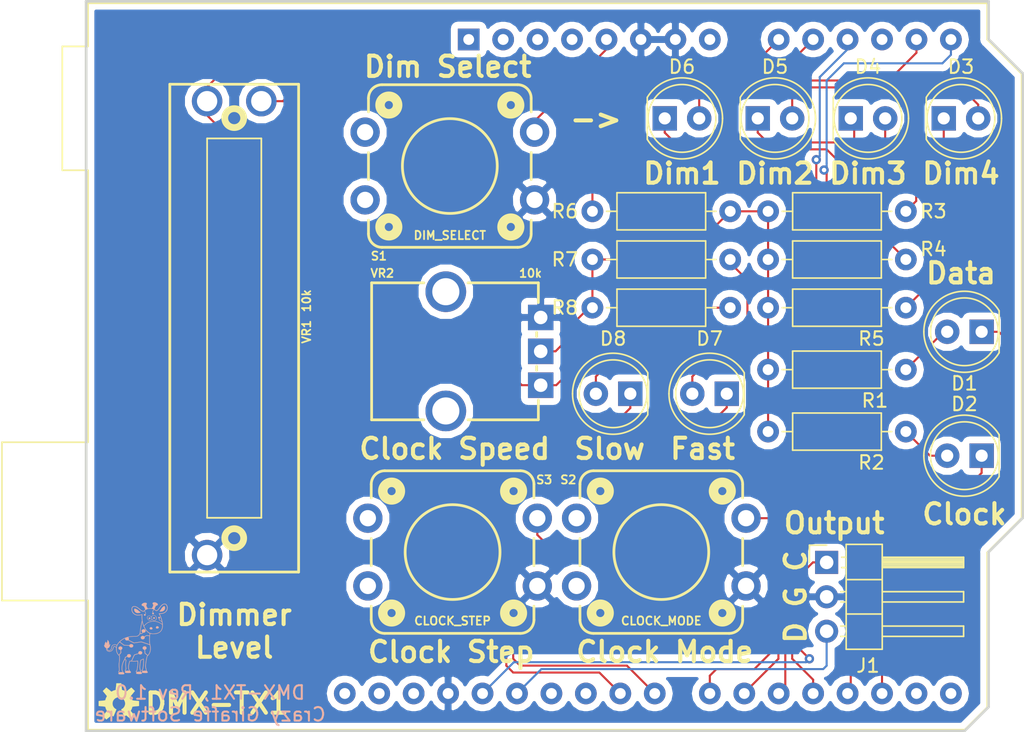
<source format=kicad_pcb>
(kicad_pcb (version 20171130) (host pcbnew "(5.0.0)")

  (general
    (thickness 1.6)
    (drawings 32)
    (tracks 194)
    (zones 0)
    (modules 25)
    (nets 39)
  )

  (page A4)
  (title_block
    (title "DMX Demonstrator - Transmitter (DMX-TX1)")
    (date 2020-09-25)
    (rev 1.0)
    (company "Crazy Giraffe Software")
    (comment 2 "Designed by: SparkyBobo")
    (comment 3 "https://creativecommons.org/licenses/by-sa/4.0/ ")
    (comment 4 "Released under the Creative Commons Attribution Share-Alike 4.0 License")
  )

  (layers
    (0 F.Cu signal)
    (31 B.Cu signal)
    (32 B.Adhes user)
    (33 F.Adhes user)
    (34 B.Paste user)
    (35 F.Paste user)
    (36 B.SilkS user)
    (37 F.SilkS user)
    (38 B.Mask user)
    (39 F.Mask user)
    (40 Dwgs.User user)
    (41 Cmts.User user)
    (42 Eco1.User user)
    (43 Eco2.User user)
    (44 Edge.Cuts user)
    (45 Margin user)
    (46 B.CrtYd user)
    (47 F.CrtYd user)
    (48 B.Fab user)
    (49 F.Fab user)
  )

  (setup
    (last_trace_width 0.1524)
    (trace_clearance 0.1524)
    (zone_clearance 0.508)
    (zone_45_only no)
    (trace_min 0.1524)
    (segment_width 0.2)
    (edge_width 0.15)
    (via_size 0.6858)
    (via_drill 0.3302)
    (via_min_size 0.508)
    (via_min_drill 0.254)
    (uvia_size 0.6858)
    (uvia_drill 0.3302)
    (uvias_allowed no)
    (uvia_min_size 0.2)
    (uvia_min_drill 0.1)
    (pcb_text_width 0.3)
    (pcb_text_size 1.5 1.5)
    (mod_edge_width 0.15)
    (mod_text_size 1 1)
    (mod_text_width 0.15)
    (pad_size 1.524 1.524)
    (pad_drill 0.762)
    (pad_to_mask_clearance 0.2)
    (aux_axis_origin 0 0)
    (visible_elements 7FFFFFFF)
    (pcbplotparams
      (layerselection 0x010fc_ffffffff)
      (usegerberextensions false)
      (usegerberattributes false)
      (usegerberadvancedattributes false)
      (creategerberjobfile false)
      (excludeedgelayer true)
      (linewidth 0.100000)
      (plotframeref false)
      (viasonmask false)
      (mode 1)
      (useauxorigin false)
      (hpglpennumber 1)
      (hpglpenspeed 20)
      (hpglpendiameter 15.000000)
      (psnegative false)
      (psa4output false)
      (plotreference true)
      (plotvalue true)
      (plotinvisibletext false)
      (padsonsilk false)
      (subtractmaskfromsilk false)
      (outputformat 1)
      (mirror false)
      (drillshape 1)
      (scaleselection 1)
      (outputdirectory ""))
  )

  (net 0 "")
  (net 1 +5V)
  (net 2 /A1)
  (net 3 GND)
  (net 4 /A0)
  (net 5 "Net-(D8-Pad2)")
  (net 6 "Net-(D7-Pad2)")
  (net 7 "Net-(D6-Pad2)")
  (net 8 "Net-(D5-Pad2)")
  (net 9 "Net-(D4-Pad2)")
  (net 10 "Net-(D1-Pad2)")
  (net 11 "Net-(D2-Pad2)")
  (net 12 "Net-(D3-Pad2)")
  (net 13 "Net-(A1-Pad32)")
  (net 14 "Net-(A1-Pad31)")
  (net 15 "Net-(A1-Pad1)")
  (net 16 "Net-(A1-Pad2)")
  (net 17 "Net-(A1-Pad3)")
  (net 18 "Net-(A1-Pad4)")
  (net 19 "Net-(A1-Pad8)")
  (net 20 "Net-(A1-Pad25)")
  (net 21 "Net-(A1-Pad26)")
  (net 22 /A2)
  (net 23 /A4)
  (net 24 "Net-(A1-Pad15)")
  (net 25 "Net-(A1-Pad16)")
  (net 26 /A5)
  (net 27 "Net-(A1-Pad12)")
  (net 28 /~DATA)
  (net 29 /~CLOCK)
  (net 30 /~DIM3)
  (net 31 /~DIM2)
  (net 32 /~DIM1)
  (net 33 /~DIM0)
  (net 34 /~CLK_SLO)
  (net 35 /~CLK_FST)
  (net 36 /RX)
  (net 37 /RXCLK)
  (net 38 "Net-(A1-Pad30)")

  (net_class Default "This is the default net class."
    (clearance 0.1524)
    (trace_width 0.1524)
    (via_dia 0.6858)
    (via_drill 0.3302)
    (uvia_dia 0.6858)
    (uvia_drill 0.3302)
    (diff_pair_gap 0.1524)
    (diff_pair_width 0.1524)
    (add_net +5V)
    (add_net /A0)
    (add_net /A1)
    (add_net /A2)
    (add_net /A4)
    (add_net /A5)
    (add_net /RX)
    (add_net /RXCLK)
    (add_net /~CLK_FST)
    (add_net /~CLK_SLO)
    (add_net /~CLOCK)
    (add_net /~DATA)
    (add_net /~DIM0)
    (add_net /~DIM1)
    (add_net /~DIM2)
    (add_net /~DIM3)
    (add_net GND)
    (add_net "Net-(A1-Pad1)")
    (add_net "Net-(A1-Pad12)")
    (add_net "Net-(A1-Pad15)")
    (add_net "Net-(A1-Pad16)")
    (add_net "Net-(A1-Pad2)")
    (add_net "Net-(A1-Pad25)")
    (add_net "Net-(A1-Pad26)")
    (add_net "Net-(A1-Pad3)")
    (add_net "Net-(A1-Pad30)")
    (add_net "Net-(A1-Pad31)")
    (add_net "Net-(A1-Pad32)")
    (add_net "Net-(A1-Pad4)")
    (add_net "Net-(A1-Pad8)")
    (add_net "Net-(D1-Pad2)")
    (add_net "Net-(D2-Pad2)")
    (add_net "Net-(D3-Pad2)")
    (add_net "Net-(D4-Pad2)")
    (add_net "Net-(D5-Pad2)")
    (add_net "Net-(D6-Pad2)")
    (add_net "Net-(D7-Pad2)")
    (add_net "Net-(D8-Pad2)")
  )

  (module Resistor_THT:R_Axial_DIN0207_L6.3mm_D2.5mm_P10.16mm_Horizontal (layer F.Cu) (tedit 5AE5139B) (tstamp 5F6A106B)
    (at 166.624 94.742)
    (descr "Resistor, Axial_DIN0207 series, Axial, Horizontal, pin pitch=10.16mm, 0.25W = 1/4W, length*diameter=6.3*2.5mm^2, http://cdn-reichelt.de/documents/datenblatt/B400/1_4W%23YAG.pdf")
    (tags "Resistor Axial_DIN0207 series Axial Horizontal pin pitch 10.16mm 0.25W = 1/4W length 6.3mm diameter 2.5mm")
    (path /5F3048F0)
    (fp_text reference R2 (at 7.62 2.286) (layer F.SilkS)
      (effects (font (size 1 1) (thickness 0.15)))
    )
    (fp_text value 330 (at 5.08 2.37) (layer F.Fab)
      (effects (font (size 1 1) (thickness 0.15)))
    )
    (fp_text user %R (at 5.08 0) (layer F.Fab)
      (effects (font (size 1 1) (thickness 0.15)))
    )
    (fp_line (start 11.21 -1.5) (end -1.05 -1.5) (layer F.CrtYd) (width 0.05))
    (fp_line (start 11.21 1.5) (end 11.21 -1.5) (layer F.CrtYd) (width 0.05))
    (fp_line (start -1.05 1.5) (end 11.21 1.5) (layer F.CrtYd) (width 0.05))
    (fp_line (start -1.05 -1.5) (end -1.05 1.5) (layer F.CrtYd) (width 0.05))
    (fp_line (start 9.12 0) (end 8.35 0) (layer F.SilkS) (width 0.12))
    (fp_line (start 1.04 0) (end 1.81 0) (layer F.SilkS) (width 0.12))
    (fp_line (start 8.35 -1.37) (end 1.81 -1.37) (layer F.SilkS) (width 0.12))
    (fp_line (start 8.35 1.37) (end 8.35 -1.37) (layer F.SilkS) (width 0.12))
    (fp_line (start 1.81 1.37) (end 8.35 1.37) (layer F.SilkS) (width 0.12))
    (fp_line (start 1.81 -1.37) (end 1.81 1.37) (layer F.SilkS) (width 0.12))
    (fp_line (start 10.16 0) (end 8.23 0) (layer F.Fab) (width 0.1))
    (fp_line (start 0 0) (end 1.93 0) (layer F.Fab) (width 0.1))
    (fp_line (start 8.23 -1.25) (end 1.93 -1.25) (layer F.Fab) (width 0.1))
    (fp_line (start 8.23 1.25) (end 8.23 -1.25) (layer F.Fab) (width 0.1))
    (fp_line (start 1.93 1.25) (end 8.23 1.25) (layer F.Fab) (width 0.1))
    (fp_line (start 1.93 -1.25) (end 1.93 1.25) (layer F.Fab) (width 0.1))
    (pad 2 thru_hole oval (at 10.16 0) (size 1.6 1.6) (drill 0.8) (layers *.Cu *.Mask)
      (net 11 "Net-(D2-Pad2)"))
    (pad 1 thru_hole circle (at 0 0) (size 1.6 1.6) (drill 0.8) (layers *.Cu *.Mask)
      (net 1 +5V))
    (model ${KISYS3DMOD}/Resistor_THT.3dshapes/R_Axial_DIN0207_L6.3mm_D2.5mm_P10.16mm_Horizontal.wrl
      (at (xyz 0 0 0))
      (scale (xyz 1 1 1))
      (rotate (xyz 0 0 0))
    )
  )

  (module Resistor_THT:R_Axial_DIN0207_L6.3mm_D2.5mm_P10.16mm_Horizontal (layer F.Cu) (tedit 5AE5139B) (tstamp 5F6A10EF)
    (at 166.624 78.486)
    (descr "Resistor, Axial_DIN0207 series, Axial, Horizontal, pin pitch=10.16mm, 0.25W = 1/4W, length*diameter=6.3*2.5mm^2, http://cdn-reichelt.de/documents/datenblatt/B400/1_4W%23YAG.pdf")
    (tags "Resistor Axial_DIN0207 series Axial Horizontal pin pitch 10.16mm 0.25W = 1/4W length 6.3mm diameter 2.5mm")
    (path /5F34E86B)
    (fp_text reference R3 (at 12.192 0) (layer F.SilkS)
      (effects (font (size 1 1) (thickness 0.15)))
    )
    (fp_text value 330 (at 5.08 2.37) (layer F.Fab)
      (effects (font (size 1 1) (thickness 0.15)))
    )
    (fp_text user %R (at 5.08 0) (layer F.Fab)
      (effects (font (size 1 1) (thickness 0.15)))
    )
    (fp_line (start 11.21 -1.5) (end -1.05 -1.5) (layer F.CrtYd) (width 0.05))
    (fp_line (start 11.21 1.5) (end 11.21 -1.5) (layer F.CrtYd) (width 0.05))
    (fp_line (start -1.05 1.5) (end 11.21 1.5) (layer F.CrtYd) (width 0.05))
    (fp_line (start -1.05 -1.5) (end -1.05 1.5) (layer F.CrtYd) (width 0.05))
    (fp_line (start 9.12 0) (end 8.35 0) (layer F.SilkS) (width 0.12))
    (fp_line (start 1.04 0) (end 1.81 0) (layer F.SilkS) (width 0.12))
    (fp_line (start 8.35 -1.37) (end 1.81 -1.37) (layer F.SilkS) (width 0.12))
    (fp_line (start 8.35 1.37) (end 8.35 -1.37) (layer F.SilkS) (width 0.12))
    (fp_line (start 1.81 1.37) (end 8.35 1.37) (layer F.SilkS) (width 0.12))
    (fp_line (start 1.81 -1.37) (end 1.81 1.37) (layer F.SilkS) (width 0.12))
    (fp_line (start 10.16 0) (end 8.23 0) (layer F.Fab) (width 0.1))
    (fp_line (start 0 0) (end 1.93 0) (layer F.Fab) (width 0.1))
    (fp_line (start 8.23 -1.25) (end 1.93 -1.25) (layer F.Fab) (width 0.1))
    (fp_line (start 8.23 1.25) (end 8.23 -1.25) (layer F.Fab) (width 0.1))
    (fp_line (start 1.93 1.25) (end 8.23 1.25) (layer F.Fab) (width 0.1))
    (fp_line (start 1.93 -1.25) (end 1.93 1.25) (layer F.Fab) (width 0.1))
    (pad 2 thru_hole oval (at 10.16 0) (size 1.6 1.6) (drill 0.8) (layers *.Cu *.Mask)
      (net 12 "Net-(D3-Pad2)"))
    (pad 1 thru_hole circle (at 0 0) (size 1.6 1.6) (drill 0.8) (layers *.Cu *.Mask)
      (net 1 +5V))
    (model ${KISYS3DMOD}/Resistor_THT.3dshapes/R_Axial_DIN0207_L6.3mm_D2.5mm_P10.16mm_Horizontal.wrl
      (at (xyz 0 0 0))
      (scale (xyz 1 1 1))
      (rotate (xyz 0 0 0))
    )
  )

  (module Resistor_THT:R_Axial_DIN0207_L6.3mm_D2.5mm_P10.16mm_Horizontal (layer F.Cu) (tedit 5AE5139B) (tstamp 5F6A10D9)
    (at 166.624 90.17)
    (descr "Resistor, Axial_DIN0207 series, Axial, Horizontal, pin pitch=10.16mm, 0.25W = 1/4W, length*diameter=6.3*2.5mm^2, http://cdn-reichelt.de/documents/datenblatt/B400/1_4W%23YAG.pdf")
    (tags "Resistor Axial_DIN0207 series Axial Horizontal pin pitch 10.16mm 0.25W = 1/4W length 6.3mm diameter 2.5mm")
    (path /5F3040DD)
    (fp_text reference R1 (at 7.874 2.286) (layer F.SilkS)
      (effects (font (size 1 1) (thickness 0.15)))
    )
    (fp_text value 330 (at 5.08 2.37) (layer F.Fab)
      (effects (font (size 1 1) (thickness 0.15)))
    )
    (fp_line (start 1.93 -1.25) (end 1.93 1.25) (layer F.Fab) (width 0.1))
    (fp_line (start 1.93 1.25) (end 8.23 1.25) (layer F.Fab) (width 0.1))
    (fp_line (start 8.23 1.25) (end 8.23 -1.25) (layer F.Fab) (width 0.1))
    (fp_line (start 8.23 -1.25) (end 1.93 -1.25) (layer F.Fab) (width 0.1))
    (fp_line (start 0 0) (end 1.93 0) (layer F.Fab) (width 0.1))
    (fp_line (start 10.16 0) (end 8.23 0) (layer F.Fab) (width 0.1))
    (fp_line (start 1.81 -1.37) (end 1.81 1.37) (layer F.SilkS) (width 0.12))
    (fp_line (start 1.81 1.37) (end 8.35 1.37) (layer F.SilkS) (width 0.12))
    (fp_line (start 8.35 1.37) (end 8.35 -1.37) (layer F.SilkS) (width 0.12))
    (fp_line (start 8.35 -1.37) (end 1.81 -1.37) (layer F.SilkS) (width 0.12))
    (fp_line (start 1.04 0) (end 1.81 0) (layer F.SilkS) (width 0.12))
    (fp_line (start 9.12 0) (end 8.35 0) (layer F.SilkS) (width 0.12))
    (fp_line (start -1.05 -1.5) (end -1.05 1.5) (layer F.CrtYd) (width 0.05))
    (fp_line (start -1.05 1.5) (end 11.21 1.5) (layer F.CrtYd) (width 0.05))
    (fp_line (start 11.21 1.5) (end 11.21 -1.5) (layer F.CrtYd) (width 0.05))
    (fp_line (start 11.21 -1.5) (end -1.05 -1.5) (layer F.CrtYd) (width 0.05))
    (fp_text user %R (at 5.08 0) (layer F.Fab)
      (effects (font (size 1 1) (thickness 0.15)))
    )
    (pad 1 thru_hole circle (at 0 0) (size 1.6 1.6) (drill 0.8) (layers *.Cu *.Mask)
      (net 1 +5V))
    (pad 2 thru_hole oval (at 10.16 0) (size 1.6 1.6) (drill 0.8) (layers *.Cu *.Mask)
      (net 10 "Net-(D1-Pad2)"))
    (model ${KISYS3DMOD}/Resistor_THT.3dshapes/R_Axial_DIN0207_L6.3mm_D2.5mm_P10.16mm_Horizontal.wrl
      (at (xyz 0 0 0))
      (scale (xyz 1 1 1))
      (rotate (xyz 0 0 0))
    )
  )

  (module Resistor_THT:R_Axial_DIN0207_L6.3mm_D2.5mm_P10.16mm_Horizontal (layer F.Cu) (tedit 5AE5139B) (tstamp 5F6A10C3)
    (at 166.624 82.042)
    (descr "Resistor, Axial_DIN0207 series, Axial, Horizontal, pin pitch=10.16mm, 0.25W = 1/4W, length*diameter=6.3*2.5mm^2, http://cdn-reichelt.de/documents/datenblatt/B400/1_4W%23YAG.pdf")
    (tags "Resistor Axial_DIN0207 series Axial Horizontal pin pitch 10.16mm 0.25W = 1/4W length 6.3mm diameter 2.5mm")
    (path /5F34E85E)
    (fp_text reference R4 (at 12.192 -0.762) (layer F.SilkS)
      (effects (font (size 1 1) (thickness 0.15)))
    )
    (fp_text value 330 (at 5.08 2.37) (layer F.Fab)
      (effects (font (size 1 1) (thickness 0.15)))
    )
    (fp_text user %R (at 5.08 0) (layer F.Fab)
      (effects (font (size 1 1) (thickness 0.15)))
    )
    (fp_line (start 11.21 -1.5) (end -1.05 -1.5) (layer F.CrtYd) (width 0.05))
    (fp_line (start 11.21 1.5) (end 11.21 -1.5) (layer F.CrtYd) (width 0.05))
    (fp_line (start -1.05 1.5) (end 11.21 1.5) (layer F.CrtYd) (width 0.05))
    (fp_line (start -1.05 -1.5) (end -1.05 1.5) (layer F.CrtYd) (width 0.05))
    (fp_line (start 9.12 0) (end 8.35 0) (layer F.SilkS) (width 0.12))
    (fp_line (start 1.04 0) (end 1.81 0) (layer F.SilkS) (width 0.12))
    (fp_line (start 8.35 -1.37) (end 1.81 -1.37) (layer F.SilkS) (width 0.12))
    (fp_line (start 8.35 1.37) (end 8.35 -1.37) (layer F.SilkS) (width 0.12))
    (fp_line (start 1.81 1.37) (end 8.35 1.37) (layer F.SilkS) (width 0.12))
    (fp_line (start 1.81 -1.37) (end 1.81 1.37) (layer F.SilkS) (width 0.12))
    (fp_line (start 10.16 0) (end 8.23 0) (layer F.Fab) (width 0.1))
    (fp_line (start 0 0) (end 1.93 0) (layer F.Fab) (width 0.1))
    (fp_line (start 8.23 -1.25) (end 1.93 -1.25) (layer F.Fab) (width 0.1))
    (fp_line (start 8.23 1.25) (end 8.23 -1.25) (layer F.Fab) (width 0.1))
    (fp_line (start 1.93 1.25) (end 8.23 1.25) (layer F.Fab) (width 0.1))
    (fp_line (start 1.93 -1.25) (end 1.93 1.25) (layer F.Fab) (width 0.1))
    (pad 2 thru_hole oval (at 10.16 0) (size 1.6 1.6) (drill 0.8) (layers *.Cu *.Mask)
      (net 9 "Net-(D4-Pad2)"))
    (pad 1 thru_hole circle (at 0 0) (size 1.6 1.6) (drill 0.8) (layers *.Cu *.Mask)
      (net 1 +5V))
    (model ${KISYS3DMOD}/Resistor_THT.3dshapes/R_Axial_DIN0207_L6.3mm_D2.5mm_P10.16mm_Horizontal.wrl
      (at (xyz 0 0 0))
      (scale (xyz 1 1 1))
      (rotate (xyz 0 0 0))
    )
  )

  (module Resistor_THT:R_Axial_DIN0207_L6.3mm_D2.5mm_P10.16mm_Horizontal (layer F.Cu) (tedit 5AE5139B) (tstamp 5F6A10AD)
    (at 166.624 85.598)
    (descr "Resistor, Axial_DIN0207 series, Axial, Horizontal, pin pitch=10.16mm, 0.25W = 1/4W, length*diameter=6.3*2.5mm^2, http://cdn-reichelt.de/documents/datenblatt/B400/1_4W%23YAG.pdf")
    (tags "Resistor Axial_DIN0207 series Axial Horizontal pin pitch 10.16mm 0.25W = 1/4W length 6.3mm diameter 2.5mm")
    (path /5F34D377)
    (fp_text reference R5 (at 7.62 2.286) (layer F.SilkS)
      (effects (font (size 1 1) (thickness 0.15)))
    )
    (fp_text value 330 (at 5.08 2.37) (layer F.Fab)
      (effects (font (size 1 1) (thickness 0.15)))
    )
    (fp_line (start 1.93 -1.25) (end 1.93 1.25) (layer F.Fab) (width 0.1))
    (fp_line (start 1.93 1.25) (end 8.23 1.25) (layer F.Fab) (width 0.1))
    (fp_line (start 8.23 1.25) (end 8.23 -1.25) (layer F.Fab) (width 0.1))
    (fp_line (start 8.23 -1.25) (end 1.93 -1.25) (layer F.Fab) (width 0.1))
    (fp_line (start 0 0) (end 1.93 0) (layer F.Fab) (width 0.1))
    (fp_line (start 10.16 0) (end 8.23 0) (layer F.Fab) (width 0.1))
    (fp_line (start 1.81 -1.37) (end 1.81 1.37) (layer F.SilkS) (width 0.12))
    (fp_line (start 1.81 1.37) (end 8.35 1.37) (layer F.SilkS) (width 0.12))
    (fp_line (start 8.35 1.37) (end 8.35 -1.37) (layer F.SilkS) (width 0.12))
    (fp_line (start 8.35 -1.37) (end 1.81 -1.37) (layer F.SilkS) (width 0.12))
    (fp_line (start 1.04 0) (end 1.81 0) (layer F.SilkS) (width 0.12))
    (fp_line (start 9.12 0) (end 8.35 0) (layer F.SilkS) (width 0.12))
    (fp_line (start -1.05 -1.5) (end -1.05 1.5) (layer F.CrtYd) (width 0.05))
    (fp_line (start -1.05 1.5) (end 11.21 1.5) (layer F.CrtYd) (width 0.05))
    (fp_line (start 11.21 1.5) (end 11.21 -1.5) (layer F.CrtYd) (width 0.05))
    (fp_line (start 11.21 -1.5) (end -1.05 -1.5) (layer F.CrtYd) (width 0.05))
    (fp_text user %R (at 5.08 0) (layer F.Fab)
      (effects (font (size 1 1) (thickness 0.15)))
    )
    (pad 1 thru_hole circle (at 0 0) (size 1.6 1.6) (drill 0.8) (layers *.Cu *.Mask)
      (net 1 +5V))
    (pad 2 thru_hole oval (at 10.16 0) (size 1.6 1.6) (drill 0.8) (layers *.Cu *.Mask)
      (net 8 "Net-(D5-Pad2)"))
    (model ${KISYS3DMOD}/Resistor_THT.3dshapes/R_Axial_DIN0207_L6.3mm_D2.5mm_P10.16mm_Horizontal.wrl
      (at (xyz 0 0 0))
      (scale (xyz 1 1 1))
      (rotate (xyz 0 0 0))
    )
  )

  (module Resistor_THT:R_Axial_DIN0207_L6.3mm_D2.5mm_P10.16mm_Horizontal (layer F.Cu) (tedit 5AE5139B) (tstamp 5F6A1097)
    (at 163.83 78.486 180)
    (descr "Resistor, Axial_DIN0207 series, Axial, Horizontal, pin pitch=10.16mm, 0.25W = 1/4W, length*diameter=6.3*2.5mm^2, http://cdn-reichelt.de/documents/datenblatt/B400/1_4W%23YAG.pdf")
    (tags "Resistor Axial_DIN0207 series Axial Horizontal pin pitch 10.16mm 0.25W = 1/4W length 6.3mm diameter 2.5mm")
    (path /5F34D36A)
    (fp_text reference R6 (at 12.192 0 180) (layer F.SilkS)
      (effects (font (size 1 1) (thickness 0.15)))
    )
    (fp_text value 330 (at 5.08 2.37 180) (layer F.Fab)
      (effects (font (size 1 1) (thickness 0.15)))
    )
    (fp_text user %R (at 5.08 0 180) (layer F.Fab)
      (effects (font (size 1 1) (thickness 0.15)))
    )
    (fp_line (start 11.21 -1.5) (end -1.05 -1.5) (layer F.CrtYd) (width 0.05))
    (fp_line (start 11.21 1.5) (end 11.21 -1.5) (layer F.CrtYd) (width 0.05))
    (fp_line (start -1.05 1.5) (end 11.21 1.5) (layer F.CrtYd) (width 0.05))
    (fp_line (start -1.05 -1.5) (end -1.05 1.5) (layer F.CrtYd) (width 0.05))
    (fp_line (start 9.12 0) (end 8.35 0) (layer F.SilkS) (width 0.12))
    (fp_line (start 1.04 0) (end 1.81 0) (layer F.SilkS) (width 0.12))
    (fp_line (start 8.35 -1.37) (end 1.81 -1.37) (layer F.SilkS) (width 0.12))
    (fp_line (start 8.35 1.37) (end 8.35 -1.37) (layer F.SilkS) (width 0.12))
    (fp_line (start 1.81 1.37) (end 8.35 1.37) (layer F.SilkS) (width 0.12))
    (fp_line (start 1.81 -1.37) (end 1.81 1.37) (layer F.SilkS) (width 0.12))
    (fp_line (start 10.16 0) (end 8.23 0) (layer F.Fab) (width 0.1))
    (fp_line (start 0 0) (end 1.93 0) (layer F.Fab) (width 0.1))
    (fp_line (start 8.23 -1.25) (end 1.93 -1.25) (layer F.Fab) (width 0.1))
    (fp_line (start 8.23 1.25) (end 8.23 -1.25) (layer F.Fab) (width 0.1))
    (fp_line (start 1.93 1.25) (end 8.23 1.25) (layer F.Fab) (width 0.1))
    (fp_line (start 1.93 -1.25) (end 1.93 1.25) (layer F.Fab) (width 0.1))
    (pad 2 thru_hole oval (at 10.16 0 180) (size 1.6 1.6) (drill 0.8) (layers *.Cu *.Mask)
      (net 7 "Net-(D6-Pad2)"))
    (pad 1 thru_hole circle (at 0 0 180) (size 1.6 1.6) (drill 0.8) (layers *.Cu *.Mask)
      (net 1 +5V))
    (model ${KISYS3DMOD}/Resistor_THT.3dshapes/R_Axial_DIN0207_L6.3mm_D2.5mm_P10.16mm_Horizontal.wrl
      (at (xyz 0 0 0))
      (scale (xyz 1 1 1))
      (rotate (xyz 0 0 0))
    )
  )

  (module Resistor_THT:R_Axial_DIN0207_L6.3mm_D2.5mm_P10.16mm_Horizontal (layer F.Cu) (tedit 5AE5139B) (tstamp 5F6A1081)
    (at 153.67 82.042)
    (descr "Resistor, Axial_DIN0207 series, Axial, Horizontal, pin pitch=10.16mm, 0.25W = 1/4W, length*diameter=6.3*2.5mm^2, http://cdn-reichelt.de/documents/datenblatt/B400/1_4W%23YAG.pdf")
    (tags "Resistor Axial_DIN0207 series Axial Horizontal pin pitch 10.16mm 0.25W = 1/4W length 6.3mm diameter 2.5mm")
    (path /5F34C0A5)
    (fp_text reference R7 (at -2.032 0) (layer F.SilkS)
      (effects (font (size 1 1) (thickness 0.15)))
    )
    (fp_text value 330 (at 5.08 2.37) (layer F.Fab)
      (effects (font (size 1 1) (thickness 0.15)))
    )
    (fp_line (start 1.93 -1.25) (end 1.93 1.25) (layer F.Fab) (width 0.1))
    (fp_line (start 1.93 1.25) (end 8.23 1.25) (layer F.Fab) (width 0.1))
    (fp_line (start 8.23 1.25) (end 8.23 -1.25) (layer F.Fab) (width 0.1))
    (fp_line (start 8.23 -1.25) (end 1.93 -1.25) (layer F.Fab) (width 0.1))
    (fp_line (start 0 0) (end 1.93 0) (layer F.Fab) (width 0.1))
    (fp_line (start 10.16 0) (end 8.23 0) (layer F.Fab) (width 0.1))
    (fp_line (start 1.81 -1.37) (end 1.81 1.37) (layer F.SilkS) (width 0.12))
    (fp_line (start 1.81 1.37) (end 8.35 1.37) (layer F.SilkS) (width 0.12))
    (fp_line (start 8.35 1.37) (end 8.35 -1.37) (layer F.SilkS) (width 0.12))
    (fp_line (start 8.35 -1.37) (end 1.81 -1.37) (layer F.SilkS) (width 0.12))
    (fp_line (start 1.04 0) (end 1.81 0) (layer F.SilkS) (width 0.12))
    (fp_line (start 9.12 0) (end 8.35 0) (layer F.SilkS) (width 0.12))
    (fp_line (start -1.05 -1.5) (end -1.05 1.5) (layer F.CrtYd) (width 0.05))
    (fp_line (start -1.05 1.5) (end 11.21 1.5) (layer F.CrtYd) (width 0.05))
    (fp_line (start 11.21 1.5) (end 11.21 -1.5) (layer F.CrtYd) (width 0.05))
    (fp_line (start 11.21 -1.5) (end -1.05 -1.5) (layer F.CrtYd) (width 0.05))
    (fp_text user %R (at 5.08 0) (layer F.Fab)
      (effects (font (size 1 1) (thickness 0.15)))
    )
    (pad 1 thru_hole circle (at 0 0) (size 1.6 1.6) (drill 0.8) (layers *.Cu *.Mask)
      (net 1 +5V))
    (pad 2 thru_hole oval (at 10.16 0) (size 1.6 1.6) (drill 0.8) (layers *.Cu *.Mask)
      (net 6 "Net-(D7-Pad2)"))
    (model ${KISYS3DMOD}/Resistor_THT.3dshapes/R_Axial_DIN0207_L6.3mm_D2.5mm_P10.16mm_Horizontal.wrl
      (at (xyz 0 0 0))
      (scale (xyz 1 1 1))
      (rotate (xyz 0 0 0))
    )
  )

  (module Resistor_THT:R_Axial_DIN0207_L6.3mm_D2.5mm_P10.16mm_Horizontal (layer F.Cu) (tedit 5AE5139B) (tstamp 5F6A1055)
    (at 153.67 85.598)
    (descr "Resistor, Axial_DIN0207 series, Axial, Horizontal, pin pitch=10.16mm, 0.25W = 1/4W, length*diameter=6.3*2.5mm^2, http://cdn-reichelt.de/documents/datenblatt/B400/1_4W%23YAG.pdf")
    (tags "Resistor Axial_DIN0207 series Axial Horizontal pin pitch 10.16mm 0.25W = 1/4W length 6.3mm diameter 2.5mm")
    (path /5F34C098)
    (fp_text reference R8 (at -2.032 0) (layer F.SilkS)
      (effects (font (size 1 1) (thickness 0.15)))
    )
    (fp_text value 330 (at 5.08 2.37) (layer F.Fab)
      (effects (font (size 1 1) (thickness 0.15)))
    )
    (fp_line (start 1.93 -1.25) (end 1.93 1.25) (layer F.Fab) (width 0.1))
    (fp_line (start 1.93 1.25) (end 8.23 1.25) (layer F.Fab) (width 0.1))
    (fp_line (start 8.23 1.25) (end 8.23 -1.25) (layer F.Fab) (width 0.1))
    (fp_line (start 8.23 -1.25) (end 1.93 -1.25) (layer F.Fab) (width 0.1))
    (fp_line (start 0 0) (end 1.93 0) (layer F.Fab) (width 0.1))
    (fp_line (start 10.16 0) (end 8.23 0) (layer F.Fab) (width 0.1))
    (fp_line (start 1.81 -1.37) (end 1.81 1.37) (layer F.SilkS) (width 0.12))
    (fp_line (start 1.81 1.37) (end 8.35 1.37) (layer F.SilkS) (width 0.12))
    (fp_line (start 8.35 1.37) (end 8.35 -1.37) (layer F.SilkS) (width 0.12))
    (fp_line (start 8.35 -1.37) (end 1.81 -1.37) (layer F.SilkS) (width 0.12))
    (fp_line (start 1.04 0) (end 1.81 0) (layer F.SilkS) (width 0.12))
    (fp_line (start 9.12 0) (end 8.35 0) (layer F.SilkS) (width 0.12))
    (fp_line (start -1.05 -1.5) (end -1.05 1.5) (layer F.CrtYd) (width 0.05))
    (fp_line (start -1.05 1.5) (end 11.21 1.5) (layer F.CrtYd) (width 0.05))
    (fp_line (start 11.21 1.5) (end 11.21 -1.5) (layer F.CrtYd) (width 0.05))
    (fp_line (start 11.21 -1.5) (end -1.05 -1.5) (layer F.CrtYd) (width 0.05))
    (fp_text user %R (at 5.08 0) (layer F.Fab)
      (effects (font (size 1 1) (thickness 0.15)))
    )
    (pad 1 thru_hole circle (at 0 0) (size 1.6 1.6) (drill 0.8) (layers *.Cu *.Mask)
      (net 1 +5V))
    (pad 2 thru_hole oval (at 10.16 0) (size 1.6 1.6) (drill 0.8) (layers *.Cu *.Mask)
      (net 5 "Net-(D8-Pad2)"))
    (model ${KISYS3DMOD}/Resistor_THT.3dshapes/R_Axial_DIN0207_L6.3mm_D2.5mm_P10.16mm_Horizontal.wrl
      (at (xyz 0 0 0))
      (scale (xyz 1 1 1))
      (rotate (xyz 0 0 0))
    )
  )

  (module Switches:TACTILE_SWITCH_PTH_12MM (layer F.Cu) (tedit 200000) (tstamp 5F5AA8D8)
    (at 158.75 103.632)
    (descr "MOMENTARY SWITCH (PUSHBUTTON) - SPST - PTH, 12MM SQUARE")
    (tags "MOMENTARY SWITCH (PUSHBUTTON) - SPST - PTH, 12MM SQUARE")
    (path /5F53A858)
    (attr virtual)
    (fp_text reference S2 (at -6.858 -5.334) (layer F.SilkS)
      (effects (font (size 0.6096 0.6096) (thickness 0.127)))
    )
    (fp_text value CLOCK_MODE (at 0 5.08) (layer F.SilkS)
      (effects (font (size 0.6096 0.6096) (thickness 0.127)))
    )
    (fp_line (start 4.99872 1.29794) (end 4.99872 0.6985) (layer Dwgs.User) (width 0.2032))
    (fp_line (start 4.99872 0.6985) (end 4.49834 0.19812) (layer Dwgs.User) (width 0.2032))
    (fp_line (start 4.99872 -0.19812) (end 4.99872 -0.99822) (layer Dwgs.User) (width 0.2032))
    (fp_line (start -5.99948 -3.99796) (end -5.99948 -4.99872) (layer F.SilkS) (width 0.2032))
    (fp_line (start -4.99872 -5.99948) (end 4.99872 -5.99948) (layer F.SilkS) (width 0.2032))
    (fp_line (start 5.99948 -4.99872) (end 5.99948 -3.99796) (layer F.SilkS) (width 0.2032))
    (fp_line (start 5.99948 -0.99822) (end 5.99948 0.99822) (layer F.SilkS) (width 0.2032))
    (fp_line (start 5.99948 3.99796) (end 5.99948 4.99872) (layer F.SilkS) (width 0.2032))
    (fp_line (start 4.99872 5.99948) (end -4.99872 5.99948) (layer F.SilkS) (width 0.2032))
    (fp_line (start -5.99948 4.99872) (end -5.99948 3.99796) (layer F.SilkS) (width 0.2032))
    (fp_line (start -5.99948 0.99822) (end -5.99948 -0.99822) (layer F.SilkS) (width 0.2032))
    (fp_circle (center 0 0) (end 0 -3.49758) (layer F.SilkS) (width 0.2032))
    (fp_circle (center -4.49834 -4.49834) (end -4.49834 -4.79806) (layer F.SilkS) (width 0.6985))
    (fp_circle (center 4.49834 -4.49834) (end 4.49834 -4.79806) (layer F.SilkS) (width 0.6985))
    (fp_circle (center 4.49834 4.49834) (end 4.49834 4.19862) (layer F.SilkS) (width 0.6985))
    (fp_circle (center -4.49834 4.49834) (end -4.49834 4.19862) (layer F.SilkS) (width 0.6985))
    (fp_arc (start -4.99872 -4.99872) (end -5.99948 -4.99872) (angle 90) (layer F.SilkS) (width 0.2032))
    (fp_arc (start 4.99872 -4.99872) (end 4.99872 -5.99948) (angle 90) (layer F.SilkS) (width 0.2032))
    (fp_arc (start 4.99872 4.99872) (end 5.99948 4.99872) (angle 90) (layer F.SilkS) (width 0.2032))
    (fp_arc (start -4.99872 4.99872) (end -4.99872 5.99948) (angle 90) (layer F.SilkS) (width 0.2032))
    (pad 1 thru_hole circle (at 6.2484 2.49936) (size 2.159 2.159) (drill 1.19888) (layers *.Cu *.Mask)
      (net 3 GND) (solder_mask_margin 0.1016))
    (pad 2 thru_hole circle (at -6.2484 2.49936) (size 2.159 2.159) (drill 1.19888) (layers *.Cu *.Mask)
      (solder_mask_margin 0.1016))
    (pad 3 thru_hole circle (at 6.2484 -2.49936) (size 2.159 2.159) (drill 1.19888) (layers *.Cu *.Mask)
      (net 22 /A2) (solder_mask_margin 0.1016))
    (pad 4 thru_hole circle (at -6.2484 -2.49936) (size 2.159 2.159) (drill 1.19888) (layers *.Cu *.Mask)
      (solder_mask_margin 0.1016))
  )

  (module LED_THT:LED_D5.0mm (layer F.Cu) (tedit 5995936A) (tstamp 5F437596)
    (at 182.372 87.376 180)
    (descr "LED, diameter 5.0mm, 2 pins, http://cdn-reichelt.de/documents/datenblatt/A500/LL-504BC2E-009.pdf")
    (tags "LED diameter 5.0mm 2 pins")
    (path /5F304057)
    (fp_text reference D1 (at 1.27 -3.81 180) (layer F.SilkS)
      (effects (font (size 1 1) (thickness 0.15)))
    )
    (fp_text value DATA (at 1.27 3.96 180) (layer F.Fab)
      (effects (font (size 1 1) (thickness 0.15)))
    )
    (fp_arc (start 1.27 0) (end -1.23 -1.469694) (angle 299.1) (layer F.Fab) (width 0.1))
    (fp_arc (start 1.27 0) (end -1.29 -1.54483) (angle 148.9) (layer F.SilkS) (width 0.12))
    (fp_arc (start 1.27 0) (end -1.29 1.54483) (angle -148.9) (layer F.SilkS) (width 0.12))
    (fp_circle (center 1.27 0) (end 3.77 0) (layer F.Fab) (width 0.1))
    (fp_circle (center 1.27 0) (end 3.77 0) (layer F.SilkS) (width 0.12))
    (fp_line (start -1.23 -1.469694) (end -1.23 1.469694) (layer F.Fab) (width 0.1))
    (fp_line (start -1.29 -1.545) (end -1.29 1.545) (layer F.SilkS) (width 0.12))
    (fp_line (start -1.95 -3.25) (end -1.95 3.25) (layer F.CrtYd) (width 0.05))
    (fp_line (start -1.95 3.25) (end 4.5 3.25) (layer F.CrtYd) (width 0.05))
    (fp_line (start 4.5 3.25) (end 4.5 -3.25) (layer F.CrtYd) (width 0.05))
    (fp_line (start 4.5 -3.25) (end -1.95 -3.25) (layer F.CrtYd) (width 0.05))
    (fp_text user %R (at 1.25 0 180) (layer F.Fab)
      (effects (font (size 0.8 0.8) (thickness 0.2)))
    )
    (pad 1 thru_hole rect (at 0 0 180) (size 1.8 1.8) (drill 0.9) (layers *.Cu *.Mask)
      (net 28 /~DATA))
    (pad 2 thru_hole circle (at 2.54 0 180) (size 1.8 1.8) (drill 0.9) (layers *.Cu *.Mask)
      (net 10 "Net-(D1-Pad2)"))
    (model ${KISYS3DMOD}/LED_THT.3dshapes/LED_D5.0mm.wrl
      (at (xyz 0 0 0))
      (scale (xyz 1 1 1))
      (rotate (xyz 0 0 0))
    )
  )

  (module Resistors:POT-PTH-ALPS (layer F.Cu) (tedit 200000) (tstamp 5F5AA90C)
    (at 142.858465 88.81872)
    (descr "9MM SQUARE ROTARY POTENTIOMETER - PTH")
    (tags "9MM SQUARE ROTARY POTENTIOMETER - PTH")
    (path /5F517499)
    (attr virtual)
    (fp_text reference VR2 (at -4.682465 -5.76072 180) (layer F.SilkS)
      (effects (font (size 0.6096 0.6096) (thickness 0.127)))
    )
    (fp_text value 10k (at 6.239535 -5.76072 180) (layer F.SilkS)
      (effects (font (size 0.6096 0.6096) (thickness 0.127)))
    )
    (fp_line (start 6.72846 -4.9276) (end 6.72846 4.9276) (layer Dwgs.User) (width 0.2032))
    (fp_line (start 6.72846 4.9276) (end -5.34416 4.9276) (layer Dwgs.User) (width 0.2032))
    (fp_line (start -5.34416 4.9276) (end -5.34416 -4.9276) (layer Dwgs.User) (width 0.2032))
    (fp_line (start -5.34416 -4.9276) (end 6.72846 -4.9276) (layer Dwgs.User) (width 0.2032))
    (fp_line (start 6.82498 -5.0546) (end 6.82498 -3.59918) (layer F.SilkS) (width 0.2032))
    (fp_line (start 6.69798 1.09982) (end 6.69798 1.39954) (layer F.SilkS) (width 0.2032))
    (fp_line (start -5.47116 5.0546) (end -1.62306 5.0546) (layer F.SilkS) (width 0.2032))
    (fp_line (start 1.6383 -5.0546) (end 6.82498 -5.0546) (layer F.SilkS) (width 0.2032))
    (fp_line (start 1.6383 5.0546) (end 6.82498 5.0546) (layer F.SilkS) (width 0.2032))
    (fp_line (start -5.47116 -5.0546) (end -1.62306 -5.0546) (layer F.SilkS) (width 0.2032))
    (fp_line (start -5.47116 -5.0546) (end -5.47116 5.0546) (layer F.SilkS) (width 0.2032))
    (fp_line (start 6.82498 3.59918) (end 6.82498 5.02666) (layer F.SilkS) (width 0.2032))
    (fp_line (start 6.69798 -1.39954) (end 6.69798 -1.09982) (layer F.SilkS) (width 0.2032))
    (pad P$1 thru_hole rect (at 6.9977 2.49936) (size 1.8796 1.8796) (drill 0.99822) (layers *.Cu *.Mask)
      (net 1 +5V) (solder_mask_margin 0.1016))
    (pad P$2 thru_hole rect (at 6.9977 0) (size 1.8796 1.8796) (drill 0.99822) (layers *.Cu *.Mask)
      (net 23 /A4) (solder_mask_margin 0.1016))
    (pad P$3 thru_hole rect (at 6.9977 -2.49936) (size 1.8796 1.8796) (drill 0.99822) (layers *.Cu *.Mask)
      (net 3 GND) (solder_mask_margin 0.1016))
    (pad P$4 thru_hole circle (at 0 4.39928) (size 2.99974 5.99948) (drill 1.99898) (layers *.Cu *.Mask)
      (solder_mask_margin 0.1016))
    (pad P$5 thru_hole circle (at 0 -4.39928) (size 2.99974 5.99948) (drill 1.99898) (layers *.Cu *.Mask)
      (solder_mask_margin 0.1016))
  )

  (module Resistors:SLIDER-SMALL (layer F.Cu) (tedit 200000) (tstamp 5F5AA8F3)
    (at 127.254 87.10676 270)
    (descr "SLIDE POTENTIOMETER - PTH, 20MM TRAVEL")
    (tags "SLIDE POTENTIOMETER - PTH, 20MM TRAVEL")
    (path /5F51752E)
    (attr virtual)
    (fp_text reference VR1 (at 0.26924 -5.334 270) (layer F.SilkS)
      (effects (font (size 0.6096 0.6096) (thickness 0.127)))
    )
    (fp_text value 10k (at -2.01676 -5.334 270) (layer F.SilkS)
      (effects (font (size 0.6096 0.6096) (thickness 0.127)))
    )
    (fp_line (start -17.99844 4.7498) (end 17.99844 4.7498) (layer F.SilkS) (width 0.2032))
    (fp_line (start 17.99844 4.7498) (end 17.99844 -4.7498) (layer F.SilkS) (width 0.2032))
    (fp_line (start 17.99844 -4.7498) (end -17.99844 -4.7498) (layer F.SilkS) (width 0.2032))
    (fp_line (start -17.99844 -4.7498) (end -17.99844 4.7498) (layer F.SilkS) (width 0.2032))
    (fp_line (start -13.99794 -1.99898) (end -13.99794 1.99898) (layer F.SilkS) (width 0.127))
    (fp_line (start -13.99794 1.99898) (end 13.99794 1.99898) (layer F.SilkS) (width 0.127))
    (fp_line (start 13.99794 1.99898) (end 13.99794 -1.99898) (layer F.SilkS) (width 0.127))
    (fp_line (start 13.99794 -1.99898) (end -13.99794 -1.99898) (layer F.SilkS) (width 0.127))
    (fp_line (start -12.192 -0.508) (end -8.89 -0.508) (layer Dwgs.User) (width 0.127))
    (fp_line (start -8.89 -0.508) (end -8.89 0.508) (layer Dwgs.User) (width 0.127))
    (fp_line (start -8.89 0.508) (end -12.192 0.508) (layer Dwgs.User) (width 0.127))
    (fp_line (start -12.192 0.508) (end -12.192 -0.508) (layer Dwgs.User) (width 0.127))
    (fp_line (start -8.128 0) (end -5.588 0) (layer Dwgs.User) (width 0.127))
    (fp_line (start -5.588 0) (end -5.588 0.508) (layer Dwgs.User) (width 0.127))
    (fp_line (start -5.588 0.508) (end -5.08 0) (layer Dwgs.User) (width 0.127))
    (fp_line (start -5.08 0) (end -5.588 -0.508) (layer Dwgs.User) (width 0.127))
    (fp_line (start -5.588 -0.508) (end -5.588 0) (layer Dwgs.User) (width 0.127))
    (fp_circle (center -15.49908 0) (end -15.49908 -0.6985) (layer F.SilkS) (width 0.49784))
    (fp_circle (center 15.49908 0) (end 15.49908 -0.6985) (layer F.SilkS) (width 0.49784))
    (pad BOTT thru_hole circle (at 16.74876 1.99898 270) (size 2.2479 2.2479) (drill 1.4986) (layers *.Cu *.Mask)
      (net 3 GND) (solder_mask_margin 0.1016))
    (pad TOP thru_hole circle (at -16.74876 1.99898 270) (size 2.2479 2.2479) (drill 1.4986) (layers *.Cu *.Mask)
      (net 1 +5V) (solder_mask_margin 0.1016))
    (pad WIPE thru_hole circle (at -16.74876 -1.99898 270) (size 2.2479 2.2479) (drill 1.4986) (layers *.Cu *.Mask)
      (net 4 /A0) (solder_mask_margin 0.1016))
  )

  (module Switches:TACTILE_SWITCH_PTH_12MM (layer F.Cu) (tedit 200000) (tstamp 5F5AA8BD)
    (at 143.3576 103.632)
    (descr "MOMENTARY SWITCH (PUSHBUTTON) - SPST - PTH, 12MM SQUARE")
    (tags "MOMENTARY SWITCH (PUSHBUTTON) - SPST - PTH, 12MM SQUARE")
    (path /5F53A8A0)
    (attr virtual)
    (fp_text reference S3 (at 6.7564 -5.334) (layer F.SilkS)
      (effects (font (size 0.6096 0.6096) (thickness 0.127)))
    )
    (fp_text value CLOCK_STEP (at 0 5.08) (layer F.SilkS)
      (effects (font (size 0.6096 0.6096) (thickness 0.127)))
    )
    (fp_arc (start -4.99872 4.99872) (end -4.99872 5.99948) (angle 90) (layer F.SilkS) (width 0.2032))
    (fp_arc (start 4.99872 4.99872) (end 5.99948 4.99872) (angle 90) (layer F.SilkS) (width 0.2032))
    (fp_arc (start 4.99872 -4.99872) (end 4.99872 -5.99948) (angle 90) (layer F.SilkS) (width 0.2032))
    (fp_arc (start -4.99872 -4.99872) (end -5.99948 -4.99872) (angle 90) (layer F.SilkS) (width 0.2032))
    (fp_circle (center -4.49834 4.49834) (end -4.49834 4.19862) (layer F.SilkS) (width 0.6985))
    (fp_circle (center 4.49834 4.49834) (end 4.49834 4.19862) (layer F.SilkS) (width 0.6985))
    (fp_circle (center 4.49834 -4.49834) (end 4.49834 -4.79806) (layer F.SilkS) (width 0.6985))
    (fp_circle (center -4.49834 -4.49834) (end -4.49834 -4.79806) (layer F.SilkS) (width 0.6985))
    (fp_circle (center 0 0) (end 0 -3.49758) (layer F.SilkS) (width 0.2032))
    (fp_line (start -5.99948 0.99822) (end -5.99948 -0.99822) (layer F.SilkS) (width 0.2032))
    (fp_line (start -5.99948 4.99872) (end -5.99948 3.99796) (layer F.SilkS) (width 0.2032))
    (fp_line (start 4.99872 5.99948) (end -4.99872 5.99948) (layer F.SilkS) (width 0.2032))
    (fp_line (start 5.99948 3.99796) (end 5.99948 4.99872) (layer F.SilkS) (width 0.2032))
    (fp_line (start 5.99948 -0.99822) (end 5.99948 0.99822) (layer F.SilkS) (width 0.2032))
    (fp_line (start 5.99948 -4.99872) (end 5.99948 -3.99796) (layer F.SilkS) (width 0.2032))
    (fp_line (start -4.99872 -5.99948) (end 4.99872 -5.99948) (layer F.SilkS) (width 0.2032))
    (fp_line (start -5.99948 -3.99796) (end -5.99948 -4.99872) (layer F.SilkS) (width 0.2032))
    (fp_line (start 4.99872 -0.19812) (end 4.99872 -0.99822) (layer Dwgs.User) (width 0.2032))
    (fp_line (start 4.99872 0.6985) (end 4.49834 0.19812) (layer Dwgs.User) (width 0.2032))
    (fp_line (start 4.99872 1.29794) (end 4.99872 0.6985) (layer Dwgs.User) (width 0.2032))
    (pad 4 thru_hole circle (at -6.2484 -2.49936) (size 2.159 2.159) (drill 1.19888) (layers *.Cu *.Mask)
      (solder_mask_margin 0.1016))
    (pad 3 thru_hole circle (at 6.2484 -2.49936) (size 2.159 2.159) (drill 1.19888) (layers *.Cu *.Mask)
      (net 26 /A5) (solder_mask_margin 0.1016))
    (pad 2 thru_hole circle (at -6.2484 2.49936) (size 2.159 2.159) (drill 1.19888) (layers *.Cu *.Mask)
      (solder_mask_margin 0.1016))
    (pad 1 thru_hole circle (at 6.2484 2.49936) (size 2.159 2.159) (drill 1.19888) (layers *.Cu *.Mask)
      (net 3 GND) (solder_mask_margin 0.1016))
  )

  (module Switches:TACTILE_SWITCH_PTH_12MM (layer F.Cu) (tedit 200000) (tstamp 5F5AA8A2)
    (at 143.1544 75.14336)
    (descr "MOMENTARY SWITCH (PUSHBUTTON) - SPST - PTH, 12MM SQUARE")
    (tags "MOMENTARY SWITCH (PUSHBUTTON) - SPST - PTH, 12MM SQUARE")
    (path /5F53A7F8)
    (attr virtual)
    (fp_text reference S1 (at -5.2324 6.64464) (layer F.SilkS)
      (effects (font (size 0.6096 0.6096) (thickness 0.127)))
    )
    (fp_text value DIM_SELECT (at 0 5.12064) (layer F.SilkS)
      (effects (font (size 0.6096 0.6096) (thickness 0.127)))
    )
    (fp_line (start 4.99872 1.29794) (end 4.99872 0.6985) (layer Dwgs.User) (width 0.2032))
    (fp_line (start 4.99872 0.6985) (end 4.49834 0.19812) (layer Dwgs.User) (width 0.2032))
    (fp_line (start 4.99872 -0.19812) (end 4.99872 -0.99822) (layer Dwgs.User) (width 0.2032))
    (fp_line (start -5.99948 -3.99796) (end -5.99948 -4.99872) (layer F.SilkS) (width 0.2032))
    (fp_line (start -4.99872 -5.99948) (end 4.99872 -5.99948) (layer F.SilkS) (width 0.2032))
    (fp_line (start 5.99948 -4.99872) (end 5.99948 -3.99796) (layer F.SilkS) (width 0.2032))
    (fp_line (start 5.99948 -0.99822) (end 5.99948 0.99822) (layer F.SilkS) (width 0.2032))
    (fp_line (start 5.99948 3.99796) (end 5.99948 4.99872) (layer F.SilkS) (width 0.2032))
    (fp_line (start 4.99872 5.99948) (end -4.99872 5.99948) (layer F.SilkS) (width 0.2032))
    (fp_line (start -5.99948 4.99872) (end -5.99948 3.99796) (layer F.SilkS) (width 0.2032))
    (fp_line (start -5.99948 0.99822) (end -5.99948 -0.99822) (layer F.SilkS) (width 0.2032))
    (fp_circle (center 0 0) (end 0 -3.49758) (layer F.SilkS) (width 0.2032))
    (fp_circle (center -4.49834 -4.49834) (end -4.49834 -4.79806) (layer F.SilkS) (width 0.6985))
    (fp_circle (center 4.49834 -4.49834) (end 4.49834 -4.79806) (layer F.SilkS) (width 0.6985))
    (fp_circle (center 4.49834 4.49834) (end 4.49834 4.19862) (layer F.SilkS) (width 0.6985))
    (fp_circle (center -4.49834 4.49834) (end -4.49834 4.19862) (layer F.SilkS) (width 0.6985))
    (fp_arc (start -4.99872 -4.99872) (end -5.99948 -4.99872) (angle 90) (layer F.SilkS) (width 0.2032))
    (fp_arc (start 4.99872 -4.99872) (end 4.99872 -5.99948) (angle 90) (layer F.SilkS) (width 0.2032))
    (fp_arc (start 4.99872 4.99872) (end 5.99948 4.99872) (angle 90) (layer F.SilkS) (width 0.2032))
    (fp_arc (start -4.99872 4.99872) (end -4.99872 5.99948) (angle 90) (layer F.SilkS) (width 0.2032))
    (pad 1 thru_hole circle (at 6.2484 2.49936) (size 2.159 2.159) (drill 1.19888) (layers *.Cu *.Mask)
      (net 3 GND) (solder_mask_margin 0.1016))
    (pad 2 thru_hole circle (at -6.2484 2.49936) (size 2.159 2.159) (drill 1.19888) (layers *.Cu *.Mask)
      (solder_mask_margin 0.1016))
    (pad 3 thru_hole circle (at 6.2484 -2.49936) (size 2.159 2.159) (drill 1.19888) (layers *.Cu *.Mask)
      (net 2 /A1) (solder_mask_margin 0.1016))
    (pad 4 thru_hole circle (at -6.2484 -2.49936) (size 2.159 2.159) (drill 1.19888) (layers *.Cu *.Mask)
      (solder_mask_margin 0.1016))
  )

  (module LED_THT:LED_D5.0mm (layer F.Cu) (tedit 5995936A) (tstamp 5F44C1DF)
    (at 179.578 71.628)
    (descr "LED, diameter 5.0mm, 2 pins, http://cdn-reichelt.de/documents/datenblatt/A500/LL-504BC2E-009.pdf")
    (tags "LED diameter 5.0mm 2 pins")
    (path /5F34E865)
    (fp_text reference D3 (at 1.27 -3.81) (layer F.SilkS)
      (effects (font (size 1 1) (thickness 0.15)))
    )
    (fp_text value DIM3 (at 1.27 3.96) (layer F.Fab)
      (effects (font (size 1 1) (thickness 0.15)))
    )
    (fp_arc (start 1.27 0) (end -1.23 -1.469694) (angle 299.1) (layer F.Fab) (width 0.1))
    (fp_arc (start 1.27 0) (end -1.29 -1.54483) (angle 148.9) (layer F.SilkS) (width 0.12))
    (fp_arc (start 1.27 0) (end -1.29 1.54483) (angle -148.9) (layer F.SilkS) (width 0.12))
    (fp_circle (center 1.27 0) (end 3.77 0) (layer F.Fab) (width 0.1))
    (fp_circle (center 1.27 0) (end 3.77 0) (layer F.SilkS) (width 0.12))
    (fp_line (start -1.23 -1.469694) (end -1.23 1.469694) (layer F.Fab) (width 0.1))
    (fp_line (start -1.29 -1.545) (end -1.29 1.545) (layer F.SilkS) (width 0.12))
    (fp_line (start -1.95 -3.25) (end -1.95 3.25) (layer F.CrtYd) (width 0.05))
    (fp_line (start -1.95 3.25) (end 4.5 3.25) (layer F.CrtYd) (width 0.05))
    (fp_line (start 4.5 3.25) (end 4.5 -3.25) (layer F.CrtYd) (width 0.05))
    (fp_line (start 4.5 -3.25) (end -1.95 -3.25) (layer F.CrtYd) (width 0.05))
    (fp_text user %R (at 1.25 0) (layer F.Fab)
      (effects (font (size 0.8 0.8) (thickness 0.2)))
    )
    (pad 1 thru_hole rect (at 0 0) (size 1.8 1.8) (drill 0.9) (layers *.Cu *.Mask)
      (net 30 /~DIM3))
    (pad 2 thru_hole circle (at 2.54 0) (size 1.8 1.8) (drill 0.9) (layers *.Cu *.Mask)
      (net 12 "Net-(D3-Pad2)"))
    (model ${KISYS3DMOD}/LED_THT.3dshapes/LED_D5.0mm.wrl
      (at (xyz 0 0 0))
      (scale (xyz 1 1 1))
      (rotate (xyz 0 0 0))
    )
  )

  (module LED_THT:LED_D5.0mm (layer F.Cu) (tedit 5995936A) (tstamp 5F4375F0)
    (at 172.72 71.628)
    (descr "LED, diameter 5.0mm, 2 pins, http://cdn-reichelt.de/documents/datenblatt/A500/LL-504BC2E-009.pdf")
    (tags "LED diameter 5.0mm 2 pins")
    (path /5F34E858)
    (fp_text reference D4 (at 1.27 -3.81) (layer F.SilkS)
      (effects (font (size 1 1) (thickness 0.15)))
    )
    (fp_text value DIM2 (at 1.27 3.96) (layer F.Fab)
      (effects (font (size 1 1) (thickness 0.15)))
    )
    (fp_text user %R (at 1.25 0) (layer F.Fab)
      (effects (font (size 0.8 0.8) (thickness 0.2)))
    )
    (fp_line (start 4.5 -3.25) (end -1.95 -3.25) (layer F.CrtYd) (width 0.05))
    (fp_line (start 4.5 3.25) (end 4.5 -3.25) (layer F.CrtYd) (width 0.05))
    (fp_line (start -1.95 3.25) (end 4.5 3.25) (layer F.CrtYd) (width 0.05))
    (fp_line (start -1.95 -3.25) (end -1.95 3.25) (layer F.CrtYd) (width 0.05))
    (fp_line (start -1.29 -1.545) (end -1.29 1.545) (layer F.SilkS) (width 0.12))
    (fp_line (start -1.23 -1.469694) (end -1.23 1.469694) (layer F.Fab) (width 0.1))
    (fp_circle (center 1.27 0) (end 3.77 0) (layer F.SilkS) (width 0.12))
    (fp_circle (center 1.27 0) (end 3.77 0) (layer F.Fab) (width 0.1))
    (fp_arc (start 1.27 0) (end -1.29 1.54483) (angle -148.9) (layer F.SilkS) (width 0.12))
    (fp_arc (start 1.27 0) (end -1.29 -1.54483) (angle 148.9) (layer F.SilkS) (width 0.12))
    (fp_arc (start 1.27 0) (end -1.23 -1.469694) (angle 299.1) (layer F.Fab) (width 0.1))
    (pad 2 thru_hole circle (at 2.54 0) (size 1.8 1.8) (drill 0.9) (layers *.Cu *.Mask)
      (net 9 "Net-(D4-Pad2)"))
    (pad 1 thru_hole rect (at 0 0) (size 1.8 1.8) (drill 0.9) (layers *.Cu *.Mask)
      (net 31 /~DIM2))
    (model ${KISYS3DMOD}/LED_THT.3dshapes/LED_D5.0mm.wrl
      (at (xyz 0 0 0))
      (scale (xyz 1 1 1))
      (rotate (xyz 0 0 0))
    )
  )

  (module LED_THT:LED_D5.0mm (layer F.Cu) (tedit 5995936A) (tstamp 5F4375DE)
    (at 165.862 71.628)
    (descr "LED, diameter 5.0mm, 2 pins, http://cdn-reichelt.de/documents/datenblatt/A500/LL-504BC2E-009.pdf")
    (tags "LED diameter 5.0mm 2 pins")
    (path /5F34D371)
    (fp_text reference D5 (at 1.27 -3.81) (layer F.SilkS)
      (effects (font (size 1 1) (thickness 0.15)))
    )
    (fp_text value DIM1 (at 1.27 3.96) (layer F.Fab)
      (effects (font (size 1 1) (thickness 0.15)))
    )
    (fp_arc (start 1.27 0) (end -1.23 -1.469694) (angle 299.1) (layer F.Fab) (width 0.1))
    (fp_arc (start 1.27 0) (end -1.29 -1.54483) (angle 148.9) (layer F.SilkS) (width 0.12))
    (fp_arc (start 1.27 0) (end -1.29 1.54483) (angle -148.9) (layer F.SilkS) (width 0.12))
    (fp_circle (center 1.27 0) (end 3.77 0) (layer F.Fab) (width 0.1))
    (fp_circle (center 1.27 0) (end 3.77 0) (layer F.SilkS) (width 0.12))
    (fp_line (start -1.23 -1.469694) (end -1.23 1.469694) (layer F.Fab) (width 0.1))
    (fp_line (start -1.29 -1.545) (end -1.29 1.545) (layer F.SilkS) (width 0.12))
    (fp_line (start -1.95 -3.25) (end -1.95 3.25) (layer F.CrtYd) (width 0.05))
    (fp_line (start -1.95 3.25) (end 4.5 3.25) (layer F.CrtYd) (width 0.05))
    (fp_line (start 4.5 3.25) (end 4.5 -3.25) (layer F.CrtYd) (width 0.05))
    (fp_line (start 4.5 -3.25) (end -1.95 -3.25) (layer F.CrtYd) (width 0.05))
    (fp_text user %R (at 1.25 0) (layer F.Fab)
      (effects (font (size 0.8 0.8) (thickness 0.2)))
    )
    (pad 1 thru_hole rect (at 0 0) (size 1.8 1.8) (drill 0.9) (layers *.Cu *.Mask)
      (net 32 /~DIM1))
    (pad 2 thru_hole circle (at 2.54 0) (size 1.8 1.8) (drill 0.9) (layers *.Cu *.Mask)
      (net 8 "Net-(D5-Pad2)"))
    (model ${KISYS3DMOD}/LED_THT.3dshapes/LED_D5.0mm.wrl
      (at (xyz 0 0 0))
      (scale (xyz 1 1 1))
      (rotate (xyz 0 0 0))
    )
  )

  (module LED_THT:LED_D5.0mm (layer F.Cu) (tedit 5995936A) (tstamp 5F440DB7)
    (at 159.004 71.628)
    (descr "LED, diameter 5.0mm, 2 pins, http://cdn-reichelt.de/documents/datenblatt/A500/LL-504BC2E-009.pdf")
    (tags "LED diameter 5.0mm 2 pins")
    (path /5F34D364)
    (fp_text reference D6 (at 1.27 -3.81) (layer F.SilkS)
      (effects (font (size 1 1) (thickness 0.15)))
    )
    (fp_text value DIM0 (at 1.27 3.96) (layer F.Fab)
      (effects (font (size 1 1) (thickness 0.15)))
    )
    (fp_text user %R (at 1.25 0) (layer F.Fab)
      (effects (font (size 0.8 0.8) (thickness 0.2)))
    )
    (fp_line (start 4.5 -3.25) (end -1.95 -3.25) (layer F.CrtYd) (width 0.05))
    (fp_line (start 4.5 3.25) (end 4.5 -3.25) (layer F.CrtYd) (width 0.05))
    (fp_line (start -1.95 3.25) (end 4.5 3.25) (layer F.CrtYd) (width 0.05))
    (fp_line (start -1.95 -3.25) (end -1.95 3.25) (layer F.CrtYd) (width 0.05))
    (fp_line (start -1.29 -1.545) (end -1.29 1.545) (layer F.SilkS) (width 0.12))
    (fp_line (start -1.23 -1.469694) (end -1.23 1.469694) (layer F.Fab) (width 0.1))
    (fp_circle (center 1.27 0) (end 3.77 0) (layer F.SilkS) (width 0.12))
    (fp_circle (center 1.27 0) (end 3.77 0) (layer F.Fab) (width 0.1))
    (fp_arc (start 1.27 0) (end -1.29 1.54483) (angle -148.9) (layer F.SilkS) (width 0.12))
    (fp_arc (start 1.27 0) (end -1.29 -1.54483) (angle 148.9) (layer F.SilkS) (width 0.12))
    (fp_arc (start 1.27 0) (end -1.23 -1.469694) (angle 299.1) (layer F.Fab) (width 0.1))
    (pad 2 thru_hole circle (at 2.54 0) (size 1.8 1.8) (drill 0.9) (layers *.Cu *.Mask)
      (net 7 "Net-(D6-Pad2)"))
    (pad 1 thru_hole rect (at 0 0) (size 1.8 1.8) (drill 0.9) (layers *.Cu *.Mask)
      (net 33 /~DIM0))
    (model ${KISYS3DMOD}/LED_THT.3dshapes/LED_D5.0mm.wrl
      (at (xyz 0 0 0))
      (scale (xyz 1 1 1))
      (rotate (xyz 0 0 0))
    )
  )

  (module LED_THT:LED_D5.0mm (layer F.Cu) (tedit 5995936A) (tstamp 5F4375BA)
    (at 163.576 91.948 180)
    (descr "LED, diameter 5.0mm, 2 pins, http://cdn-reichelt.de/documents/datenblatt/A500/LL-504BC2E-009.pdf")
    (tags "LED diameter 5.0mm 2 pins")
    (path /5F34C09F)
    (fp_text reference D7 (at 1.27 4.064 180) (layer F.SilkS)
      (effects (font (size 1 1) (thickness 0.15)))
    )
    (fp_text value CLK_SLO (at 1.27 3.96 180) (layer F.Fab)
      (effects (font (size 1 1) (thickness 0.15)))
    )
    (fp_arc (start 1.27 0) (end -1.23 -1.469694) (angle 299.1) (layer F.Fab) (width 0.1))
    (fp_arc (start 1.27 0) (end -1.29 -1.54483) (angle 148.9) (layer F.SilkS) (width 0.12))
    (fp_arc (start 1.27 0) (end -1.29 1.54483) (angle -148.9) (layer F.SilkS) (width 0.12))
    (fp_circle (center 1.27 0) (end 3.77 0) (layer F.Fab) (width 0.1))
    (fp_circle (center 1.27 0) (end 3.77 0) (layer F.SilkS) (width 0.12))
    (fp_line (start -1.23 -1.469694) (end -1.23 1.469694) (layer F.Fab) (width 0.1))
    (fp_line (start -1.29 -1.545) (end -1.29 1.545) (layer F.SilkS) (width 0.12))
    (fp_line (start -1.95 -3.25) (end -1.95 3.25) (layer F.CrtYd) (width 0.05))
    (fp_line (start -1.95 3.25) (end 4.5 3.25) (layer F.CrtYd) (width 0.05))
    (fp_line (start 4.5 3.25) (end 4.5 -3.25) (layer F.CrtYd) (width 0.05))
    (fp_line (start 4.5 -3.25) (end -1.95 -3.25) (layer F.CrtYd) (width 0.05))
    (fp_text user %R (at 1.25 0 180) (layer F.Fab)
      (effects (font (size 0.8 0.8) (thickness 0.2)))
    )
    (pad 1 thru_hole rect (at 0 0 180) (size 1.8 1.8) (drill 0.9) (layers *.Cu *.Mask)
      (net 34 /~CLK_SLO))
    (pad 2 thru_hole circle (at 2.54 0 180) (size 1.8 1.8) (drill 0.9) (layers *.Cu *.Mask)
      (net 6 "Net-(D7-Pad2)"))
    (model ${KISYS3DMOD}/LED_THT.3dshapes/LED_D5.0mm.wrl
      (at (xyz 0 0 0))
      (scale (xyz 1 1 1))
      (rotate (xyz 0 0 0))
    )
  )

  (module LED_THT:LED_D5.0mm (layer F.Cu) (tedit 5995936A) (tstamp 5F44C235)
    (at 156.464 91.948 180)
    (descr "LED, diameter 5.0mm, 2 pins, http://cdn-reichelt.de/documents/datenblatt/A500/LL-504BC2E-009.pdf")
    (tags "LED diameter 5.0mm 2 pins")
    (path /5F34C092)
    (fp_text reference D8 (at 1.27 4.064 180) (layer F.SilkS)
      (effects (font (size 1 1) (thickness 0.15)))
    )
    (fp_text value CLK_FST (at 1.27 3.96 180) (layer F.Fab)
      (effects (font (size 1 1) (thickness 0.15)))
    )
    (fp_text user %R (at 1.25 0 180) (layer F.Fab)
      (effects (font (size 0.8 0.8) (thickness 0.2)))
    )
    (fp_line (start 4.5 -3.25) (end -1.95 -3.25) (layer F.CrtYd) (width 0.05))
    (fp_line (start 4.5 3.25) (end 4.5 -3.25) (layer F.CrtYd) (width 0.05))
    (fp_line (start -1.95 3.25) (end 4.5 3.25) (layer F.CrtYd) (width 0.05))
    (fp_line (start -1.95 -3.25) (end -1.95 3.25) (layer F.CrtYd) (width 0.05))
    (fp_line (start -1.29 -1.545) (end -1.29 1.545) (layer F.SilkS) (width 0.12))
    (fp_line (start -1.23 -1.469694) (end -1.23 1.469694) (layer F.Fab) (width 0.1))
    (fp_circle (center 1.27 0) (end 3.77 0) (layer F.SilkS) (width 0.12))
    (fp_circle (center 1.27 0) (end 3.77 0) (layer F.Fab) (width 0.1))
    (fp_arc (start 1.27 0) (end -1.29 1.54483) (angle -148.9) (layer F.SilkS) (width 0.12))
    (fp_arc (start 1.27 0) (end -1.29 -1.54483) (angle 148.9) (layer F.SilkS) (width 0.12))
    (fp_arc (start 1.27 0) (end -1.23 -1.469694) (angle 299.1) (layer F.Fab) (width 0.1))
    (pad 2 thru_hole circle (at 2.54 0 180) (size 1.8 1.8) (drill 0.9) (layers *.Cu *.Mask)
      (net 5 "Net-(D8-Pad2)"))
    (pad 1 thru_hole rect (at 0 0 180) (size 1.8 1.8) (drill 0.9) (layers *.Cu *.Mask)
      (net 35 /~CLK_FST))
    (model ${KISYS3DMOD}/LED_THT.3dshapes/LED_D5.0mm.wrl
      (at (xyz 0 0 0))
      (scale (xyz 1 1 1))
      (rotate (xyz 0 0 0))
    )
  )

  (module Connector_PinHeader_2.54mm:PinHeader_1x03_P2.54mm_Horizontal (layer F.Cu) (tedit 59FED5CB) (tstamp 5F4379DB)
    (at 170.942 104.394)
    (descr "Through hole angled pin header, 1x03, 2.54mm pitch, 6mm pin length, single row")
    (tags "Through hole angled pin header THT 1x03 2.54mm single row")
    (path /5F3037EB)
    (fp_text reference J1 (at 3.048 7.62 180) (layer F.SilkS)
      (effects (font (size 1 1) (thickness 0.15)))
    )
    (fp_text value Output (at 4.385 7.35) (layer F.Fab)
      (effects (font (size 1 1) (thickness 0.15)))
    )
    (fp_line (start 2.135 -1.27) (end 4.04 -1.27) (layer F.Fab) (width 0.1))
    (fp_line (start 4.04 -1.27) (end 4.04 6.35) (layer F.Fab) (width 0.1))
    (fp_line (start 4.04 6.35) (end 1.5 6.35) (layer F.Fab) (width 0.1))
    (fp_line (start 1.5 6.35) (end 1.5 -0.635) (layer F.Fab) (width 0.1))
    (fp_line (start 1.5 -0.635) (end 2.135 -1.27) (layer F.Fab) (width 0.1))
    (fp_line (start -0.32 -0.32) (end 1.5 -0.32) (layer F.Fab) (width 0.1))
    (fp_line (start -0.32 -0.32) (end -0.32 0.32) (layer F.Fab) (width 0.1))
    (fp_line (start -0.32 0.32) (end 1.5 0.32) (layer F.Fab) (width 0.1))
    (fp_line (start 4.04 -0.32) (end 10.04 -0.32) (layer F.Fab) (width 0.1))
    (fp_line (start 10.04 -0.32) (end 10.04 0.32) (layer F.Fab) (width 0.1))
    (fp_line (start 4.04 0.32) (end 10.04 0.32) (layer F.Fab) (width 0.1))
    (fp_line (start -0.32 2.22) (end 1.5 2.22) (layer F.Fab) (width 0.1))
    (fp_line (start -0.32 2.22) (end -0.32 2.86) (layer F.Fab) (width 0.1))
    (fp_line (start -0.32 2.86) (end 1.5 2.86) (layer F.Fab) (width 0.1))
    (fp_line (start 4.04 2.22) (end 10.04 2.22) (layer F.Fab) (width 0.1))
    (fp_line (start 10.04 2.22) (end 10.04 2.86) (layer F.Fab) (width 0.1))
    (fp_line (start 4.04 2.86) (end 10.04 2.86) (layer F.Fab) (width 0.1))
    (fp_line (start -0.32 4.76) (end 1.5 4.76) (layer F.Fab) (width 0.1))
    (fp_line (start -0.32 4.76) (end -0.32 5.4) (layer F.Fab) (width 0.1))
    (fp_line (start -0.32 5.4) (end 1.5 5.4) (layer F.Fab) (width 0.1))
    (fp_line (start 4.04 4.76) (end 10.04 4.76) (layer F.Fab) (width 0.1))
    (fp_line (start 10.04 4.76) (end 10.04 5.4) (layer F.Fab) (width 0.1))
    (fp_line (start 4.04 5.4) (end 10.04 5.4) (layer F.Fab) (width 0.1))
    (fp_line (start 1.44 -1.33) (end 1.44 6.41) (layer F.SilkS) (width 0.12))
    (fp_line (start 1.44 6.41) (end 4.1 6.41) (layer F.SilkS) (width 0.12))
    (fp_line (start 4.1 6.41) (end 4.1 -1.33) (layer F.SilkS) (width 0.12))
    (fp_line (start 4.1 -1.33) (end 1.44 -1.33) (layer F.SilkS) (width 0.12))
    (fp_line (start 4.1 -0.38) (end 10.1 -0.38) (layer F.SilkS) (width 0.12))
    (fp_line (start 10.1 -0.38) (end 10.1 0.38) (layer F.SilkS) (width 0.12))
    (fp_line (start 10.1 0.38) (end 4.1 0.38) (layer F.SilkS) (width 0.12))
    (fp_line (start 4.1 -0.32) (end 10.1 -0.32) (layer F.SilkS) (width 0.12))
    (fp_line (start 4.1 -0.2) (end 10.1 -0.2) (layer F.SilkS) (width 0.12))
    (fp_line (start 4.1 -0.08) (end 10.1 -0.08) (layer F.SilkS) (width 0.12))
    (fp_line (start 4.1 0.04) (end 10.1 0.04) (layer F.SilkS) (width 0.12))
    (fp_line (start 4.1 0.16) (end 10.1 0.16) (layer F.SilkS) (width 0.12))
    (fp_line (start 4.1 0.28) (end 10.1 0.28) (layer F.SilkS) (width 0.12))
    (fp_line (start 1.11 -0.38) (end 1.44 -0.38) (layer F.SilkS) (width 0.12))
    (fp_line (start 1.11 0.38) (end 1.44 0.38) (layer F.SilkS) (width 0.12))
    (fp_line (start 1.44 1.27) (end 4.1 1.27) (layer F.SilkS) (width 0.12))
    (fp_line (start 4.1 2.16) (end 10.1 2.16) (layer F.SilkS) (width 0.12))
    (fp_line (start 10.1 2.16) (end 10.1 2.92) (layer F.SilkS) (width 0.12))
    (fp_line (start 10.1 2.92) (end 4.1 2.92) (layer F.SilkS) (width 0.12))
    (fp_line (start 1.042929 2.16) (end 1.44 2.16) (layer F.SilkS) (width 0.12))
    (fp_line (start 1.042929 2.92) (end 1.44 2.92) (layer F.SilkS) (width 0.12))
    (fp_line (start 1.44 3.81) (end 4.1 3.81) (layer F.SilkS) (width 0.12))
    (fp_line (start 4.1 4.7) (end 10.1 4.7) (layer F.SilkS) (width 0.12))
    (fp_line (start 10.1 4.7) (end 10.1 5.46) (layer F.SilkS) (width 0.12))
    (fp_line (start 10.1 5.46) (end 4.1 5.46) (layer F.SilkS) (width 0.12))
    (fp_line (start 1.042929 4.7) (end 1.44 4.7) (layer F.SilkS) (width 0.12))
    (fp_line (start 1.042929 5.46) (end 1.44 5.46) (layer F.SilkS) (width 0.12))
    (fp_line (start -1.27 0) (end -1.27 -1.27) (layer F.SilkS) (width 0.12))
    (fp_line (start -1.27 -1.27) (end 0 -1.27) (layer F.SilkS) (width 0.12))
    (fp_line (start -1.8 -1.8) (end -1.8 6.85) (layer F.CrtYd) (width 0.05))
    (fp_line (start -1.8 6.85) (end 10.55 6.85) (layer F.CrtYd) (width 0.05))
    (fp_line (start 10.55 6.85) (end 10.55 -1.8) (layer F.CrtYd) (width 0.05))
    (fp_line (start 10.55 -1.8) (end -1.8 -1.8) (layer F.CrtYd) (width 0.05))
    (fp_text user %R (at 2.77 2.54 90) (layer F.Fab)
      (effects (font (size 1 1) (thickness 0.15)))
    )
    (pad 1 thru_hole rect (at 0 0) (size 1.7 1.7) (drill 1) (layers *.Cu *.Mask)
      (net 37 /RXCLK))
    (pad 2 thru_hole oval (at 0 2.54) (size 1.7 1.7) (drill 1) (layers *.Cu *.Mask)
      (net 3 GND))
    (pad 3 thru_hole oval (at 0 5.08) (size 1.7 1.7) (drill 1) (layers *.Cu *.Mask)
      (net 36 /RX))
    (model ${KISYS3DMOD}/Connector_PinHeader_2.54mm.3dshapes/PinHeader_1x03_P2.54mm_Horizontal.wrl
      (at (xyz 0 0 0))
      (scale (xyz 1 1 1))
      (rotate (xyz 0 0 0))
    )
  )

  (module LED_THT:LED_D5.0mm (layer F.Cu) (tedit 5995936A) (tstamp 5F437614)
    (at 182.372 96.52 180)
    (descr "LED, diameter 5.0mm, 2 pins, http://cdn-reichelt.de/documents/datenblatt/A500/LL-504BC2E-009.pdf")
    (tags "LED diameter 5.0mm 2 pins")
    (path /5F3048EA)
    (fp_text reference D2 (at 1.27 3.81 180) (layer F.SilkS)
      (effects (font (size 1 1) (thickness 0.15)))
    )
    (fp_text value CLOCK (at 1.27 3.96 180) (layer F.Fab)
      (effects (font (size 1 1) (thickness 0.15)))
    )
    (fp_text user %R (at 1.25 0 180) (layer F.Fab)
      (effects (font (size 0.8 0.8) (thickness 0.2)))
    )
    (fp_line (start 4.5 -3.25) (end -1.95 -3.25) (layer F.CrtYd) (width 0.05))
    (fp_line (start 4.5 3.25) (end 4.5 -3.25) (layer F.CrtYd) (width 0.05))
    (fp_line (start -1.95 3.25) (end 4.5 3.25) (layer F.CrtYd) (width 0.05))
    (fp_line (start -1.95 -3.25) (end -1.95 3.25) (layer F.CrtYd) (width 0.05))
    (fp_line (start -1.29 -1.545) (end -1.29 1.545) (layer F.SilkS) (width 0.12))
    (fp_line (start -1.23 -1.469694) (end -1.23 1.469694) (layer F.Fab) (width 0.1))
    (fp_circle (center 1.27 0) (end 3.77 0) (layer F.SilkS) (width 0.12))
    (fp_circle (center 1.27 0) (end 3.77 0) (layer F.Fab) (width 0.1))
    (fp_arc (start 1.27 0) (end -1.29 1.54483) (angle -148.9) (layer F.SilkS) (width 0.12))
    (fp_arc (start 1.27 0) (end -1.29 -1.54483) (angle 148.9) (layer F.SilkS) (width 0.12))
    (fp_arc (start 1.27 0) (end -1.23 -1.469694) (angle 299.1) (layer F.Fab) (width 0.1))
    (pad 2 thru_hole circle (at 2.54 0 180) (size 1.8 1.8) (drill 0.9) (layers *.Cu *.Mask)
      (net 11 "Net-(D2-Pad2)"))
    (pad 1 thru_hole rect (at 0 0 180) (size 1.8 1.8) (drill 0.9) (layers *.Cu *.Mask)
      (net 29 /~CLOCK))
    (model ${KISYS3DMOD}/LED_THT.3dshapes/LED_D5.0mm.wrl
      (at (xyz 0 0 0))
      (scale (xyz 1 1 1))
      (rotate (xyz 0 0 0))
    )
  )

  (module Module:Arduino_UNO_R3 (layer F.Cu) (tedit 5F35C11E) (tstamp 5F437584)
    (at 144.547001 65.807001)
    (descr "Arduino UNO R3, http://www.mouser.com/pdfdocs/Gravitech_Arduino_Nano3_0.pdf")
    (tags "Arduino UNO R3")
    (path /5F3035A0)
    (fp_text reference A1 (at 1.27 -3.81 180) (layer F.SilkS) hide
      (effects (font (size 1 1) (thickness 0.15)))
    )
    (fp_text value Arduino_UNO_R3 (at 0 22.86) (layer F.Fab)
      (effects (font (size 1 1) (thickness 0.15)))
    )
    (fp_text user %R (at 0 20.32 180) (layer F.Fab)
      (effects (font (size 1 1) (thickness 0.15)))
    )
    (fp_line (start 38.35 -2.79) (end 38.35 0) (layer F.CrtYd) (width 0.05))
    (fp_line (start 38.35 0) (end 40.89 2.54) (layer F.CrtYd) (width 0.05))
    (fp_line (start 40.89 2.54) (end 40.89 35.31) (layer F.CrtYd) (width 0.05))
    (fp_line (start 40.89 35.31) (end 38.35 37.85) (layer F.CrtYd) (width 0.05))
    (fp_line (start 38.35 37.85) (end 38.35 49.28) (layer F.CrtYd) (width 0.05))
    (fp_line (start 38.35 49.28) (end 36.58 51.05) (layer F.CrtYd) (width 0.05))
    (fp_line (start 36.58 51.05) (end -28.19 51.05) (layer F.CrtYd) (width 0.05))
    (fp_line (start -28.19 51.05) (end -28.19 41.53) (layer F.CrtYd) (width 0.05))
    (fp_line (start -28.19 41.53) (end -34.54 41.53) (layer F.CrtYd) (width 0.05))
    (fp_line (start -34.54 41.53) (end -34.54 29.59) (layer F.CrtYd) (width 0.05))
    (fp_line (start -34.54 29.59) (end -28.19 29.59) (layer F.CrtYd) (width 0.05))
    (fp_line (start -28.19 29.59) (end -28.19 9.78) (layer F.CrtYd) (width 0.05))
    (fp_line (start -28.19 9.78) (end -30.1 9.78) (layer F.CrtYd) (width 0.05))
    (fp_line (start -30.1 9.78) (end -30.1 0.38) (layer F.CrtYd) (width 0.05))
    (fp_line (start -30.1 0.38) (end -28.19 0.38) (layer F.CrtYd) (width 0.05))
    (fp_line (start -28.19 0.38) (end -28.19 -2.79) (layer F.CrtYd) (width 0.05))
    (fp_line (start -28.19 -2.79) (end 38.35 -2.79) (layer F.CrtYd) (width 0.05))
    (fp_line (start 40.77 35.31) (end 40.77 2.54) (layer F.SilkS) (width 0.12))
    (fp_line (start 40.77 2.54) (end 38.23 0) (layer F.SilkS) (width 0.12))
    (fp_line (start 38.23 0) (end 38.23 -2.67) (layer F.SilkS) (width 0.12))
    (fp_line (start 38.23 -2.67) (end -28.07 -2.67) (layer F.SilkS) (width 0.12))
    (fp_line (start -28.07 -2.67) (end -28.07 0.51) (layer F.SilkS) (width 0.12))
    (fp_line (start -28.07 0.51) (end -29.97 0.51) (layer F.SilkS) (width 0.12))
    (fp_line (start -29.97 0.51) (end -29.97 9.65) (layer F.SilkS) (width 0.12))
    (fp_line (start -29.97 9.65) (end -28.07 9.65) (layer F.SilkS) (width 0.12))
    (fp_line (start -28.07 9.65) (end -28.07 29.72) (layer F.SilkS) (width 0.12))
    (fp_line (start -28.07 29.72) (end -34.42 29.72) (layer F.SilkS) (width 0.12))
    (fp_line (start -34.42 29.72) (end -34.42 41.4) (layer F.SilkS) (width 0.12))
    (fp_line (start -34.42 41.4) (end -28.07 41.4) (layer F.SilkS) (width 0.12))
    (fp_line (start -28.07 41.4) (end -28.07 50.93) (layer F.SilkS) (width 0.12))
    (fp_line (start -28.07 50.93) (end 36.58 50.93) (layer F.SilkS) (width 0.12))
    (fp_line (start 36.58 50.93) (end 38.23 49.28) (layer F.SilkS) (width 0.12))
    (fp_line (start 38.23 49.28) (end 38.23 37.85) (layer F.SilkS) (width 0.12))
    (fp_line (start 38.23 37.85) (end 40.77 35.31) (layer F.SilkS) (width 0.12))
    (fp_line (start -34.29 29.84) (end -18.41 29.84) (layer F.Fab) (width 0.1))
    (fp_line (start -18.41 29.84) (end -18.41 41.27) (layer F.Fab) (width 0.1))
    (fp_line (start -18.41 41.27) (end -34.29 41.27) (layer F.Fab) (width 0.1))
    (fp_line (start -34.29 41.27) (end -34.29 29.84) (layer F.Fab) (width 0.1))
    (fp_line (start -29.84 0.64) (end -16.51 0.64) (layer F.Fab) (width 0.1))
    (fp_line (start -16.51 0.64) (end -16.51 9.53) (layer F.Fab) (width 0.1))
    (fp_line (start -16.51 9.53) (end -29.84 9.53) (layer F.Fab) (width 0.1))
    (fp_line (start -29.84 9.53) (end -29.84 0.64) (layer F.Fab) (width 0.1))
    (fp_line (start 38.1 37.85) (end 38.1 49.28) (layer F.Fab) (width 0.1))
    (fp_line (start 40.64 2.54) (end 40.64 35.31) (layer F.Fab) (width 0.1))
    (fp_line (start 40.64 35.31) (end 38.1 37.85) (layer F.Fab) (width 0.1))
    (fp_line (start 38.1 -2.54) (end 38.1 0) (layer F.Fab) (width 0.1))
    (fp_line (start 38.1 0) (end 40.64 2.54) (layer F.Fab) (width 0.1))
    (fp_line (start 38.1 49.28) (end 36.58 50.8) (layer F.Fab) (width 0.1))
    (fp_line (start 36.58 50.8) (end -27.94 50.8) (layer F.Fab) (width 0.1))
    (fp_line (start -27.94 50.8) (end -27.94 -2.54) (layer F.Fab) (width 0.1))
    (fp_line (start -27.94 -2.54) (end 38.1 -2.54) (layer F.Fab) (width 0.1))
    (pad 32 thru_hole oval (at -9.14 48.26 90) (size 1.6 1.6) (drill 0.8) (layers *.Cu *.Mask)
      (net 13 "Net-(A1-Pad32)"))
    (pad 31 thru_hole oval (at -6.6 48.26 90) (size 1.6 1.6) (drill 0.8) (layers *.Cu *.Mask)
      (net 14 "Net-(A1-Pad31)"))
    (pad 1 thru_hole rect (at 0 0 90) (size 1.6 1.6) (drill 0.8) (layers *.Cu *.Mask)
      (net 15 "Net-(A1-Pad1)"))
    (pad 17 thru_hole oval (at 30.48 48.26 90) (size 1.6 1.6) (drill 0.8) (layers *.Cu *.Mask)
      (net 28 /~DATA))
    (pad 2 thru_hole oval (at 2.54 0 90) (size 1.6 1.6) (drill 0.8) (layers *.Cu *.Mask)
      (net 16 "Net-(A1-Pad2)"))
    (pad 18 thru_hole oval (at 27.94 48.26 90) (size 1.6 1.6) (drill 0.8) (layers *.Cu *.Mask)
      (net 29 /~CLOCK))
    (pad 3 thru_hole oval (at 5.08 0 90) (size 1.6 1.6) (drill 0.8) (layers *.Cu *.Mask)
      (net 17 "Net-(A1-Pad3)"))
    (pad 19 thru_hole oval (at 25.4 48.26 90) (size 1.6 1.6) (drill 0.8) (layers *.Cu *.Mask)
      (net 30 /~DIM3))
    (pad 4 thru_hole oval (at 7.62 0 90) (size 1.6 1.6) (drill 0.8) (layers *.Cu *.Mask)
      (net 18 "Net-(A1-Pad4)"))
    (pad 20 thru_hole oval (at 22.86 48.26 90) (size 1.6 1.6) (drill 0.8) (layers *.Cu *.Mask)
      (net 31 /~DIM2))
    (pad 5 thru_hole oval (at 10.16 0 90) (size 1.6 1.6) (drill 0.8) (layers *.Cu *.Mask)
      (net 1 +5V))
    (pad 21 thru_hole oval (at 20.32 48.26 90) (size 1.6 1.6) (drill 0.8) (layers *.Cu *.Mask)
      (net 32 /~DIM1))
    (pad 6 thru_hole oval (at 12.7 0 90) (size 1.6 1.6) (drill 0.8) (layers *.Cu *.Mask)
      (net 3 GND))
    (pad 22 thru_hole oval (at 17.78 48.26 90) (size 1.6 1.6) (drill 0.8) (layers *.Cu *.Mask)
      (net 33 /~DIM0))
    (pad 7 thru_hole oval (at 15.24 0 90) (size 1.6 1.6) (drill 0.8) (layers *.Cu *.Mask)
      (net 3 GND))
    (pad 23 thru_hole oval (at 13.72 48.26 90) (size 1.6 1.6) (drill 0.8) (layers *.Cu *.Mask)
      (net 34 /~CLK_SLO))
    (pad 8 thru_hole oval (at 17.78 0 90) (size 1.6 1.6) (drill 0.8) (layers *.Cu *.Mask)
      (net 19 "Net-(A1-Pad8)"))
    (pad 24 thru_hole oval (at 11.18 48.26 90) (size 1.6 1.6) (drill 0.8) (layers *.Cu *.Mask)
      (net 35 /~CLK_FST))
    (pad 9 thru_hole oval (at 22.86 0 90) (size 1.6 1.6) (drill 0.8) (layers *.Cu *.Mask)
      (net 4 /A0))
    (pad 25 thru_hole oval (at 8.64 48.26 90) (size 1.6 1.6) (drill 0.8) (layers *.Cu *.Mask)
      (net 20 "Net-(A1-Pad25)"))
    (pad 10 thru_hole oval (at 25.4 0 90) (size 1.6 1.6) (drill 0.8) (layers *.Cu *.Mask)
      (net 2 /A1))
    (pad 26 thru_hole oval (at 6.1 48.26 90) (size 1.6 1.6) (drill 0.8) (layers *.Cu *.Mask)
      (net 21 "Net-(A1-Pad26)"))
    (pad 11 thru_hole oval (at 27.94 0 90) (size 1.6 1.6) (drill 0.8) (layers *.Cu *.Mask)
      (net 22 /A2))
    (pad 27 thru_hole oval (at 3.56 48.26 90) (size 1.6 1.6) (drill 0.8) (layers *.Cu *.Mask)
      (net 36 /RX))
    (pad 12 thru_hole oval (at 30.48 0 90) (size 1.6 1.6) (drill 0.8) (layers *.Cu *.Mask)
      (net 27 "Net-(A1-Pad12)"))
    (pad 28 thru_hole oval (at 1.02 48.26 90) (size 1.6 1.6) (drill 0.8) (layers *.Cu *.Mask)
      (net 37 /RXCLK))
    (pad 13 thru_hole oval (at 33.02 0 90) (size 1.6 1.6) (drill 0.8) (layers *.Cu *.Mask)
      (net 23 /A4))
    (pad 29 thru_hole oval (at -1.52 48.26 90) (size 1.6 1.6) (drill 0.8) (layers *.Cu *.Mask)
      (net 3 GND))
    (pad 14 thru_hole oval (at 35.56 0 90) (size 1.6 1.6) (drill 0.8) (layers *.Cu *.Mask)
      (net 26 /A5))
    (pad 30 thru_hole oval (at -4.06 48.26 90) (size 1.6 1.6) (drill 0.8) (layers *.Cu *.Mask)
      (net 38 "Net-(A1-Pad30)"))
    (pad 15 thru_hole oval (at 35.56 48.26 90) (size 1.6 1.6) (drill 0.8) (layers *.Cu *.Mask)
      (net 24 "Net-(A1-Pad15)"))
    (pad 16 thru_hole oval (at 33.02 48.26 90) (size 1.6 1.6) (drill 0.8) (layers *.Cu *.Mask)
      (net 25 "Net-(A1-Pad16)"))
    (model ${KISYS3DMOD}/Module.3dshapes/Arduino_UNO_R3.wrl
      (at (xyz 0 0 0))
      (scale (xyz 1 1 1))
      (rotate (xyz 0 0 0))
    )
  )

  (module Aesthetics:OSHW-LOGO-S (layer F.Cu) (tedit 200000) (tstamp 5F8ABFBD)
    (at 118.745 114.808)
    (descr "OPEN-SOURCE HARDWARE (OSHW) LOGO - SMALL - SILKSCREEN")
    (tags "OPEN-SOURCE HARDWARE (OSHW) LOGO - SMALL - SILKSCREEN")
    (attr virtual)
    (fp_text reference "" (at 0 0) (layer F.SilkS)
      (effects (font (size 1.524 1.524) (thickness 0.15)))
    )
    (fp_text value "" (at 0 0) (layer F.SilkS)
      (effects (font (size 1.524 1.524) (thickness 0.15)))
    )
    (fp_poly (pts (xy 0.3937 0.9525) (xy 0.5461 0.87376) (xy 0.92202 1.1811) (xy 1.1811 0.92202)
      (xy 0.87376 0.5461) (xy 0.9525 0.3937) (xy 1.0033 0.23114) (xy 1.48844 0.18034)
      (xy 1.48844 -0.18034) (xy 1.0033 -0.23114) (xy 0.9525 -0.3937) (xy 0.87376 -0.5461)
      (xy 1.1811 -0.92202) (xy 0.92202 -1.1811) (xy 0.5461 -0.87376) (xy 0.3937 -0.9525)
      (xy 0.23114 -1.0033) (xy 0.18034 -1.48844) (xy -0.18034 -1.48844) (xy -0.23114 -1.0033)
      (xy -0.3937 -0.9525) (xy -0.5461 -0.87376) (xy -0.92202 -1.1811) (xy -1.1811 -0.92202)
      (xy -0.87376 -0.5461) (xy -0.9525 -0.3937) (xy -1.0033 -0.23114) (xy -1.48844 -0.18034)
      (xy -1.48844 0.18034) (xy -1.0033 0.23114) (xy -0.9525 0.3937) (xy -0.87376 0.5461)
      (xy -1.1811 0.92202) (xy -0.92202 1.1811) (xy -0.5461 0.87376) (xy -0.3937 0.9525)
      (xy -0.1778 0.4318) (xy -0.27432 0.37846) (xy -0.3556 0.30226) (xy -0.41656 0.21082)
      (xy -0.45466 0.10922) (xy -0.46736 0) (xy -0.45466 -0.10922) (xy -0.41402 -0.2159)
      (xy -0.35052 -0.30734) (xy -0.2667 -0.38354) (xy -0.16764 -0.43434) (xy -0.06096 -0.46228)
      (xy 0.0508 -0.46482) (xy 0.16002 -0.43942) (xy 0.25908 -0.38862) (xy 0.34544 -0.31496)
      (xy 0.40894 -0.22352) (xy 0.45212 -0.11938) (xy 0.46736 -0.01016) (xy 0.4572 0.09906)
      (xy 0.4191 0.20574) (xy 0.35814 0.29972) (xy 0.27686 0.37592) (xy 0.1778 0.4318)) (layer F.SilkS) (width 0.01))
  )

  (module footprints:logo_cr_5x5 (layer B.Cu) (tedit 0) (tstamp 5F85306B)
    (at 120 110 180)
    (fp_text reference G*** (at 0 0 180) (layer B.SilkS) hide
      (effects (font (size 1.524 1.524) (thickness 0.3)) (justify mirror))
    )
    (fp_text value LOGO (at 0.75 0 180) (layer B.SilkS) hide
      (effects (font (size 1.524 1.524) (thickness 0.3)) (justify mirror))
    )
    (fp_poly (pts (xy -1.00174 1.539357) (xy -0.989414 1.537163) (xy -0.979007 1.533269) (xy -0.970707 1.528099)
      (xy -0.963328 1.521274) (xy -0.957047 1.513208) (xy -0.952043 1.504317) (xy -0.948493 1.495016)
      (xy -0.946575 1.485721) (xy -0.946466 1.476845) (xy -0.948343 1.468805) (xy -0.949974 1.465415)
      (xy -0.954322 1.458612) (xy -0.959282 1.451955) (xy -0.964312 1.446104) (xy -0.968868 1.44172)
      (xy -0.970367 1.440573) (xy -0.974356 1.438297) (xy -0.97962 1.435917) (xy -0.983808 1.434363)
      (xy -0.988679 1.432624) (xy -0.992874 1.430882) (xy -0.995213 1.429673) (xy -0.99774 1.428921)
      (xy -1.002232 1.42839) (xy -1.00799 1.428093) (xy -1.014313 1.428043) (xy -1.020501 1.428252)
      (xy -1.025855 1.428732) (xy -1.028031 1.429084) (xy -1.031464 1.430347) (xy -1.036535 1.432969)
      (xy -1.04277 1.436672) (xy -1.049693 1.441179) (xy -1.054614 1.444606) (xy -1.062953 1.452065)
      (xy -1.069053 1.460707) (xy -1.072895 1.470226) (xy -1.074463 1.480319) (xy -1.073739 1.490683)
      (xy -1.070706 1.501014) (xy -1.065348 1.511008) (xy -1.058808 1.519166) (xy -1.049541 1.527087)
      (xy -1.038739 1.533149) (xy -1.026864 1.537269) (xy -1.014377 1.539365) (xy -1.00174 1.539357)) (layer B.SilkS) (width 0.01))
    (fp_poly (pts (xy -1.323432 1.556563) (xy -1.312242 1.552681) (xy -1.302317 1.546749) (xy -1.295426 1.540485)
      (xy -1.28838 1.531464) (xy -1.283038 1.521874) (xy -1.279496 1.512112) (xy -1.277853 1.502572)
      (xy -1.278206 1.493651) (xy -1.280653 1.485744) (xy -1.28151 1.484131) (xy -1.285859 1.477328)
      (xy -1.290819 1.470671) (xy -1.295849 1.46482) (xy -1.300405 1.460435) (xy -1.301904 1.459288)
      (xy -1.305893 1.457013) (xy -1.311157 1.454633) (xy -1.315345 1.453079) (xy -1.320216 1.451339)
      (xy -1.324411 1.449598) (xy -1.32675 1.448389) (xy -1.329277 1.447636) (xy -1.333769 1.447106)
      (xy -1.339527 1.446809) (xy -1.34585 1.446759) (xy -1.352038 1.446967) (xy -1.357392 1.447448)
      (xy -1.359568 1.4478) (xy -1.363001 1.449063) (xy -1.368072 1.451685) (xy -1.374307 1.455388)
      (xy -1.38123 1.459895) (xy -1.386151 1.463322) (xy -1.394426 1.470672) (xy -1.400432 1.479033)
      (xy -1.404245 1.488128) (xy -1.405939 1.497678) (xy -1.40559 1.507408) (xy -1.403272 1.51704)
      (xy -1.39906 1.526299) (xy -1.39303 1.534905) (xy -1.385256 1.542584) (xy -1.375813 1.549057)
      (xy -1.364776 1.554048) (xy -1.361284 1.55518) (xy -1.348284 1.557887) (xy -1.335556 1.558324)
      (xy -1.323432 1.556563)) (layer B.SilkS) (width 0.01))
    (fp_poly (pts (xy -2.08694 2.377093) (xy -2.077414 2.374577) (xy -2.066844 2.369829) (xy -2.055084 2.362822)
      (xy -2.05185 2.360652) (xy -2.024284 2.340686) (xy -1.998163 2.319582) (xy -1.973699 2.29755)
      (xy -1.9511 2.274798) (xy -1.930575 2.251537) (xy -1.912333 2.227974) (xy -1.898676 2.2077)
      (xy -1.895862 2.203081) (xy -1.892099 2.196721) (xy -1.887734 2.189214) (xy -1.883114 2.181158)
      (xy -1.878898 2.173705) (xy -1.861644 2.143962) (xy -1.844613 2.116619) (xy -1.827635 2.091433)
      (xy -1.810541 2.068162) (xy -1.793161 2.04656) (xy -1.780025 2.031516) (xy -1.773758 2.024521)
      (xy -1.769104 2.01913) (xy -1.765835 2.015012) (xy -1.763719 2.011838) (xy -1.762525 2.009277)
      (xy -1.762023 2.006998) (xy -1.761958 2.00564) (xy -1.763077 1.999922) (xy -1.766112 1.993678)
      (xy -1.770581 1.987562) (xy -1.775999 1.982227) (xy -1.781885 1.978329) (xy -1.78227 1.978142)
      (xy -1.784443 1.977277) (xy -1.787016 1.976646) (xy -1.790272 1.976255) (xy -1.794492 1.976109)
      (xy -1.799958 1.976215) (xy -1.806952 1.976577) (xy -1.815755 1.977201) (xy -1.826649 1.978093)
      (xy -1.839917 1.979258) (xy -1.84014 1.979278) (xy -1.860896 1.981232) (xy -1.879298 1.983181)
      (xy -1.895663 1.985178) (xy -1.910311 1.987279) (xy -1.923559 1.989536) (xy -1.935726 1.992006)
      (xy -1.947131 1.994741) (xy -1.958092 1.997797) (xy -1.968927 2.001228) (xy -1.969168 2.001309)
      (xy -1.991576 2.009929) (xy -2.01333 2.020476) (xy -2.034069 2.032708) (xy -2.053436 2.046386)
      (xy -2.07107 2.061266) (xy -2.086612 2.07711) (xy -2.09237 2.083921) (xy -2.107427 2.104586)
      (xy -2.120586 2.126776) (xy -2.131656 2.150086) (xy -2.140447 2.174113) (xy -2.146767 2.198452)
      (xy -2.147035 2.199774) (xy -2.149137 2.2132) (xy -2.150414 2.227939) (xy -2.150899 2.243526)
      (xy -2.150627 2.259498) (xy -2.149633 2.275392) (xy -2.147949 2.290745) (xy -2.145611 2.305092)
      (xy -2.142652 2.317972) (xy -2.139107 2.328919) (xy -2.13719 2.333388) (xy -2.133402 2.340681)
      (xy -2.128892 2.348294) (xy -2.124031 2.355694) (xy -2.119189 2.362346) (xy -2.114737 2.367716)
      (xy -2.111045 2.371272) (xy -2.11072 2.371516) (xy -2.103446 2.375535) (xy -2.095568 2.377403)
      (xy -2.08694 2.377093)) (layer B.SilkS) (width 0.01))
    (fp_poly (pts (xy 0.087808 2.189746) (xy 0.090941 2.189084) (xy 0.093817 2.187832) (xy 0.09716 2.185874)
      (xy 0.102425 2.181765) (xy 0.107169 2.176516) (xy 0.110784 2.170919) (xy 0.112659 2.16577)
      (xy 0.112674 2.165684) (xy 0.113406 2.162265) (xy 0.113993 2.160337) (xy 0.118217 2.146225)
      (xy 0.120411 2.130975) (xy 0.120589 2.114384) (xy 0.118762 2.096247) (xy 0.118225 2.092827)
      (xy 0.117602 2.088662) (xy 0.116987 2.083997) (xy 0.116951 2.083702) (xy 0.11639 2.080116)
      (xy 0.115781 2.077741) (xy 0.115664 2.077496) (xy 0.115052 2.07553) (xy 0.114449 2.072167)
      (xy 0.114387 2.071699) (xy 0.113739 2.068626) (xy 0.112409 2.063619) (xy 0.110577 2.057264)
      (xy 0.108427 2.050145) (xy 0.106141 2.04285) (xy 0.103901 2.035961) (xy 0.10189 2.030066)
      (xy 0.100291 2.02575) (xy 0.099512 2.023979) (xy 0.098118 2.021196) (xy 0.095997 2.016835)
      (xy 0.093557 2.011738) (xy 0.093023 2.010611) (xy 0.089288 2.002948) (xy 0.086034 1.996719)
      (xy 0.08343 1.992229) (xy 0.081644 1.989778) (xy 0.081213 1.989444) (xy 0.080296 1.987905)
      (xy 0.080211 1.987105) (xy 0.079452 1.985398) (xy 0.078874 1.985211) (xy 0.077669 1.984136)
      (xy 0.077537 1.983317) (xy 0.076898 1.981319) (xy 0.076466 1.980977) (xy 0.075253 1.979748)
      (xy 0.072944 1.976857) (xy 0.069962 1.972841) (xy 0.068779 1.971187) (xy 0.065666 1.967213)
      (xy 0.061056 1.961867) (xy 0.055394 1.955614) (xy 0.049123 1.94892) (xy 0.042688 1.942251)
      (xy 0.036534 1.936075) (xy 0.031103 1.930857) (xy 0.026841 1.927063) (xy 0.026408 1.926708)
      (xy 0.009301 1.913831) (xy -0.007908 1.902878) (xy -0.02599 1.893416) (xy -0.045717 1.88501)
      (xy -0.051468 1.882849) (xy -0.055238 1.881581) (xy -0.059503 1.880449) (xy -0.059823 1.880371)
      (xy -0.061797 1.879798) (xy -0.062163 1.8796) (xy -0.06325 1.879164) (xy -0.064502 1.87883)
      (xy -0.067979 1.877988) (xy -0.069181 1.877697) (xy -0.071155 1.877125) (xy -0.071521 1.876927)
      (xy -0.072625 1.876549) (xy -0.074022 1.87625) (xy -0.076813 1.875663) (xy -0.080913 1.874736)
      (xy -0.082711 1.874315) (xy -0.088865 1.872882) (xy -0.093247 1.871932) (xy -0.096681 1.871297)
      (xy -0.099929 1.87082) (xy -0.104382 1.870194) (xy -0.109143 1.869478) (xy -0.109287 1.869455)
      (xy -0.11191 1.869218) (xy -0.116524 1.868976) (xy -0.122674 1.868739) (xy -0.129905 1.868515)
      (xy -0.13776 1.868315) (xy -0.145785 1.868147) (xy -0.153524 1.86802) (xy -0.16052 1.867945)
      (xy -0.16632 1.86793) (xy -0.170467 1.867985) (xy -0.172505 1.868118) (xy -0.17263 1.868163)
      (xy -0.174122 1.868548) (xy -0.177449 1.869053) (xy -0.180473 1.869412) (xy -0.188084 1.870239)
      (xy -0.193794 1.870904) (xy -0.198367 1.871505) (xy -0.202561 1.872144) (xy -0.20714 1.872921)
      (xy -0.207271 1.872944) (xy -0.212188 1.873798) (xy -0.216349 1.87451) (xy -0.218573 1.87488)
      (xy -0.221302 1.875365) (xy -0.22559 1.876179) (xy -0.229268 1.8769) (xy -0.234345 1.87785)
      (xy -0.238974 1.878615) (xy -0.2413 1.878931) (xy -0.245691 1.879782) (xy -0.249165 1.880855)
      (xy -0.253214 1.882053) (xy -0.257819 1.882945) (xy -0.25812 1.882984) (xy -0.26258 1.883793)
      (xy -0.266558 1.884897) (xy -0.266817 1.884992) (xy -0.26959 1.88579) (xy -0.271017 1.885755)
      (xy -0.272527 1.885786) (xy -0.275599 1.886581) (xy -0.276962 1.887036) (xy -0.281527 1.888408)
      (xy -0.28589 1.88936) (xy -0.286533 1.889453) (xy -0.292666 1.890531) (xy -0.300824 1.892441)
      (xy -0.31053 1.895067) (xy -0.313056 1.895797) (xy -0.319009 1.897897) (xy -0.323243 1.900389)
      (xy -0.326222 1.903237) (xy -0.330912 1.909851) (xy -0.334208 1.917125) (xy -0.335938 1.924416)
      (xy -0.335933 1.931084) (xy -0.33471 1.935245) (xy -0.333057 1.938176) (xy -0.331685 1.939698)
      (xy -0.33148 1.939758) (xy -0.329724 1.940601) (xy -0.328549 1.9416) (xy -0.326459 1.943166)
      (xy -0.322813 1.945444) (xy -0.318761 1.94774) (xy -0.312024 1.951456) (xy -0.305801 1.955019)
      (xy -0.300763 1.95804) (xy -0.298116 1.959749) (xy -0.295931 1.961207) (xy -0.292388 1.963529)
      (xy -0.289426 1.965452) (xy -0.285778 1.967929) (xy -0.283172 1.969917) (xy -0.282296 1.970809)
      (xy -0.280766 1.971827) (xy -0.280536 1.971842) (xy -0.278724 1.972593) (xy -0.275812 1.974466)
      (xy -0.27484 1.975184) (xy -0.271761 1.977292) (xy -0.269455 1.97845) (xy -0.269056 1.978527)
      (xy -0.267407 1.979595) (xy -0.266885 1.980532) (xy -0.26516 1.982309) (xy -0.264179 1.982537)
      (xy -0.262158 1.98313) (xy -0.261798 1.98355) (xy -0.260579 1.98487) (xy -0.258018 1.987095)
      (xy -0.254882 1.989615) (xy -0.251936 1.991823) (xy -0.249946 1.99311) (xy -0.2496 1.993232)
      (xy -0.248236 1.994046) (xy -0.245531 1.996142) (xy -0.242122 1.999) (xy -0.238642 2.0021)
      (xy -0.23776 2.002924) (xy -0.235433 2.00471) (xy -0.234059 2.005263) (xy -0.232448 2.00615)
      (xy -0.232388 2.006266) (xy -0.23118 2.007564) (xy -0.228472 2.009956) (xy -0.225258 2.012594)
      (xy -0.219024 2.017734) (xy -0.212588 2.023328) (xy -0.207051 2.028415) (xy -0.206451 2.028992)
      (xy -0.204617 2.030423) (xy -0.203988 2.030663) (xy -0.20267 2.031509) (xy -0.200171 2.033652)
      (xy -0.19872 2.035008) (xy -0.196002 2.037581) (xy -0.191862 2.041459) (xy -0.186841 2.046136)
      (xy -0.181484 2.051105) (xy -0.180982 2.051569) (xy -0.175228 2.056906) (xy -0.169381 2.062357)
      (xy -0.164131 2.067275) (xy -0.160236 2.070953) (xy -0.155628 2.075227) (xy -0.150855 2.079483)
      (xy -0.147033 2.08273) (xy -0.143565 2.085601) (xy -0.140833 2.08795) (xy -0.139865 2.088841)
      (xy -0.137822 2.090598) (xy -0.134266 2.093382) (xy -0.129659 2.096857) (xy -0.124462 2.100691)
      (xy -0.119136 2.104549) (xy -0.11414 2.108097) (xy -0.109937 2.111001) (xy -0.106987 2.112927)
      (xy -0.105781 2.113548) (xy -0.103899 2.114532) (xy -0.103337 2.115219) (xy -0.101951 2.116778)
      (xy -0.099424 2.118613) (xy -0.09527 2.121047) (xy -0.091573 2.123047) (xy -0.087822 2.125191)
      (xy -0.084857 2.127141) (xy -0.084221 2.127644) (xy -0.082261 2.128951) (xy -0.078494 2.131144)
      (xy -0.073496 2.133896) (xy -0.068847 2.136359) (xy -0.06191 2.139975) (xy -0.054392 2.143897)
      (xy -0.047461 2.147515) (xy -0.04445 2.149088) (xy -0.039679 2.151515) (xy -0.035947 2.153283)
      (xy -0.033769 2.154157) (xy -0.033421 2.154168) (xy -0.032384 2.154311) (xy -0.029773 2.155475)
      (xy -0.028408 2.156185) (xy -0.024512 2.158093) (xy -0.018897 2.160601) (xy -0.012224 2.163438)
      (xy -0.005152 2.166336) (xy 0.001656 2.169026) (xy 0.00754 2.171237) (xy 0.011839 2.1727)
      (xy 0.0127 2.172947) (xy 0.015099 2.173717) (xy 0.016042 2.17406) (xy 0.019882 2.17549)
      (xy 0.024198 2.177065) (xy 0.028201 2.1785) (xy 0.031099 2.179512) (xy 0.032084 2.179825)
      (xy 0.033757 2.180352) (xy 0.035092 2.180839) (xy 0.039291 2.182404) (xy 0.041933 2.183288)
      (xy 0.043949 2.183789) (xy 0.044784 2.183948) (xy 0.048073 2.184784) (xy 0.049463 2.185285)
      (xy 0.052506 2.186258) (xy 0.054142 2.186622) (xy 0.057431 2.187459) (xy 0.058821 2.18796)
      (xy 0.061115 2.188811) (xy 0.063637 2.189371) (xy 0.067026 2.189709) (xy 0.071922 2.189894)
      (xy 0.077551 2.18998) (xy 0.083613 2.189989) (xy 0.087808 2.189746)) (layer B.SilkS) (width 0.01))
    (fp_poly (pts (xy -1.300028 1.707702) (xy -1.278809 1.704363) (xy -1.259124 1.698848) (xy -1.240947 1.691144)
      (xy -1.224255 1.68124) (xy -1.209024 1.669126) (xy -1.195228 1.654791) (xy -1.19054 1.648995)
      (xy -1.179936 1.634488) (xy -1.171474 1.621141) (xy -1.165014 1.608716) (xy -1.160883 1.598382)
      (xy -1.158035 1.591144) (xy -1.155273 1.586492) (xy -1.152541 1.584339) (xy -1.151476 1.584158)
      (xy -1.149909 1.585034) (xy -1.146812 1.587445) (xy -1.142577 1.591063) (xy -1.137591 1.595562)
      (xy -1.135306 1.597694) (xy -1.117808 1.613388) (xy -1.101065 1.626749) (xy -1.084862 1.637934)
      (xy -1.06898 1.647099) (xy -1.062538 1.650297) (xy -1.041691 1.658973) (xy -1.021253 1.665055)
      (xy -1.00109 1.668564) (xy -0.981069 1.669524) (xy -0.961054 1.667957) (xy -0.95995 1.667798)
      (xy -0.939272 1.663579) (xy -0.920049 1.657262) (xy -0.902391 1.648899) (xy -0.886403 1.638542)
      (xy -0.872194 1.62624) (xy -0.871255 1.625295) (xy -0.866558 1.620334) (xy -0.862879 1.615902)
      (xy -0.859704 1.611245) (xy -0.856519 1.605611) (xy -0.8529 1.598434) (xy -0.844841 1.579084)
      (xy -0.839437 1.55942) (xy -0.836687 1.539442) (xy -0.836594 1.519153) (xy -0.839155 1.498554)
      (xy -0.841527 1.487761) (xy -0.847926 1.467355) (xy -0.856687 1.447137) (xy -0.867544 1.427482)
      (xy -0.880234 1.408766) (xy -0.894492 1.391367) (xy -0.910053 1.375659) (xy -0.926653 1.362019)
      (xy -0.933197 1.357443) (xy -0.946589 1.349313) (xy -0.961396 1.341704) (xy -0.977129 1.334784)
      (xy -0.993302 1.328717) (xy -1.009426 1.32367) (xy -1.025013 1.319809) (xy -1.039576 1.3173)
      (xy -1.052627 1.316309) (xy -1.0541 1.3163) (xy -1.066291 1.317123) (xy -1.079219 1.319407)
      (xy -1.092474 1.322966) (xy -1.105642 1.327615) (xy -1.118313 1.333167) (xy -1.130074 1.339439)
      (xy -1.140513 1.346243) (xy -1.14922 1.353394) (xy -1.155782 1.360707) (xy -1.157186 1.36277)
      (xy -1.161088 1.36873) (xy -1.165455 1.375033) (xy -1.169921 1.381189) (xy -1.174118 1.386705)
      (xy -1.177678 1.39109) (xy -1.180235 1.393852) (xy -1.180675 1.394231) (xy -1.185793 1.39716)
      (xy -1.190446 1.397495) (xy -1.19468 1.395218) (xy -1.198542 1.390311) (xy -1.200439 1.38667)
      (xy -1.204009 1.38082) (xy -1.209601 1.374028) (xy -1.216866 1.366584) (xy -1.225453 1.358779)
      (xy -1.235014 1.350904) (xy -1.245199 1.343249) (xy -1.255657 1.336107) (xy -1.26604 1.329769)
      (xy -1.273798 1.325601) (xy -1.288368 1.318853) (xy -1.302003 1.313812) (xy -1.315514 1.310279)
      (xy -1.32971 1.308055) (xy -1.345401 1.30694) (xy -1.35021 1.306799) (xy -1.357932 1.306672)
      (xy -1.364988 1.30663) (xy -1.370824 1.306672) (xy -1.374887 1.306794) (xy -1.376279 1.306911)
      (xy -1.397954 1.31111) (xy -1.417718 1.317082) (xy -1.435742 1.324923) (xy -1.452197 1.334729)
      (xy -1.467255 1.346594) (xy -1.481086 1.360614) (xy -1.488477 1.369595) (xy -1.499973 1.385866)
      (xy -1.50932 1.40231) (xy -1.516684 1.419371) (xy -1.522233 1.43749) (xy -1.526132 1.45711)
      (xy -1.528245 1.474954) (xy -1.52875 1.491137) (xy -1.510459 1.491137) (xy -1.510324 1.483818)
      (xy -1.509713 1.476804) (xy -1.508533 1.469583) (xy -1.506691 1.461647) (xy -1.504097 1.452485)
      (xy -1.500656 1.441586) (xy -1.498708 1.435679) (xy -1.493314 1.420091) (xy -1.488223 1.406774)
      (xy -1.483246 1.39537) (xy -1.478192 1.385521) (xy -1.472871 1.37687) (xy -1.467093 1.369059)
      (xy -1.460668 1.361731) (xy -1.45786 1.35884) (xy -1.445365 1.347696) (xy -1.431826 1.338381)
      (xy -1.416961 1.330767) (xy -1.400485 1.324723) (xy -1.382117 1.320121) (xy -1.367589 1.317632)
      (xy -1.361061 1.317099) (xy -1.352836 1.317017) (xy -1.343848 1.31736) (xy -1.335032 1.3181)
      (xy -1.330158 1.318731) (xy -1.318529 1.320862) (xy -1.307927 1.323684) (xy -1.297366 1.327515)
      (xy -1.285861 1.33267) (xy -1.284037 1.333555) (xy -1.265984 1.343822) (xy -1.248802 1.35641)
      (xy -1.23268 1.371054) (xy -1.21781 1.387489) (xy -1.204381 1.40545) (xy -1.193919 1.422496)
      (xy -1.170281 1.422496) (xy -1.169962 1.41596) (xy -1.168558 1.40957) (xy -1.166076 1.402756)
      (xy -1.165435 1.401253) (xy -1.160203 1.390156) (xy -1.154859 1.380882) (xy -1.148888 1.372609)
      (xy -1.143844 1.366738) (xy -1.130701 1.354251) (xy -1.116163 1.344043) (xy -1.100255 1.336129)
      (xy -1.083006 1.330525) (xy -1.078831 1.32956) (xy -1.071991 1.328538) (xy -1.06329 1.327895)
      (xy -1.053514 1.327629) (xy -1.043448 1.32774) (xy -1.033879 1.328229) (xy -1.025592 1.329094)
      (xy -1.022596 1.329586) (xy -1.000481 1.335131) (xy -0.979189 1.343212) (xy -0.958752 1.353811)
      (xy -0.939203 1.366908) (xy -0.920575 1.382486) (xy -0.909721 1.393155) (xy -0.894643 1.410566)
      (xy -0.881674 1.429111) (xy -0.870937 1.44855) (xy -0.862555 1.468643) (xy -0.856652 1.489149)
      (xy -0.854392 1.501274) (xy -0.853411 1.509676) (xy -0.852689 1.519502) (xy -0.852247 1.529963)
      (xy -0.852105 1.540269) (xy -0.852284 1.549629) (xy -0.852804 1.557254) (xy -0.852917 1.558232)
      (xy -0.856387 1.575729) (xy -0.862315 1.592205) (xy -0.87064 1.60754) (xy -0.881305 1.621611)
      (xy -0.885658 1.626296) (xy -0.89949 1.638691) (xy -0.914314 1.648618) (xy -0.930146 1.656081)
      (xy -0.947001 1.661084) (xy -0.964896 1.663632) (xy -0.983844 1.663729) (xy -1.003863 1.661379)
      (xy -1.009567 1.660303) (xy -1.030872 1.654607) (xy -1.051644 1.646307) (xy -1.071838 1.635431)
      (xy -1.091409 1.622003) (xy -1.11031 1.60605) (xy -1.117708 1.598932) (xy -1.126218 1.589937)
      (xy -1.133185 1.581288) (xy -1.138784 1.572555) (xy -1.143192 1.563303) (xy -1.146584 1.553101)
      (xy -1.149135 1.541514) (xy -1.151022 1.528111) (xy -1.152338 1.513577) (xy -1.154259 1.494679)
      (xy -1.157249 1.476968) (xy -1.161549 1.459171) (xy -1.164624 1.44868) (xy -1.167622 1.438286)
      (xy -1.169504 1.429748) (xy -1.170281 1.422496) (xy -1.193919 1.422496) (xy -1.192584 1.424671)
      (xy -1.18261 1.444889) (xy -1.174648 1.465838) (xy -1.168891 1.487252) (xy -1.167226 1.496019)
      (xy -1.165631 1.507458) (xy -1.16448 1.519621) (xy -1.163794 1.531871) (xy -1.163595 1.543565)
      (xy -1.163903 1.554066) (xy -1.164739 1.562732) (xy -1.164998 1.564341) (xy -1.168114 1.577394)
      (xy -1.172923 1.591546) (xy -1.179124 1.606213) (xy -1.186414 1.620813) (xy -1.194493 1.634762)
      (xy -1.203058 1.647477) (xy -1.21181 1.658374) (xy -1.215709 1.66251) (xy -1.229467 1.674395)
      (xy -1.244822 1.684204) (xy -1.261626 1.691884) (xy -1.279728 1.69738) (xy -1.298978 1.700641)
      (xy -1.319226 1.701613) (xy -1.325465 1.701451) (xy -1.346842 1.699313) (xy -1.367154 1.694754)
      (xy -1.386466 1.687745) (xy -1.404845 1.678257) (xy -1.422354 1.666259) (xy -1.439058 1.651723)
      (xy -1.441784 1.649036) (xy -1.451676 1.638597) (xy -1.460223 1.62834) (xy -1.46781 1.617684)
      (xy -1.474821 1.606051) (xy -1.481642 1.59286) (xy -1.487498 1.580168) (xy -1.494169 1.564525)
      (xy -1.499499 1.550669) (xy -1.503613 1.538153) (xy -1.506636 1.52653) (xy -1.508694 1.515352)
      (xy -1.509912 1.504172) (xy -1.510209 1.499269) (xy -1.510459 1.491137) (xy -1.52875 1.491137)
      (xy -1.528966 1.498031) (xy -1.527051 1.520696) (xy -1.522497 1.542953) (xy -1.515305 1.564806)
      (xy -1.505472 1.58626) (xy -1.492997 1.607317) (xy -1.477879 1.627982) (xy -1.469381 1.638108)
      (xy -1.452998 1.655255) (xy -1.436017 1.669884) (xy -1.41823 1.68212) (xy -1.399426 1.69209)
      (xy -1.379396 1.699919) (xy -1.35793 1.705735) (xy -1.356895 1.705959) (xy -1.349897 1.707299)
      (xy -1.343263 1.708181) (xy -1.336121 1.70868) (xy -1.327599 1.70887) (xy -1.322805 1.708874)
      (xy -1.300028 1.707702)) (layer B.SilkS) (width 0.01))
    (fp_poly (pts (xy -1.569432 0.894624) (xy -1.561093 0.893887) (xy -1.554333 0.892559) (xy -1.554079 0.892484)
      (xy -1.540331 0.887064) (xy -1.527229 0.879326) (xy -1.51519 0.86962) (xy -1.504626 0.85829)
      (xy -1.495953 0.845685) (xy -1.494053 0.842231) (xy -1.489045 0.831338) (xy -1.485676 0.82065)
      (xy -1.483689 0.809182) (xy -1.482951 0.799432) (xy -1.483106 0.785025) (xy -1.484968 0.772584)
      (xy -1.488614 0.761961) (xy -1.494116 0.753006) (xy -1.501549 0.745569) (xy -1.510989 0.7395)
      (xy -1.513379 0.738316) (xy -1.530005 0.731798) (xy -1.547634 0.727351) (xy -1.565684 0.725055)
      (xy -1.583576 0.724989) (xy -1.597987 0.726703) (xy -1.61367 0.730581) (xy -1.62977 0.736484)
      (xy -1.645483 0.744061) (xy -1.660004 0.752958) (xy -1.663229 0.755256) (xy -1.670435 0.761699)
      (xy -1.675921 0.769293) (xy -1.679758 0.778267) (xy -1.682018 0.788851) (xy -1.682771 0.801274)
      (xy -1.682089 0.815765) (xy -1.682076 0.815913) (xy -1.680475 0.828263) (xy -1.677926 0.838513)
      (xy -1.674191 0.84714) (xy -1.669035 0.85462) (xy -1.662222 0.861429) (xy -1.657754 0.865007)
      (xy -1.651747 0.868948) (xy -1.64378 0.873342) (xy -1.634465 0.877919) (xy -1.624418 0.882408)
      (xy -1.61425 0.886537) (xy -1.604575 0.890038) (xy -1.596008 0.892638) (xy -1.594033 0.893134)
      (xy -1.58689 0.894264) (xy -1.57836 0.894755) (xy -1.569432 0.894624)) (layer B.SilkS) (width 0.01))
    (fp_poly (pts (xy -1.119396 0.825578) (xy -1.109855 0.824982) (xy -1.101195 0.8239) (xy -1.094474 0.822443)
      (xy -1.078448 0.816602) (xy -1.06405 0.808691) (xy -1.051169 0.798627) (xy -1.039693 0.786326)
      (xy -1.031804 0.775369) (xy -1.024785 0.763009) (xy -1.019881 0.751016) (xy -1.017166 0.739644)
      (xy -1.016711 0.729143) (xy -1.017301 0.724569) (xy -1.020595 0.714093) (xy -1.02628 0.70375)
      (xy -1.03408 0.693798) (xy -1.043714 0.684496) (xy -1.054905 0.676104) (xy -1.067374 0.668881)
      (xy -1.080842 0.663086) (xy -1.084847 0.661724) (xy -1.091355 0.660217) (xy -1.099914 0.659095)
      (xy -1.109925 0.658385) (xy -1.120787 0.658113) (xy -1.131903 0.658307) (xy -1.142674 0.658995)
      (xy -1.143487 0.65907) (xy -1.157876 0.660962) (xy -1.170259 0.663814) (xy -1.181199 0.667844)
      (xy -1.191261 0.673273) (xy -1.201007 0.680319) (xy -1.203557 0.682442) (xy -1.213383 0.691638)
      (xy -1.220741 0.700512) (xy -1.225677 0.709338) (xy -1.228234 0.718392) (xy -1.228458 0.727949)
      (xy -1.226394 0.738284) (xy -1.222085 0.749674) (xy -1.216324 0.761055) (xy -1.206474 0.77735)
      (xy -1.196242 0.791407) (xy -1.185748 0.803075) (xy -1.176421 0.811226) (xy -1.171586 0.814332)
      (xy -1.165078 0.817714) (xy -1.157799 0.82093) (xy -1.152358 0.822976) (xy -1.1463 0.824388)
      (xy -1.13832 0.825288) (xy -1.129118 0.825682) (xy -1.119396 0.825578)) (layer B.SilkS) (width 0.01))
    (fp_poly (pts (xy -1.36631 2.655905) (xy -1.345626 2.654439) (xy -1.324978 2.651765) (xy -1.305126 2.647964)
      (xy -1.286833 2.643115) (xy -1.284003 2.642215) (xy -1.271018 2.636707) (xy -1.259838 2.629334)
      (xy -1.250589 2.620269) (xy -1.243399 2.609686) (xy -1.238396 2.597758) (xy -1.235707 2.584656)
      (xy -1.235258 2.576187) (xy -1.236275 2.562853) (xy -1.239409 2.550648) (xy -1.244841 2.539058)
      (xy -1.252102 2.528395) (xy -1.263119 2.512659) (xy -1.271546 2.496991) (xy -1.277455 2.481204)
      (xy -1.280918 2.465104) (xy -1.282008 2.448817) (xy -1.281818 2.442219) (xy -1.281216 2.435597)
      (xy -1.280117 2.428618) (xy -1.278437 2.420946) (xy -1.276091 2.41225) (xy -1.272994 2.402195)
      (xy -1.269062 2.390448) (xy -1.264209 2.376676) (xy -1.262439 2.371761) (xy -1.255755 2.354328)
      (xy -1.247856 2.335489) (xy -1.239094 2.316007) (xy -1.229823 2.296642) (xy -1.220394 2.278156)
      (xy -1.211901 2.262612) (xy -1.20839 2.256179) (xy -1.204995 2.249537) (xy -1.202188 2.243624)
      (xy -1.200875 2.240554) (xy -1.196564 2.230388) (xy -1.192557 2.222398) (xy -1.188939 2.216741)
      (xy -1.186316 2.213947) (xy -1.182247 2.212017) (xy -1.176246 2.211187) (xy -1.168164 2.211455)
      (xy -1.157856 2.212821) (xy -1.152754 2.213735) (xy -1.124249 2.218296) (xy -1.095332 2.22115)
      (xy -1.065563 2.222317) (xy -1.034501 2.221816) (xy -1.005973 2.220028) (xy -0.987035 2.218358)
      (xy -0.970364 2.216637) (xy -0.955553 2.214801) (xy -0.942196 2.212785) (xy -0.929885 2.210526)
      (xy -0.918216 2.20796) (xy -0.90678 2.205023) (xy -0.902077 2.203701) (xy -0.893491 2.201346)
      (xy -0.886985 2.199889) (xy -0.882131 2.199307) (xy -0.878498 2.199575) (xy -0.875658 2.20067)
      (xy -0.873682 2.202113) (xy -0.87229 2.203971) (xy -0.869803 2.207983) (xy -0.866345 2.213924)
      (xy -0.862037 2.221567) (xy -0.857 2.230686) (xy -0.851357 2.241054) (xy -0.845229 2.252445)
      (xy -0.838738 2.264634) (xy -0.832007 2.277392) (xy -0.825157 2.290495) (xy -0.818309 2.303716)
      (xy -0.811587 2.316828) (xy -0.806201 2.327442) (xy -0.798699 2.342412) (xy -0.792377 2.355328)
      (xy -0.787135 2.366485) (xy -0.782876 2.376176) (xy -0.779501 2.384698) (xy -0.776912 2.392343)
      (xy -0.775011 2.399408) (xy -0.7737 2.406187) (xy -0.77288 2.412974) (xy -0.772453 2.420064)
      (xy -0.772321 2.427752) (xy -0.77232 2.429042) (xy -0.772407 2.437544) (xy -0.772695 2.444169)
      (xy -0.773268 2.44971) (xy -0.774209 2.454962) (xy -0.775602 2.460718) (xy -0.77571 2.461127)
      (xy -0.779962 2.475381) (xy -0.785018 2.488654) (xy -0.791318 2.502023) (xy -0.795955 2.510677)
      (xy -0.801129 2.520446) (xy -0.80485 2.528728) (xy -0.807314 2.536139) (xy -0.808715 2.543296)
      (xy -0.80925 2.550818) (xy -0.809271 2.5527) (xy -0.80813 2.565114) (xy -0.804817 2.577162)
      (xy -0.799566 2.588308) (xy -0.792611 2.598015) (xy -0.787282 2.603302) (xy -0.780208 2.608314)
      (xy -0.770926 2.613247) (xy -0.759897 2.617912) (xy -0.747585 2.622118) (xy -0.734451 2.625674)
      (xy -0.731198 2.626416) (xy -0.724459 2.627487) (xy -0.715603 2.628285) (xy -0.705174 2.628809)
      (xy -0.693714 2.62906) (xy -0.681767 2.629038) (xy -0.669875 2.628743) (xy -0.658582 2.628174)
      (xy -0.64843 2.627333) (xy -0.641016 2.62639) (xy -0.613661 2.621078) (xy -0.587188 2.613889)
      (xy -0.561828 2.60493) (xy -0.537808 2.59431) (xy -0.515357 2.582139) (xy -0.494703 2.568525)
      (xy -0.476076 2.553576) (xy -0.464457 2.542472) (xy -0.454938 2.532132) (xy -0.447116 2.522342)
      (xy -0.440393 2.512277) (xy -0.434171 2.501113) (xy -0.433443 2.499686) (xy -0.430623 2.494031)
      (xy -0.428798 2.489869) (xy -0.427751 2.48631) (xy -0.427267 2.482466) (xy -0.427128 2.477445)
      (xy -0.427121 2.473724) (xy -0.427168 2.467491) (xy -0.427457 2.46299) (xy -0.428203 2.459283)
      (xy -0.429626 2.455429) (xy -0.431942 2.450489) (xy -0.433007 2.448324) (xy -0.436543 2.441704)
      (xy -0.440261 2.436115) (xy -0.444851 2.430616) (xy -0.449717 2.425547) (xy -0.455478 2.420175)
      (xy -0.461485 2.415488) (xy -0.468127 2.411291) (xy -0.475791 2.407388) (xy -0.484866 2.403585)
      (xy -0.495739 2.399687) (xy -0.508799 2.395498) (xy -0.510673 2.394924) (xy -0.526253 2.389893)
      (xy -0.539591 2.384927) (xy -0.551104 2.379799) (xy -0.561209 2.374278) (xy -0.570322 2.368138)
      (xy -0.578858 2.361149) (xy -0.587235 2.353082) (xy -0.587646 2.352657) (xy -0.592435 2.347573)
      (xy -0.596643 2.342754) (xy -0.600494 2.337845) (xy -0.604213 2.332492) (xy -0.608026 2.326339)
      (xy -0.612158 2.319033) (xy -0.616832 2.310217) (xy -0.622274 2.299538) (xy -0.6259 2.292292)
      (xy -0.636493 2.270859) (xy -0.646305 2.250661) (xy -0.655266 2.231848) (xy -0.663308 2.214575)
      (xy -0.67036 2.198991) (xy -0.676353 2.18525) (xy -0.681218 2.173503) (xy -0.684885 2.163903)
      (xy -0.685726 2.161508) (xy -0.690264 2.150394) (xy -0.695463 2.141528) (xy -0.695986 2.140813)
      (xy -0.699427 2.135783) (xy -0.701406 2.131506) (xy -0.701785 2.127654) (xy -0.700422 2.123902)
      (xy -0.697179 2.119924) (xy -0.691915 2.115394) (xy -0.68449 2.109985) (xy -0.68203 2.108286)
      (xy -0.675095 2.103265) (xy -0.666596 2.096679) (xy -0.656881 2.08883) (xy -0.646302 2.08002)
      (xy -0.635207 2.070551) (xy -0.623946 2.060724) (xy -0.612869 2.050841) (xy -0.602326 2.041204)
      (xy -0.592665 2.032116) (xy -0.584238 2.023878) (xy -0.584102 2.023741) (xy -0.577854 2.017543)
      (xy -0.572903 2.013071) (xy -0.568658 2.010157) (xy -0.564531 2.008632) (xy -0.55993 2.00833)
      (xy -0.554265 2.00908) (xy -0.546947 2.010716) (xy -0.542347 2.011847) (xy -0.514073 2.019667)
      (xy -0.486989 2.028803) (xy -0.461417 2.039123) (xy -0.437677 2.050493) (xy -0.416092 2.062781)
      (xy -0.410464 2.066377) (xy -0.404923 2.070041) (xy -0.400032 2.073371) (xy -0.395487 2.076612)
      (xy -0.390988 2.08001) (xy -0.386229 2.083811) (xy -0.38091 2.088261) (xy -0.374728 2.093606)
      (xy -0.367379 2.100093) (xy -0.35856 2.107966) (xy -0.351589 2.11422) (xy -0.324927 2.137789)
      (xy -0.297978 2.160875) (xy -0.270992 2.183285) (xy -0.244217 2.204826) (xy -0.217901 2.225305)
      (xy -0.192293 2.244529) (xy -0.167642 2.262304) (xy -0.144196 2.278438) (xy -0.122203 2.292737)
      (xy -0.120408 2.293863) (xy -0.089259 2.312347) (xy -0.058763 2.328477) (xy -0.028966 2.342239)
      (xy 0.000087 2.353617) (xy 0.028349 2.362597) (xy 0.055774 2.369165) (xy 0.082317 2.373305)
      (xy 0.10793 2.375003) (xy 0.132348 2.374263) (xy 0.156245 2.371303) (xy 0.178294 2.366449)
      (xy 0.198574 2.35966) (xy 0.217163 2.350894) (xy 0.234141 2.34011) (xy 0.249587 2.327267)
      (xy 0.26358 2.312323) (xy 0.271907 2.301501) (xy 0.277678 2.292971) (xy 0.282679 2.284512)
      (xy 0.287124 2.275629) (xy 0.29123 2.265832) (xy 0.295211 2.254626) (xy 0.299284 2.241521)
      (xy 0.301444 2.234027) (xy 0.307196 2.212058) (xy 0.31154 2.191581) (xy 0.31448 2.172118)
      (xy 0.316021 2.153194) (xy 0.316169 2.13433) (xy 0.314927 2.115049) (xy 0.312301 2.094875)
      (xy 0.308295 2.07333) (xy 0.303286 2.051439) (xy 0.296255 2.024662) (xy 0.288833 2.000184)
      (xy 0.280841 1.97764) (xy 0.272102 1.956663) (xy 0.262437 1.936888) (xy 0.251668 1.917948)
      (xy 0.239616 1.899479) (xy 0.226104 1.881113) (xy 0.21164 1.863296) (xy 0.189839 1.8395)
      (xy 0.165901 1.81703) (xy 0.140121 1.796095) (xy 0.11279 1.776907) (xy 0.084201 1.759675)
      (xy 0.05465 1.744609) (xy 0.032753 1.735146) (xy 0.012036 1.727399) (xy -0.00991 1.720175)
      (xy -0.03248 1.71363) (xy -0.05507 1.707918) (xy -0.077075 1.703195) (xy -0.097893 1.699616)
      (xy -0.112963 1.697714) (xy -0.124587 1.696893) (xy -0.138525 1.696546) (xy -0.154465 1.696658)
      (xy -0.172093 1.697213) (xy -0.191094 1.698198) (xy -0.211156 1.699595) (xy -0.231965 1.701391)
      (xy -0.253207 1.70357) (xy -0.266702 1.705137) (xy -0.280168 1.706802) (xy -0.294422 1.708618)
      (xy -0.309152 1.710542) (xy -0.324047 1.712529) (xy -0.338794 1.714536) (xy -0.35308 1.716519)
      (xy -0.366594 1.718434) (xy -0.379024 1.720238) (xy -0.390057 1.721887) (xy -0.399382 1.723336)
      (xy -0.406685 1.724543) (xy -0.411656 1.725462) (xy -0.411747 1.725481) (xy -0.421057 1.727399)
      (xy -0.428098 1.728721) (xy -0.433225 1.729373) (xy -0.436791 1.729279) (xy -0.439152 1.728364)
      (xy -0.440662 1.726553) (xy -0.441673 1.723771) (xy -0.442541 1.719943) (xy -0.442758 1.718908)
      (xy -0.44334 1.715635) (xy -0.443528 1.712609) (xy -0.44325 1.709199) (xy -0.442436 1.704775)
      (xy -0.441018 1.698706) (xy -0.440103 1.695029) (xy -0.434495 1.667916) (xy -0.430854 1.639117)
      (xy -0.429178 1.608755) (xy -0.429467 1.576957) (xy -0.43172 1.543847) (xy -0.435938 1.50955)
      (xy -0.440589 1.482069) (xy -0.442401 1.470911) (xy -0.443659 1.45926) (xy -0.444454 1.446198)
      (xy -0.444639 1.441116) (xy -0.4451 1.431344) (xy -0.44588 1.420064) (xy -0.446885 1.408408)
      (xy -0.448024 1.397509) (xy -0.448576 1.39299) (xy -0.450354 1.379082) (xy -0.451782 1.367402)
      (xy -0.452899 1.357532) (xy -0.45374 1.349053) (xy -0.454343 1.341548) (xy -0.454744 1.334599)
      (xy -0.45498 1.327787) (xy -0.455087 1.320695) (xy -0.455099 1.318795) (xy -0.455015 1.310226)
      (xy -0.454623 1.302415) (xy -0.45383 1.294894) (xy -0.452545 1.287191) (xy -0.450676 1.278837)
      (xy -0.448132 1.269362) (xy -0.444822 1.258295) (xy -0.440946 1.246073) (xy -0.437454 1.235045)
      (xy -0.434309 1.224615) (xy -0.431415 1.214392) (xy -0.42868 1.203984) (xy -0.426009 1.193002)
      (xy -0.423307 1.181052) (xy -0.420482 1.167746) (xy -0.417438 1.152692) (xy -0.414082 1.135498)
      (xy -0.413084 1.1303) (xy -0.411397 1.12213) (xy -0.409161 1.112223) (xy -0.406573 1.101411)
      (xy -0.403833 1.090523) (xy -0.401139 1.080391) (xy -0.401078 1.080169) (xy -0.398952 1.07239)
      (xy -0.397112 1.065484) (xy -0.395484 1.059094) (xy -0.393996 1.052865) (xy -0.392575 1.046443)
      (xy -0.391146 1.039471) (xy -0.389638 1.031594) (xy -0.387977 1.022457) (xy -0.386089 1.011705)
      (xy -0.383903 0.998982) (xy -0.381681 0.985921) (xy -0.378763 0.968858) (xy -0.376177 0.954057)
      (xy -0.373853 0.941137) (xy -0.371716 0.929716) (xy -0.369695 0.919414) (xy -0.367717 0.90985)
      (xy -0.36571 0.900642) (xy -0.364282 0.894348) (xy -0.361487 0.881926) (xy -0.358941 0.86996)
      (xy -0.356583 0.858084) (xy -0.354354 0.845936) (xy -0.352194 0.833152) (xy -0.350041 0.819366)
      (xy -0.347837 0.804217) (xy -0.345522 0.787339) (xy -0.343034 0.768369) (xy -0.341538 0.756653)
      (xy -0.339107 0.737834) (xy -0.336819 0.720953) (xy -0.334564 0.705288) (xy -0.332234 0.690115)
      (xy -0.329718 0.674711) (xy -0.326908 0.658354) (xy -0.325498 0.650374) (xy -0.322159 0.630944)
      (xy -0.319276 0.612586) (xy -0.316788 0.594767) (xy -0.314636 0.576953) (xy -0.312761 0.558609)
      (xy -0.311103 0.539203) (xy -0.309604 0.5182) (xy -0.308203 0.495068) (xy -0.308178 0.494632)
      (xy -0.307126 0.476772) (xy -0.306081 0.461253) (xy -0.304989 0.447742) (xy -0.303798 0.435909)
      (xy -0.302452 0.42542) (xy -0.300898 0.415943) (xy -0.299082 0.407147) (xy -0.29695 0.398699)
      (xy -0.294448 0.390268) (xy -0.291523 0.381521) (xy -0.288437 0.372979) (xy -0.279508 0.350313)
      (xy -0.270311 0.329931) (xy -0.260603 0.311443) (xy -0.250141 0.294461) (xy -0.238683 0.278594)
      (xy -0.225987 0.263454) (xy -0.211809 0.24865) (xy -0.209698 0.246588) (xy -0.188253 0.227601)
      (xy -0.165411 0.210873) (xy -0.141139 0.196388) (xy -0.115403 0.184125) (xy -0.088169 0.174068)
      (xy -0.063823 0.167241) (xy -0.057623 0.165745) (xy -0.052109 0.164463) (xy -0.047021 0.16338)
      (xy -0.042103 0.162479) (xy -0.037096 0.161746) (xy -0.031743 0.161166) (xy -0.025787 0.160723)
      (xy -0.018968 0.160402) (xy -0.01103 0.160188) (xy -0.001715 0.160064) (xy 0.009235 0.160017)
      (xy 0.022077 0.16003) (xy 0.03707 0.160089) (xy 0.054471 0.160177) (xy 0.055037 0.16018)
      (xy 0.111228 0.160043) (xy 0.165109 0.159012) (xy 0.216896 0.157064) (xy 0.266805 0.154176)
      (xy 0.315053 0.150325) (xy 0.361857 0.145489) (xy 0.407434 0.139645) (xy 0.452 0.13277)
      (xy 0.495772 0.124842) (xy 0.538966 0.115837) (xy 0.5818 0.105733) (xy 0.587542 0.10429)
      (xy 0.63526 0.091569) (xy 0.68067 0.078123) (xy 0.724066 0.063836) (xy 0.765743 0.048593)
      (xy 0.805996 0.032278) (xy 0.84512 0.014775) (xy 0.88341 -0.00403) (xy 0.92116 -0.024254)
      (xy 0.934077 -0.031562) (xy 0.952127 -0.042067) (xy 0.969131 -0.052313) (xy 0.98554 -0.0626)
      (xy 1.001806 -0.073228) (xy 1.01838 -0.084495) (xy 1.035715 -0.096702) (xy 1.054261 -0.110147)
      (xy 1.069474 -0.121401) (xy 1.085042 -0.133062) (xy 1.098764 -0.143495) (xy 1.110987 -0.152998)
      (xy 1.122061 -0.161869) (xy 1.132334 -0.170405) (xy 1.142155 -0.178905) (xy 1.151872 -0.187666)
      (xy 1.161834 -0.196986) (xy 1.17239 -0.207164) (xy 1.183888 -0.218497) (xy 1.188581 -0.223172)
      (xy 1.212313 -0.247333) (xy 1.234373 -0.270808) (xy 1.255293 -0.29421) (xy 1.275606 -0.31815)
      (xy 1.295845 -0.343244) (xy 1.31654 -0.370103) (xy 1.31921 -0.373647) (xy 1.329054 -0.386802)
      (xy 1.337457 -0.39819) (xy 1.34463 -0.40815) (xy 1.350783 -0.417019) (xy 1.356124 -0.425135)
      (xy 1.360865 -0.432837) (xy 1.365213 -0.440461) (xy 1.36938 -0.448345) (xy 1.373575 -0.456827)
      (xy 1.378007 -0.466246) (xy 1.381655 -0.474218) (xy 1.384197 -0.479126) (xy 1.387013 -0.483529)
      (xy 1.389141 -0.486097) (xy 1.39174 -0.488013) (xy 1.394804 -0.488966) (xy 1.398683 -0.488894)
      (xy 1.403724 -0.487737) (xy 1.410276 -0.485432) (xy 1.418687 -0.481919) (xy 1.422468 -0.480244)
      (xy 1.445492 -0.470646) (xy 1.467409 -0.463062) (xy 1.488727 -0.457374) (xy 1.509957 -0.453469)
      (xy 1.531611 -0.451229) (xy 1.553813 -0.45054) (xy 1.57017 -0.450876) (xy 1.585117 -0.451931)
      (xy 1.599311 -0.453829) (xy 1.613409 -0.456694) (xy 1.628068 -0.460651) (xy 1.643944 -0.465824)
      (xy 1.654342 -0.469568) (xy 1.675451 -0.478447) (xy 1.694573 -0.488767) (xy 1.71185 -0.500673)
      (xy 1.727424 -0.514309) (xy 1.741434 -0.529819) (xy 1.754022 -0.547349) (xy 1.76533 -0.567041)
      (xy 1.775499 -0.589042) (xy 1.778517 -0.596544) (xy 1.781748 -0.605131) (xy 1.784613 -0.613445)
      (xy 1.787194 -0.621842) (xy 1.789573 -0.630673) (xy 1.791832 -0.640296) (xy 1.794051 -0.651062)
      (xy 1.796313 -0.663328) (xy 1.7987 -0.677447) (xy 1.801293 -0.693774) (xy 1.802023 -0.6985)
      (xy 1.804855 -0.71642) (xy 1.807518 -0.731979) (xy 1.810106 -0.745475) (xy 1.812715 -0.757209)
      (xy 1.815442 -0.767479) (xy 1.81838 -0.776584) (xy 1.821627 -0.784824) (xy 1.825278 -0.792497)
      (xy 1.829429 -0.799903) (xy 1.834175 -0.807341) (xy 1.839101 -0.814404) (xy 1.843377 -0.81981)
      (xy 1.849116 -0.826327) (xy 1.855733 -0.833348) (xy 1.862641 -0.840269) (xy 1.869251 -0.846485)
      (xy 1.874967 -0.851381) (xy 1.885724 -0.859039) (xy 1.898172 -0.86641) (xy 1.911422 -0.873044)
      (xy 1.924586 -0.878492) (xy 1.935236 -0.881906) (xy 1.940666 -0.88328) (xy 1.945469 -0.884254)
      (xy 1.950326 -0.884898) (xy 1.955916 -0.885281) (xy 1.962921 -0.885475) (xy 1.970505 -0.885542)
      (xy 1.979352 -0.88553) (xy 1.986154 -0.885366) (xy 1.991537 -0.884997) (xy 1.996128 -0.884368)
      (xy 2.000554 -0.883424) (xy 2.003374 -0.882689) (xy 2.020804 -0.876811) (xy 2.037119 -0.869085)
      (xy 2.052023 -0.859719) (xy 2.065217 -0.848918) (xy 2.076402 -0.83689) (xy 2.083267 -0.827229)
      (xy 2.088339 -0.81786) (xy 2.09305 -0.80689) (xy 2.096999 -0.795391) (xy 2.099782 -0.784434)
      (xy 2.100224 -0.782052) (xy 2.10093 -0.776505) (xy 2.10151 -0.769314) (xy 2.101894 -0.761507)
      (xy 2.102013 -0.75569) (xy 2.102003 -0.74864) (xy 2.101837 -0.74371) (xy 2.101442 -0.740347)
      (xy 2.100743 -0.737998) (xy 2.099666 -0.73611) (xy 2.099331 -0.735648) (xy 2.096249 -0.732761)
      (xy 2.092707 -0.731005) (xy 2.09269 -0.731001) (xy 2.089695 -0.730295) (xy 2.084903 -0.729188)
      (xy 2.079125 -0.727867) (xy 2.076116 -0.727184) (xy 2.058948 -0.722301) (xy 2.042139 -0.715619)
      (xy 2.026313 -0.707443) (xy 2.012098 -0.698077) (xy 2.005263 -0.692592) (xy 2.001158 -0.689177)
      (xy 1.997433 -0.686316) (xy 1.994887 -0.684622) (xy 1.994868 -0.684612) (xy 1.992314 -0.682615)
      (xy 1.989183 -0.679323) (xy 1.987516 -0.677249) (xy 1.984581 -0.673482) (xy 1.980633 -0.668602)
      (xy 1.976408 -0.663518) (xy 1.975356 -0.662275) (xy 1.969271 -0.654609) (xy 1.962525 -0.645245)
      (xy 1.955595 -0.634905) (xy 1.948961 -0.624312) (xy 1.943099 -0.614186) (xy 1.941345 -0.610937)
      (xy 1.932211 -0.591763) (xy 1.923721 -0.57009) (xy 1.91591 -0.546024) (xy 1.908812 -0.519667)
      (xy 1.90246 -0.491125) (xy 1.902359 -0.490621) (xy 1.90053 -0.481638) (xy 1.898659 -0.472653)
      (xy 1.896887 -0.464336) (xy 1.895359 -0.457359) (xy 1.894297 -0.452732) (xy 1.892718 -0.445032)
      (xy 1.892249 -0.43938) (xy 1.892942 -0.435368) (xy 1.89485 -0.432587) (xy 1.897079 -0.43108)
      (xy 1.900527 -0.42985) (xy 1.903929 -0.430029) (xy 1.907732 -0.431806) (xy 1.912382 -0.435369)
      (xy 1.91675 -0.439381) (xy 1.922258 -0.444354) (xy 1.928582 -0.449603) (xy 1.934483 -0.454106)
      (xy 1.935292 -0.45468) (xy 1.943385 -0.461302) (xy 1.952152 -0.470333) (xy 1.956552 -0.475461)
      (xy 1.96354 -0.483507) (xy 1.969973 -0.490185) (xy 1.975623 -0.495289) (xy 1.980261 -0.498616)
      (xy 1.983657 -0.49996) (xy 1.983994 -0.499979) (xy 1.985689 -0.498746) (xy 1.986599 -0.495224)
      (xy 1.986738 -0.489671) (xy 1.986121 -0.48235) (xy 1.984761 -0.47352) (xy 1.982673 -0.463444)
      (xy 1.981828 -0.459895) (xy 1.976163 -0.433633) (xy 1.972471 -0.408826) (xy 1.970744 -0.385134)
      (xy 1.970972 -0.362218) (xy 1.973147 -0.339738) (xy 1.977259 -0.317355) (xy 1.977959 -0.314336)
      (xy 1.979566 -0.307387) (xy 1.981471 -0.298879) (xy 1.983438 -0.289874) (xy 1.985234 -0.281434)
      (xy 1.985288 -0.281177) (xy 1.990472 -0.259439) (xy 1.996481 -0.24003) (xy 2.003389 -0.222717)
      (xy 2.005644 -0.217905) (xy 2.008018 -0.213482) (xy 2.011531 -0.207516) (xy 2.015781 -0.200647)
      (xy 2.020365 -0.193517) (xy 2.024881 -0.186767) (xy 2.027783 -0.182616) (xy 2.033945 -0.174427)
      (xy 2.04096 -0.165808) (xy 2.048513 -0.157083) (xy 2.056292 -0.148578) (xy 2.063982 -0.14062)
      (xy 2.07127 -0.133534) (xy 2.077842 -0.127646) (xy 2.083385 -0.123282) (xy 2.08711 -0.120986)
      (xy 2.093425 -0.117917) (xy 2.092457 -0.126135) (xy 2.092222 -0.129497) (xy 2.092011 -0.135134)
      (xy 2.091834 -0.142649) (xy 2.091695 -0.151642) (xy 2.091603 -0.161717) (xy 2.091564 -0.172475)
      (xy 2.091566 -0.1778) (xy 2.0916 -0.189994) (xy 2.091667 -0.199886) (xy 2.091789 -0.207846)
      (xy 2.091985 -0.214245) (xy 2.092274 -0.219454) (xy 2.092678 -0.223844) (xy 2.093214 -0.227786)
      (xy 2.093905 -0.23165) (xy 2.094656 -0.235284) (xy 2.096598 -0.242944) (xy 2.099198 -0.251353)
      (xy 2.102004 -0.259096) (xy 2.103078 -0.26168) (xy 2.105669 -0.267111) (xy 2.10883 -0.273002)
      (xy 2.112262 -0.278879) (xy 2.115666 -0.284269) (xy 2.118742 -0.288696) (xy 2.121191 -0.291687)
      (xy 2.1227 -0.292768) (xy 2.124432 -0.293854) (xy 2.127201 -0.296819) (xy 2.130706 -0.301231)
      (xy 2.134649 -0.306653) (xy 2.138728 -0.31265) (xy 2.142645 -0.318788) (xy 2.146098 -0.324631)
      (xy 2.14879 -0.329745) (xy 2.149883 -0.332205) (xy 2.154059 -0.342371) (xy 2.158144 -0.351827)
      (xy 2.161997 -0.360282) (xy 2.165477 -0.367447) (xy 2.168442 -0.373031) (xy 2.17075 -0.376745)
      (xy 2.172259 -0.378297) (xy 2.172409 -0.378326) (xy 2.172986 -0.377758) (xy 2.173713 -0.375907)
      (xy 2.174641 -0.372554) (xy 2.175819 -0.36748) (xy 2.177299 -0.360467) (xy 2.179131 -0.351295)
      (xy 2.181364 -0.339745) (xy 2.181783 -0.337552) (xy 2.18426 -0.324973) (xy 2.18651 -0.314608)
      (xy 2.188678 -0.306023) (xy 2.19091 -0.298783) (xy 2.193352 -0.292455) (xy 2.196147 -0.286605)
      (xy 2.199443 -0.280799) (xy 2.202331 -0.276211) (xy 2.205599 -0.270845) (xy 2.208795 -0.26506)
      (xy 2.210712 -0.261197) (xy 2.213014 -0.2565) (xy 2.214864 -0.253868) (xy 2.216751 -0.252865)
      (xy 2.219162 -0.253051) (xy 2.219654 -0.253169) (xy 2.221982 -0.254748) (xy 2.225251 -0.258344)
      (xy 2.229216 -0.263576) (xy 2.233629 -0.270066) (xy 2.238245 -0.277434) (xy 2.242817 -0.285301)
      (xy 2.247098 -0.293288) (xy 2.250842 -0.301015) (xy 2.251042 -0.301458) (xy 2.262224 -0.327495)
      (xy 2.271576 -0.351922) (xy 2.27918 -0.374995) (xy 2.285117 -0.396971) (xy 2.289469 -0.418109)
      (xy 2.290794 -0.426452) (xy 2.29183 -0.434718) (xy 2.292347 -0.442234) (xy 2.292386 -0.450117)
      (xy 2.291984 -0.459486) (xy 2.291961 -0.459873) (xy 2.291518 -0.468756) (xy 2.291143 -0.478782)
      (xy 2.290883 -0.488585) (xy 2.290788 -0.495279) (xy 2.290788 -0.502531) (xy 2.290924 -0.50752)
      (xy 2.29124 -0.510655) (xy 2.291782 -0.512346) (xy 2.292594 -0.513003) (xy 2.292727 -0.513034)
      (xy 2.294484 -0.512459) (xy 2.298027 -0.510615) (xy 2.302936 -0.507744) (xy 2.308791 -0.504088)
      (xy 2.312978 -0.501357) (xy 2.321195 -0.496061) (xy 2.327557 -0.492348) (xy 2.332295 -0.49013)
      (xy 2.335643 -0.489319) (xy 2.337834 -0.489829) (xy 2.339088 -0.491543) (xy 2.339424 -0.494332)
      (xy 2.339281 -0.499299) (xy 2.338722 -0.506003) (xy 2.337806 -0.514003) (xy 2.336596 -0.522858)
      (xy 2.335154 -0.532127) (xy 2.33354 -0.54137) (xy 2.331817 -0.550145) (xy 2.330046 -0.558012)
      (xy 2.329513 -0.560137) (xy 2.327239 -0.567649) (xy 2.323949 -0.576804) (xy 2.319932 -0.586912)
      (xy 2.315477 -0.597282) (xy 2.310872 -0.607223) (xy 2.306408 -0.616045) (xy 2.305184 -0.618289)
      (xy 2.298012 -0.62974) (xy 2.289051 -0.641776) (xy 2.278819 -0.653837) (xy 2.267835 -0.665359)
      (xy 2.256617 -0.67578) (xy 2.245685 -0.684538) (xy 2.241173 -0.687671) (xy 2.235631 -0.691319)
      (xy 2.230386 -0.694775) (xy 2.226173 -0.697553) (xy 2.224374 -0.698741) (xy 2.220101 -0.701194)
      (xy 2.214984 -0.703635) (xy 2.213011 -0.704444) (xy 2.202741 -0.708535) (xy 2.194762 -0.712076)
      (xy 2.188796 -0.715251) (xy 2.184561 -0.718243) (xy 2.18178 -0.721236) (xy 2.180172 -0.724414)
      (xy 2.179686 -0.726307) (xy 2.179468 -0.728722) (xy 2.179246 -0.733428) (xy 2.179032 -0.740041)
      (xy 2.178836 -0.748179) (xy 2.178667 -0.757458) (xy 2.178537 -0.767496) (xy 2.178518 -0.769352)
      (xy 2.178398 -0.780736) (xy 2.178258 -0.789849) (xy 2.178069 -0.797093) (xy 2.177802 -0.802872)
      (xy 2.177429 -0.807588) (xy 2.176919 -0.811644) (xy 2.176245 -0.815443) (xy 2.175377 -0.819387)
      (xy 2.17471 -0.822158) (xy 2.168132 -0.84448) (xy 2.159777 -0.864857) (xy 2.149559 -0.883415)
      (xy 2.137393 -0.900279) (xy 2.123193 -0.915574) (xy 2.106875 -0.929425) (xy 2.096837 -0.93656)
      (xy 2.08684 -0.943037) (xy 2.077989 -0.94826) (xy 2.069386 -0.952698) (xy 2.060134 -0.956818)
      (xy 2.051384 -0.960309) (xy 2.024407 -0.969398) (xy 1.997686 -0.975825) (xy 1.971218 -0.979591)
      (xy 1.945003 -0.980696) (xy 1.919041 -0.979139) (xy 1.893329 -0.974921) (xy 1.867868 -0.968041)
      (xy 1.844071 -0.959109) (xy 1.838426 -0.956737) (xy 1.833681 -0.954814) (xy 1.830375 -0.953556)
      (xy 1.829084 -0.953168) (xy 1.827302 -0.952422) (xy 1.825396 -0.951123) (xy 1.823086 -0.949555)
      (xy 1.819141 -0.947109) (xy 1.814258 -0.944214) (xy 1.81209 -0.942964) (xy 1.800294 -0.935972)
      (xy 1.789469 -0.928972) (xy 1.778804 -0.9214) (xy 1.767486 -0.912696) (xy 1.76195 -0.908248)
      (xy 1.743613 -0.891682) (xy 1.726599 -0.87289) (xy 1.711018 -0.852027) (xy 1.696977 -0.829247)
      (xy 1.684584 -0.804707) (xy 1.676926 -0.786506) (xy 1.674121 -0.779056) (xy 1.671534 -0.771651)
      (xy 1.669036 -0.763851) (xy 1.666499 -0.755216) (xy 1.663794 -0.745306) (xy 1.660791 -0.733682)
      (xy 1.657362 -0.719904) (xy 1.657194 -0.719221) (xy 1.653739 -0.705596) (xy 1.650516 -0.693976)
      (xy 1.647313 -0.683729) (xy 1.643919 -0.674222) (xy 1.640121 -0.664822) (xy 1.635707 -0.6549)
      (xy 1.635469 -0.654384) (xy 1.632311 -0.647539) (xy 1.629202 -0.64078) (xy 1.626502 -0.634887)
      (xy 1.624578 -0.63066) (xy 1.620431 -0.62315) (xy 1.61536 -0.617238) (xy 1.609084 -0.612802)
      (xy 1.601325 -0.60972) (xy 1.591803 -0.60787) (xy 1.580239 -0.607131) (xy 1.57079 -0.60721)
      (xy 1.562923 -0.607515) (xy 1.556946 -0.60796) (xy 1.552072 -0.608668) (xy 1.547516 -0.60976)
      (xy 1.542495 -0.611359) (xy 1.54112 -0.611837) (xy 1.529007 -0.617011) (xy 1.516931 -0.623844)
      (xy 1.506015 -0.631673) (xy 1.502698 -0.634507) (xy 1.499368 -0.637809) (xy 1.494915 -0.64266)
      (xy 1.489844 -0.648488) (xy 1.48466 -0.654722) (xy 1.482921 -0.656883) (xy 1.477252 -0.663809)
      (xy 1.470971 -0.671184) (xy 1.464785 -0.678192) (xy 1.459402 -0.684021) (xy 1.458661 -0.684792)
      (xy 1.454536 -0.689055) (xy 1.451441 -0.692512) (xy 1.449276 -0.695626) (xy 1.447945 -0.698858)
      (xy 1.447348 -0.70267) (xy 1.447386 -0.707524) (xy 1.447963 -0.713881) (xy 1.448978 -0.722203)
      (xy 1.449619 -0.727242) (xy 1.450887 -0.739568) (xy 1.451859 -0.753833) (xy 1.452519 -0.769318)
      (xy 1.45285 -0.785303) (xy 1.452836 -0.801069) (xy 1.45246 -0.815896) (xy 1.451916 -0.826168)
      (xy 1.4483 -0.864181) (xy 1.442662 -0.902162) (xy 1.43509 -0.939838) (xy 1.425673 -0.976937)
      (xy 1.414499 -1.013187) (xy 1.401654 -1.048315) (xy 1.387228 -1.082048) (xy 1.371308 -1.114113)
      (xy 1.353982 -1.144239) (xy 1.344671 -1.15871) (xy 1.333864 -1.174187) (xy 1.321866 -1.190156)
      (xy 1.309002 -1.206247) (xy 1.2956 -1.222091) (xy 1.281986 -1.23732) (xy 1.268486 -1.251565)
      (xy 1.255427 -1.264458) (xy 1.243135 -1.275629) (xy 1.235644 -1.281846) (xy 1.230162 -1.28628)
      (xy 1.225906 -1.290109) (xy 1.222701 -1.293766) (xy 1.220373 -1.297688) (xy 1.218751 -1.302306)
      (xy 1.217661 -1.308056) (xy 1.216929 -1.315371) (xy 1.216383 -1.324685) (xy 1.216098 -1.330826)
      (xy 1.215551 -1.345939) (xy 1.215167 -1.362875) (xy 1.214939 -1.381279) (xy 1.214861 -1.400796)
      (xy 1.214927 -1.421071) (xy 1.215129 -1.441748) (xy 1.215463 -1.462471) (xy 1.21592 -1.482886)
      (xy 1.216495 -1.502636) (xy 1.217181 -1.521368) (xy 1.217972 -1.538724) (xy 1.218861 -1.55435)
      (xy 1.219842 -1.56789) (xy 1.220527 -1.575415) (xy 1.221329 -1.58428) (xy 1.222159 -1.595043)
      (xy 1.222964 -1.606928) (xy 1.223695 -1.61916) (xy 1.224301 -1.630964) (xy 1.224534 -1.636295)
      (xy 1.22524 -1.651792) (xy 1.226046 -1.665305) (xy 1.227024 -1.677522) (xy 1.228244 -1.689133)
      (xy 1.229778 -1.700825) (xy 1.231698 -1.713289) (xy 1.233837 -1.725863) (xy 1.235864 -1.7375)
      (xy 1.237466 -1.747051) (xy 1.238715 -1.755055) (xy 1.239677 -1.762053) (xy 1.240423 -1.768586)
      (xy 1.241019 -1.775196) (xy 1.241536 -1.782423) (xy 1.242011 -1.79029) (xy 1.242669 -1.799858)
      (xy 1.243576 -1.81049) (xy 1.244625 -1.821039) (xy 1.245708 -1.830357) (xy 1.245977 -1.8324)
      (xy 1.247305 -1.843231) (xy 1.248442 -1.854843) (xy 1.249397 -1.867478) (xy 1.25018 -1.881375)
      (xy 1.250801 -1.896777) (xy 1.25127 -1.913922) (xy 1.251598 -1.933052) (xy 1.251793 -1.954408)
      (xy 1.251863 -1.974516) (xy 1.251863 -1.991997) (xy 1.251809 -2.007137) (xy 1.251692 -2.020265)
      (xy 1.251505 -2.031713) (xy 1.25124 -2.041812) (xy 1.250891 -2.050892) (xy 1.250448 -2.059285)
      (xy 1.249904 -2.067321) (xy 1.249636 -2.070768) (xy 1.248943 -2.079954) (xy 1.248177 -2.091113)
      (xy 1.24738 -2.103545) (xy 1.246598 -2.116552) (xy 1.245872 -2.129435) (xy 1.245274 -2.140952)
      (xy 1.244334 -2.159594) (xy 1.243461 -2.175965) (xy 1.24263 -2.190466) (xy 1.241815 -2.203497)
      (xy 1.240989 -2.215459) (xy 1.240127 -2.226754) (xy 1.239202 -2.237783) (xy 1.23836 -2.247106)
      (xy 1.237563 -2.256241) (xy 1.237103 -2.263047) (xy 1.236973 -2.267847) (xy 1.237163 -2.270965)
      (xy 1.237666 -2.272722) (xy 1.237725 -2.272822) (xy 1.238152 -2.274512) (xy 1.238507 -2.278177)
      (xy 1.238795 -2.283934) (xy 1.239018 -2.291898) (xy 1.239179 -2.302188) (xy 1.239282 -2.31492)
      (xy 1.23933 -2.329763) (xy 1.239362 -2.343679) (xy 1.239423 -2.355201) (xy 1.239523 -2.364609)
      (xy 1.239672 -2.372184) (xy 1.239881 -2.378206) (xy 1.240161 -2.382955) (xy 1.240522 -2.386711)
      (xy 1.240974 -2.389753) (xy 1.241528 -2.392363) (xy 1.241704 -2.393056) (xy 1.244979 -2.402431)
      (xy 1.249881 -2.411196) (xy 1.25673 -2.419834) (xy 1.264767 -2.427848) (xy 1.270682 -2.433633)
      (xy 1.275731 -2.439267) (xy 1.279368 -2.444122) (xy 1.280141 -2.445405) (xy 1.281955 -2.448906)
      (xy 1.2831 -2.451997) (xy 1.283728 -2.455475) (xy 1.283989 -2.460134) (xy 1.284037 -2.465805)
      (xy 1.283871 -2.472803) (xy 1.28321 -2.478649) (xy 1.281813 -2.483759) (xy 1.279439 -2.488551)
      (xy 1.275845 -2.493442) (xy 1.270791 -2.498849) (xy 1.264033 -2.50519) (xy 1.258232 -2.510344)
      (xy 1.253684 -2.514441) (xy 1.250833 -2.517386) (xy 1.249296 -2.519705) (xy 1.248689 -2.521923)
      (xy 1.248611 -2.523533) (xy 1.249193 -2.527069) (xy 1.251064 -2.531124) (xy 1.254411 -2.535957)
      (xy 1.259422 -2.541826) (xy 1.266284 -2.548987) (xy 1.269307 -2.551994) (xy 1.27745 -2.560676)
      (xy 1.283382 -2.568636) (xy 1.287317 -2.576278) (xy 1.289467 -2.584008) (xy 1.290053 -2.591385)
      (xy 1.289276 -2.59997) (xy 1.286762 -2.607543) (xy 1.282234 -2.614675) (xy 1.275416 -2.621936)
      (xy 1.275131 -2.622201) (xy 1.267526 -2.628361) (xy 1.258801 -2.633683) (xy 1.248627 -2.638302)
      (xy 1.236672 -2.642354) (xy 1.222608 -2.645973) (xy 1.211574 -2.648275) (xy 1.20417 -2.64967)
      (xy 1.197286 -2.65087) (xy 1.190654 -2.651891) (xy 1.184003 -2.652749) (xy 1.177063 -2.653458)
      (xy 1.169563 -2.654035) (xy 1.161234 -2.654494) (xy 1.151805 -2.654852) (xy 1.141007 -2.655122)
      (xy 1.128569 -2.655321) (xy 1.114221 -2.655464) (xy 1.097693 -2.655567) (xy 1.082174 -2.655632)
      (xy 1.067513 -2.655676) (xy 1.05345 -2.655703) (xy 1.040247 -2.655712) (xy 1.028166 -2.655705)
      (xy 1.017471 -2.655682) (xy 1.008425 -2.655643) (xy 1.00129 -2.655589) (xy 0.99633 -2.65552)
      (xy 0.993942 -2.655447) (xy 0.983461 -2.654744) (xy 0.971597 -2.65381) (xy 0.959047 -2.65271)
      (xy 0.946509 -2.651511) (xy 0.934679 -2.650279) (xy 0.924254 -2.649079) (xy 0.91729 -2.648173)
      (xy 0.905345 -2.646253) (xy 0.895458 -2.644025) (xy 0.887017 -2.641239) (xy 0.879406 -2.637647)
      (xy 0.872013 -2.633) (xy 0.864222 -2.627049) (xy 0.863299 -2.626292) (xy 0.857377 -2.621044)
      (xy 0.853423 -2.616465) (xy 0.851081 -2.6119) (xy 0.849996 -2.606696) (xy 0.849793 -2.601495)
      (xy 0.85098 -2.589755) (xy 0.85446 -2.577958) (xy 0.860316 -2.565909) (xy 0.868631 -2.55341)
      (xy 0.872493 -2.548453) (xy 0.885806 -2.533502) (xy 0.899409 -2.521209) (xy 0.913305 -2.511571)
      (xy 0.927495 -2.504588) (xy 0.927656 -2.504525) (xy 0.932108 -2.502675) (xy 0.935243 -2.500871)
      (xy 0.937362 -2.498594) (xy 0.938766 -2.495327) (xy 0.939756 -2.490553) (xy 0.940633 -2.483754)
      (xy 0.940851 -2.481847) (xy 0.942441 -2.471838) (xy 0.944985 -2.462422) (xy 0.948696 -2.453153)
      (xy 0.953786 -2.44359) (xy 0.960469 -2.433287) (xy 0.968956 -2.421802) (xy 0.970738 -2.419516)
      (xy 0.976365 -2.412156) (xy 0.981032 -2.405497) (xy 0.984885 -2.399137) (xy 0.98807 -2.392674)
      (xy 0.990733 -2.385705) (xy 0.99302 -2.377829) (xy 0.995079 -2.368642) (xy 0.997055 -2.357744)
      (xy 0.999096 -2.344731) (xy 0.999871 -2.339473) (xy 1.002477 -2.320881) (xy 1.00465 -2.303634)
      (xy 1.006398 -2.287366) (xy 1.007727 -2.271708) (xy 1.008647 -2.256293) (xy 1.009166 -2.240752)
      (xy 1.009292 -2.224719) (xy 1.009033 -2.207826) (xy 1.008397 -2.189704) (xy 1.007392 -2.169986)
      (xy 1.006026 -2.148304) (xy 1.004553 -2.127584) (xy 1.002102 -2.097506) (xy 0.999325 -2.069517)
      (xy 0.996132 -2.043045) (xy 0.992435 -2.017515) (xy 0.988143 -1.992356) (xy 0.983169 -1.966992)
      (xy 0.977422 -1.940851) (xy 0.971908 -1.917771) (xy 0.969214 -1.906957) (xy 0.966738 -1.897329)
      (xy 0.964353 -1.888469) (xy 0.961928 -1.87996) (xy 0.959335 -1.871382) (xy 0.956444 -1.862319)
      (xy 0.953125 -1.852352) (xy 0.949249 -1.841063) (xy 0.944687 -1.828035) (xy 0.940226 -1.815431)
      (xy 0.934432 -1.799233) (xy 0.929282 -1.785161) (xy 0.924593 -1.772801) (xy 0.92018 -1.761735)
      (xy 0.915859 -1.751549) (xy 0.911446 -1.741828) (xy 0.906758 -1.732154) (xy 0.901609 -1.722113)
      (xy 0.895817 -1.71129) (xy 0.889197 -1.699267) (xy 0.887256 -1.695784) (xy 0.880158 -1.682744)
      (xy 0.872516 -1.668136) (xy 0.864681 -1.652666) (xy 0.857002 -1.637038) (xy 0.849829 -1.621958)
      (xy 0.84351 -1.608134) (xy 0.840907 -1.602205) (xy 0.836849 -1.593261) (xy 0.833298 -1.586631)
      (xy 0.829996 -1.58207) (xy 0.826682 -1.579331) (xy 0.823097 -1.578168) (xy 0.81898 -1.578335)
      (xy 0.816346 -1.578918) (xy 0.813122 -1.579974) (xy 0.808058 -1.581865) (xy 0.801763 -1.584356)
      (xy 0.794845 -1.587208) (xy 0.792322 -1.588277) (xy 0.784621 -1.591461) (xy 0.776626 -1.594595)
      (xy 0.769195 -1.597351) (xy 0.763183 -1.599406) (xy 0.762259 -1.599694) (xy 0.756677 -1.601515)
      (xy 0.75177 -1.603326) (xy 0.748334 -1.604827) (xy 0.747576 -1.605255) (xy 0.743535 -1.609444)
      (xy 0.741162 -1.615393) (xy 0.740611 -1.620664) (xy 0.740814 -1.624362) (xy 0.741386 -1.63031)
      (xy 0.742275 -1.63812) (xy 0.743427 -1.647401) (xy 0.744788 -1.657765) (xy 0.746305 -1.668822)
      (xy 0.747923 -1.680183) (xy 0.749589 -1.691458) (xy 0.75125 -1.702258) (xy 0.752852 -1.712194)
      (xy 0.754342 -1.720876) (xy 0.754638 -1.722521) (xy 0.756233 -1.731643) (xy 0.757751 -1.741)
      (xy 0.759079 -1.749835) (xy 0.760102 -1.757395) (xy 0.760618 -1.761958) (xy 0.761598 -1.774079)
      (xy 0.76245 -1.788715) (xy 0.763169 -1.805708) (xy 0.763751 -1.824903) (xy 0.764192 -1.846141)
      (xy 0.764488 -1.869268) (xy 0.764633 -1.894126) (xy 0.764648 -1.906337) (xy 0.764611 -1.928113)
      (xy 0.764491 -1.947656) (xy 0.764268 -1.965406) (xy 0.763923 -1.981801) (xy 0.763433 -1.997282)
      (xy 0.762779 -2.012289) (xy 0.76194 -2.02726) (xy 0.760896 -2.042636) (xy 0.759626 -2.058856)
      (xy 0.758109 -2.07636) (xy 0.756325 -2.095588) (xy 0.755306 -2.106195) (xy 0.753529 -2.124971)
      (xy 0.752063 -2.141588) (xy 0.750879 -2.156539) (xy 0.749953 -2.170315) (xy 0.749257 -2.183411)
      (xy 0.748764 -2.196318) (xy 0.748448 -2.209529) (xy 0.748283 -2.223538) (xy 0.748241 -2.237205)
      (xy 0.748252 -2.249782) (xy 0.748293 -2.259995) (xy 0.748377 -2.268155) (xy 0.748521 -2.274571)
      (xy 0.74874 -2.279555) (xy 0.749048 -2.283416) (xy 0.74946 -2.286465) (xy 0.749992 -2.289012)
      (xy 0.750659 -2.291366) (xy 0.750912 -2.292155) (xy 0.753156 -2.297966) (xy 0.756182 -2.303757)
      (xy 0.760265 -2.309924) (xy 0.765681 -2.316864) (xy 0.772704 -2.324975) (xy 0.77673 -2.329404)
      (xy 0.784885 -2.338727) (xy 0.791037 -2.346886) (xy 0.79538 -2.354242) (xy 0.798108 -2.361155)
      (xy 0.799415 -2.367985) (xy 0.799599 -2.371936) (xy 0.798723 -2.381213) (xy 0.796961 -2.386785)
      (xy 0.792328 -2.394464) (xy 0.785353 -2.402142) (xy 0.776351 -2.409536) (xy 0.76564 -2.416367)
      (xy 0.760737 -2.418985) (xy 0.753457 -2.422667) (xy 0.758551 -2.425145) (xy 0.766606 -2.429976)
      (xy 0.773537 -2.436285) (xy 0.778302 -2.442159) (xy 0.78163 -2.446671) (xy 0.785873 -2.452378)
      (xy 0.79033 -2.458341) (xy 0.792352 -2.461033) (xy 0.798549 -2.470201) (xy 0.802498 -2.478496)
      (xy 0.804267 -2.48638) (xy 0.803926 -2.494315) (xy 0.801542 -2.502762) (xy 0.799324 -2.507924)
      (xy 0.793426 -2.517358) (xy 0.78525 -2.525779) (xy 0.775065 -2.532992) (xy 0.763141 -2.5388)
      (xy 0.751974 -2.54245) (xy 0.74296 -2.544574) (xy 0.732145 -2.546745) (xy 0.720394 -2.548812)
      (xy 0.708573 -2.550621) (xy 0.697832 -2.551989) (xy 0.68832 -2.552884) (xy 0.67657 -2.553718)
      (xy 0.662976 -2.554483) (xy 0.647933 -2.55517) (xy 0.631836 -2.55577) (xy 0.615079 -2.556275)
      (xy 0.598056 -2.556675) (xy 0.581161 -2.556963) (xy 0.56479 -2.557129) (xy 0.549337 -2.557164)
      (xy 0.535196 -2.557061) (xy 0.522762 -2.55681) (xy 0.512429 -2.556402) (xy 0.508669 -2.556172)
      (xy 0.493877 -2.555003) (xy 0.478905 -2.553576) (xy 0.4641 -2.551939) (xy 0.449807 -2.550143)
      (xy 0.436371 -2.548237) (xy 0.424138 -2.546272) (xy 0.413455 -2.544296) (xy 0.404665 -2.54236)
      (xy 0.398115 -2.540513) (xy 0.396902 -2.540083) (xy 0.386193 -2.534941) (xy 0.37736 -2.528358)
      (xy 0.370539 -2.52058) (xy 0.365868 -2.511849) (xy 0.363484 -2.50241) (xy 0.363524 -2.492506)
      (xy 0.365456 -2.484229) (xy 0.367586 -2.479379) (xy 0.371089 -2.473015) (xy 0.375611 -2.465665)
      (xy 0.380799 -2.457858) (xy 0.386301 -2.450121) (xy 0.391762 -2.442983) (xy 0.39683 -2.436972)
      (xy 0.397607 -2.436124) (xy 0.406872 -2.426919) (xy 0.416331 -2.419288) (xy 0.426833 -2.412613)
      (xy 0.437972 -2.40687) (xy 0.44377 -2.403977) (xy 0.448655 -2.401276) (xy 0.452122 -2.399063)
      (xy 0.453668 -2.397636) (xy 0.45368 -2.397609) (xy 0.454086 -2.395263) (xy 0.454386 -2.391077)
      (xy 0.454523 -2.385885) (xy 0.454527 -2.384958) (xy 0.455768 -2.372115) (xy 0.459525 -2.359656)
      (xy 0.465849 -2.347456) (xy 0.474792 -2.335395) (xy 0.475639 -2.334413) (xy 0.483009 -2.325684)
      (xy 0.488824 -2.318108) (xy 0.493519 -2.311053) (xy 0.497531 -2.303889) (xy 0.499433 -2.300037)
      (xy 0.502929 -2.292177) (xy 0.50585 -2.284349) (xy 0.508365 -2.275953) (xy 0.510644 -2.266389)
      (xy 0.512857 -2.255057) (xy 0.513986 -2.248568) (xy 0.517001 -2.229982) (xy 0.519438 -2.213095)
      (xy 0.521318 -2.197416) (xy 0.522662 -2.182456) (xy 0.523489 -2.167723) (xy 0.523819 -2.152729)
      (xy 0.523674 -2.136981) (xy 0.523073 -2.119991) (xy 0.522037 -2.101267) (xy 0.520818 -2.083468)
      (xy 0.518921 -2.058158) (xy 0.517076 -2.035191) (xy 0.515228 -2.014242) (xy 0.513322 -1.994983)
      (xy 0.511302 -1.977087) (xy 0.509113 -1.960226) (xy 0.506699 -1.944074) (xy 0.504005 -1.928304)
      (xy 0.500975 -1.912587) (xy 0.497555 -1.896598) (xy 0.493688 -1.880009) (xy 0.489319 -1.862492)
      (xy 0.484393 -1.843721) (xy 0.478854 -1.823368) (xy 0.473452 -1.803971) (xy 0.469187 -1.789033)
      (xy 0.465413 -1.776379) (xy 0.462024 -1.765689) (xy 0.458916 -1.756639) (xy 0.455982 -1.748908)
      (xy 0.453848 -1.743813) (xy 0.45118 -1.737676) (xy 0.448163 -1.730664) (xy 0.444971 -1.723188)
      (xy 0.441775 -1.715658) (xy 0.43875 -1.708485) (xy 0.436068 -1.702077) (xy 0.433902 -1.696845)
      (xy 0.432424 -1.6932) (xy 0.431808 -1.691551) (xy 0.4318 -1.691506) (xy 0.430751 -1.690738)
      (xy 0.428191 -1.689308) (xy 0.427856 -1.689134) (xy 0.422788 -1.687598) (xy 0.41569 -1.687226)
      (xy 0.406432 -1.688021) (xy 0.396374 -1.689691) (xy 0.37886 -1.692816) (xy 0.361056 -1.695434)
      (xy 0.342491 -1.697593) (xy 0.3227 -1.69934) (xy 0.301212 -1.700722) (xy 0.277561 -1.701788)
      (xy 0.276058 -1.701843) (xy 0.264339 -1.702303) (xy 0.251706 -1.702864) (xy 0.238935 -1.703484)
      (xy 0.226804 -1.704127) (xy 0.21609 -1.704753) (xy 0.210553 -1.705112) (xy 0.193217 -1.70624)
      (xy 0.177995 -1.707095) (xy 0.164341 -1.707685) (xy 0.151709 -1.708016) (xy 0.139555 -1.708095)
      (xy 0.127332 -1.70793) (xy 0.114496 -1.707527) (xy 0.1005 -1.706894) (xy 0.094916 -1.706602)
      (xy 0.066523 -1.705) (xy 0.040583 -1.703367) (xy 0.016876 -1.701682) (xy -0.004819 -1.699924)
      (xy -0.024723 -1.698071) (xy -0.043055 -1.6961) (xy -0.060036 -1.693991) (xy -0.075886 -1.691721)
      (xy -0.090827 -1.689268) (xy -0.10265 -1.687087) (xy -0.110314 -1.685662) (xy -0.11584 -1.68483)
      (xy -0.119695 -1.684588) (xy -0.122348 -1.684933) (xy -0.124265 -1.685859) (xy -0.125463 -1.686894)
      (xy -0.125896 -1.687426) (xy -0.126278 -1.688212) (xy -0.126615 -1.689422) (xy -0.12691 -1.691225)
      (xy -0.127168 -1.693788) (xy -0.127395 -1.697281) (xy -0.127595 -1.701872) (xy -0.127774 -1.70773)
      (xy -0.127935 -1.715024) (xy -0.128084 -1.723923) (xy -0.128226 -1.734594) (xy -0.128365 -1.747208)
      (xy -0.128507 -1.761932) (xy -0.128656 -1.778935) (xy -0.128817 -1.798386) (xy -0.128875 -1.805539)
      (xy -0.129052 -1.828567) (xy -0.129184 -1.849193) (xy -0.12926 -1.867688) (xy -0.12927 -1.884325)
      (xy -0.129202 -1.899373) (xy -0.129047 -1.913106) (xy -0.128794 -1.925794) (xy -0.128432 -1.937709)
      (xy -0.127951 -1.949123) (xy -0.12734 -1.960306) (xy -0.126589 -1.971531) (xy -0.125686 -1.983068)
      (xy -0.124623 -1.99519) (xy -0.123387 -2.008167) (xy -0.121969 -2.022272) (xy -0.120358 -2.037775)
      (xy -0.119558 -2.045368) (xy -0.116972 -2.068452) (xy -0.11421 -2.090152) (xy -0.111152 -2.111254)
      (xy -0.107677 -2.132546) (xy -0.103663 -2.154814) (xy -0.098988 -2.178846) (xy -0.098947 -2.179052)
      (xy -0.095342 -2.197312) (xy -0.092244 -2.213677) (xy -0.089539 -2.228856) (xy -0.08711 -2.243554)
      (xy -0.084843 -2.258479) (xy -0.082622 -2.274336) (xy -0.080332 -2.291832) (xy -0.079632 -2.297363)
      (xy -0.077723 -2.311459) (xy -0.075785 -2.323353) (xy -0.073712 -2.333517) (xy -0.071398 -2.342419)
      (xy -0.068737 -2.350532) (xy -0.066218 -2.356935) (xy -0.059259 -2.370818) (xy -0.050578 -2.383312)
      (xy -0.039864 -2.394801) (xy -0.026804 -2.405669) (xy -0.026465 -2.405921) (xy -0.01774 -2.413023)
      (xy -0.011348 -2.419806) (xy -0.007046 -2.426675) (xy -0.004593 -2.434035) (xy -0.003748 -2.44229)
      (xy -0.003749 -2.443965) (xy -0.005191 -2.453721) (xy -0.009112 -2.462944) (xy -0.015325 -2.471299)
      (xy -0.022555 -2.477678) (xy -0.026206 -2.480147) (xy -0.031469 -2.483463) (xy -0.037617 -2.487177)
      (xy -0.043447 -2.49057) (xy -0.049053 -2.493778) (xy -0.053769 -2.4965) (xy -0.057134 -2.498467)
      (xy -0.058688 -2.499413) (xy -0.058729 -2.499444) (xy -0.058259 -2.500608) (xy -0.0564 -2.50298)
      (xy -0.055244 -2.504259) (xy -0.050982 -2.509283) (xy -0.046174 -2.515748) (xy -0.041101 -2.52319)
      (xy -0.036043 -2.531141) (xy -0.031281 -2.539135) (xy -0.027096 -2.546707) (xy -0.023769 -2.55339)
      (xy -0.02158 -2.558717) (xy -0.020889 -2.561309) (xy -0.020809 -2.57013) (xy -0.0233 -2.579019)
      (xy -0.028272 -2.587773) (xy -0.035634 -2.596191) (xy -0.036909 -2.597385) (xy -0.042774 -2.602217)
      (xy -0.04923 -2.60641) (xy -0.056634 -2.610103) (xy -0.065342 -2.613435) (xy -0.075708 -2.616544)
      (xy -0.088088 -2.61957) (xy -0.100263 -2.622142) (xy -0.113773 -2.62468) (xy -0.127274 -2.626857)
      (xy -0.141029 -2.628688) (xy -0.1553 -2.630185) (xy -0.170353 -2.631363) (xy -0.186449 -2.632235)
      (xy -0.203852 -2.632815) (xy -0.222826 -2.633117) (xy -0.243634 -2.633154) (xy -0.266538 -2.632942)
      (xy -0.291803 -2.632492) (xy -0.295949 -2.632402) (xy -0.310167 -2.632066) (xy -0.32392 -2.631701)
      (xy -0.336912 -2.631319) (xy -0.348847 -2.630928) (xy -0.35943 -2.630541) (xy -0.368366 -2.630166)
      (xy -0.37536 -2.629816) (xy -0.380114 -2.6295) (xy -0.381495 -2.629365) (xy -0.396333 -2.626628)
      (xy -0.409408 -2.622061) (xy -0.421034 -2.615519) (xy -0.431526 -2.606857) (xy -0.432874 -2.605516)
      (xy -0.439542 -2.597701) (xy -0.444083 -2.589794) (xy -0.446511 -2.581518) (xy -0.446838 -2.572596)
      (xy -0.44508 -2.562751) (xy -0.44125 -2.551708) (xy -0.436111 -2.540651) (xy -0.427825 -2.526729)
      (xy -0.417517 -2.513268) (xy -0.405682 -2.50077) (xy -0.392815 -2.489737) (xy -0.37941 -2.480672)
      (xy -0.374029 -2.477719) (xy -0.370176 -2.475431) (xy -0.367297 -2.473145) (xy -0.36644 -2.472093)
      (xy -0.365869 -2.469926) (xy -0.365197 -2.465655) (xy -0.364497 -2.459842) (xy -0.363844 -2.453051)
      (xy -0.363678 -2.451036) (xy -0.362637 -2.439287) (xy -0.36137 -2.42783) (xy -0.359817 -2.416373)
      (xy -0.357916 -2.404623) (xy -0.355608 -2.392289) (xy -0.352833 -2.379079) (xy -0.349529 -2.364701)
      (xy -0.345636 -2.348863) (xy -0.341094 -2.331273) (xy -0.335842 -2.311639) (xy -0.331574 -2.296026)
      (xy -0.325771 -2.274033) (xy -0.320993 -2.253752) (xy -0.317127 -2.234479) (xy -0.314056 -2.21551)
      (xy -0.311666 -2.196139) (xy -0.309841 -2.175661) (xy -0.308566 -2.155321) (xy -0.307873 -2.133964)
      (xy -0.307897 -2.110394) (xy -0.308628 -2.084969) (xy -0.310055 -2.058049) (xy -0.312055 -2.031331)
      (xy -0.312854 -2.021625) (xy -0.313703 -2.010774) (xy -0.314514 -1.999938) (xy -0.3152 -1.990274)
      (xy -0.31536 -1.987884) (xy -0.316088 -1.979546) (xy -0.317304 -1.968905) (xy -0.318967 -1.956279)
      (xy -0.321033 -1.941985) (xy -0.323459 -1.926342) (xy -0.324752 -1.918368) (xy -0.329758 -1.88734)
      (xy -0.334357 -1.857655) (xy -0.338511 -1.829589) (xy -0.342177 -1.803418) (xy -0.345318 -1.779419)
      (xy -0.346878 -1.766637) (xy -0.348724 -1.75175) (xy -0.350533 -1.738826) (xy -0.352431 -1.727155)
      (xy -0.354544 -1.716032) (xy -0.356996 -1.704749) (xy -0.359914 -1.692598) (xy -0.360287 -1.691105)
      (xy -0.363728 -1.677136) (xy -0.366507 -1.665266) (xy -0.368722 -1.655034) (xy -0.370472 -1.645976)
      (xy -0.371854 -1.637629) (xy -0.372308 -1.634512) (xy -0.373305 -1.628528) (xy -0.374462 -1.623268)
      (xy -0.375602 -1.619487) (xy -0.376164 -1.618299) (xy -0.378822 -1.615978) (xy -0.38376 -1.613418)
      (xy -0.38861 -1.611505) (xy -0.424586 -1.597711) (xy -0.460432 -1.582041) (xy -0.496635 -1.564277)
      (xy -0.516321 -1.553835) (xy -0.523726 -1.549942) (xy -0.529925 -1.54695) (xy -0.534579 -1.545012)
      (xy -0.537351 -1.544279) (xy -0.537643 -1.544289) (xy -0.539791 -1.545085) (xy -0.541658 -1.546987)
      (xy -0.543341 -1.550272) (xy -0.544939 -1.555222) (xy -0.54655 -1.562115) (xy -0.548273 -1.571231)
      (xy -0.549334 -1.577473) (xy -0.552271 -1.596682) (xy -0.554698 -1.61583) (xy -0.556633 -1.635264)
      (xy -0.558092 -1.655329) (xy -0.559092 -1.676368) (xy -0.559651 -1.698728) (xy -0.559785 -1.722753)
      (xy -0.559512 -1.748788) (xy -0.558974 -1.772652) (xy -0.55831 -1.795266) (xy -0.5576 -1.815543)
      (xy -0.556815 -1.833818) (xy -0.555928 -1.850428) (xy -0.554912 -1.865709) (xy -0.553739 -1.879998)
      (xy -0.552382 -1.89363) (xy -0.550814 -1.906941) (xy -0.549006 -1.920268) (xy -0.546932 -1.933947)
      (xy -0.544654 -1.947779) (xy -0.542502 -1.960523) (xy -0.540717 -1.97135) (xy -0.539218 -1.980852)
      (xy -0.537924 -1.989619) (xy -0.536753 -1.998241) (xy -0.535624 -2.00731) (xy -0.534457 -2.017416)
      (xy -0.533171 -2.029151) (xy -0.532081 -2.039352) (xy -0.530577 -2.052858) (xy -0.528851 -2.06725)
      (xy -0.526959 -2.082117) (xy -0.524962 -2.097048) (xy -0.522916 -2.111632) (xy -0.520881 -2.125459)
      (xy -0.518915 -2.138118) (xy -0.517077 -2.149197) (xy -0.515425 -2.158286) (xy -0.514508 -2.162795)
      (xy -0.512941 -2.16953) (xy -0.510891 -2.177607) (xy -0.508674 -2.185816) (xy -0.507313 -2.190573)
      (xy -0.504941 -2.198903) (xy -0.502958 -2.206576) (xy -0.501255 -2.214162) (xy -0.499722 -2.222229)
      (xy -0.49825 -2.231349) (xy -0.496727 -2.24209) (xy -0.495356 -2.252579) (xy -0.493649 -2.265303)
      (xy -0.491969 -2.275754) (xy -0.490118 -2.28432) (xy -0.4879 -2.291393) (xy -0.485119 -2.297362)
      (xy -0.481579 -2.302618) (xy -0.477083 -2.30755) (xy -0.471436 -2.31255) (xy -0.464441 -2.318007)
      (xy -0.461253 -2.320381) (xy -0.45608 -2.324772) (xy -0.449817 -2.331014) (xy -0.442822 -2.338713)
      (xy -0.435454 -2.347473) (xy -0.428071 -2.356898) (xy -0.427702 -2.357387) (xy -0.424537 -2.363708)
      (xy -0.423758 -2.370735) (xy -0.425415 -2.377874) (xy -0.425898 -2.378962) (xy -0.427884 -2.381919)
      (xy -0.431431 -2.386084) (xy -0.436034 -2.390966) (xy -0.441192 -2.396071) (xy -0.4464 -2.400908)
      (xy -0.451157 -2.404984) (xy -0.454958 -2.407808) (xy -0.45602 -2.408436) (xy -0.459612 -2.410124)
      (xy -0.464617 -2.412237) (xy -0.469757 -2.414243) (xy -0.475631 -2.416834) (xy -0.479947 -2.419554)
      (xy -0.48156 -2.421146) (xy -0.483185 -2.423744) (xy -0.483344 -2.426029) (xy -0.482242 -2.429167)
      (xy -0.480245 -2.432358) (xy -0.476862 -2.4363) (xy -0.472941 -2.440036) (xy -0.466408 -2.446433)
      (xy -0.461043 -2.453661) (xy -0.45646 -2.462337) (xy -0.45232 -2.472938) (xy -0.448952 -2.48513)
      (xy -0.4478 -2.495886) (xy -0.448902 -2.505319) (xy -0.452294 -2.513542) (xy -0.458014 -2.520667)
      (xy -0.466099 -2.526807) (xy -0.470888 -2.529467) (xy -0.478197 -2.532733) (xy -0.487387 -2.536196)
      (xy -0.497702 -2.539612) (xy -0.508385 -2.542741) (xy -0.518679 -2.54534) (xy -0.524042 -2.546483)
      (xy -0.53347 -2.548245) (xy -0.542591 -2.549753) (xy -0.551762 -2.551039) (xy -0.561337 -2.552133)
      (xy -0.57167 -2.553066) (xy -0.583119 -2.553867) (xy -0.596036 -2.554568) (xy -0.610778 -2.555199)
      (xy -0.627699 -2.555791) (xy -0.635 -2.556018) (xy -0.645985 -2.556366) (xy -0.656374 -2.556725)
      (xy -0.665797 -2.557078) (xy -0.673884 -2.557411) (xy -0.680267 -2.557709) (xy -0.684576 -2.557958)
      (xy -0.686045 -2.55808) (xy -0.688475 -2.558237) (xy -0.692164 -2.558287) (xy -0.697271 -2.558225)
      (xy -0.703951 -2.558043) (xy -0.712361 -2.557736) (xy -0.72266 -2.557297) (xy -0.735002 -2.556721)
      (xy -0.749547 -2.556) (xy -0.76645 -2.555129) (xy -0.785395 -2.554126) (xy -0.797258 -2.553458)
      (xy -0.806874 -2.552802) (xy -0.814666 -2.552077) (xy -0.821059 -2.551199) (xy -0.826478 -2.550088)
      (xy -0.831345 -2.54866) (xy -0.836087 -2.546835) (xy -0.841126 -2.544529) (xy -0.845048 -2.542591)
      (xy -0.853383 -2.537723) (xy -0.85961 -2.532358) (xy -0.863964 -2.526075) (xy -0.866682 -2.518451)
      (xy -0.868002 -2.509063) (xy -0.86822 -2.501231) (xy -0.867733 -2.490439) (xy -0.866211 -2.481033)
      (xy -0.8634 -2.471843) (xy -0.860122 -2.464013) (xy -0.852126 -2.44961) (xy -0.841811 -2.436373)
      (xy -0.829135 -2.424261) (xy -0.814058 -2.413236) (xy -0.800934 -2.405539) (xy -0.796838 -2.403233)
      (xy -0.793885 -2.401052) (xy -0.791895 -2.398521) (xy -0.790688 -2.395164) (xy -0.790083 -2.390506)
      (xy -0.7899 -2.38407) (xy -0.789945 -2.37654) (xy -0.789768 -2.362328) (xy -0.788838 -2.348614)
      (xy -0.787065 -2.33488) (xy -0.784358 -2.320606) (xy -0.780625 -2.305273) (xy -0.775777 -2.288362)
      (xy -0.772861 -2.279013) (xy -0.770659 -2.271695) (xy -0.768072 -2.262416) (xy -0.765269 -2.251834)
      (xy -0.762422 -2.240601) (xy -0.759701 -2.229374) (xy -0.758038 -2.222197) (xy -0.755711 -2.212077)
      (xy -0.753377 -2.20218) (xy -0.751157 -2.192996) (xy -0.749169 -2.185018) (xy -0.747535 -2.178734)
      (xy -0.746499 -2.175042) (xy -0.745245 -2.170479) (xy -0.744231 -2.165727) (xy -0.743392 -2.16029)
      (xy -0.742663 -2.153669) (xy -0.741981 -2.145369) (xy -0.741282 -2.134937) (xy -0.740545 -2.124337)
      (xy -0.739607 -2.112684) (xy -0.738555 -2.100941) (xy -0.737474 -2.090073) (xy -0.736584 -2.082131)
      (xy -0.735134 -2.067277) (xy -0.734389 -2.052926) (xy -0.734345 -2.039548) (xy -0.734998 -2.027611)
      (xy -0.736344 -2.017585) (xy -0.737142 -2.013952) (xy -0.738254 -2.007495) (xy -0.738946 -1.998518)
      (xy -0.739221 -1.986962) (xy -0.739226 -1.98578) (xy -0.739466 -1.9709) (xy -0.740098 -1.953896)
      (xy -0.741085 -1.935286) (xy -0.742388 -1.915584) (xy -0.743972 -1.895308) (xy -0.745797 -1.874972)
      (xy -0.747829 -1.855094) (xy -0.750028 -1.836188) (xy -0.750032 -1.836152) (xy -0.752878 -1.81431)
      (xy -0.756239 -1.790271) (xy -0.760047 -1.764447) (xy -0.764233 -1.73725) (xy -0.768729 -1.709092)
      (xy -0.773466 -1.680387) (xy -0.778375 -1.651544) (xy -0.783389 -1.622978) (xy -0.788437 -1.5951)
      (xy -0.793453 -1.568322) (xy -0.798366 -1.543056) (xy -0.800987 -1.530016) (xy -0.803587 -1.517249)
      (xy -0.806599 -1.502461) (xy -0.809901 -1.486249) (xy -0.813372 -1.469212) (xy -0.816889 -1.451947)
      (xy -0.820331 -1.435054) (xy -0.823575 -1.419129) (xy -0.824921 -1.412523) (xy -0.827608 -1.39947)
      (xy -0.830217 -1.387053) (xy -0.832686 -1.37555) (xy -0.834952 -1.36524) (xy -0.836953 -1.356403)
      (xy -0.838626 -1.349317) (xy -0.83991 -1.344262) (xy -0.840743 -1.341516) (xy -0.84081 -1.341353)
      (xy -0.843511 -1.335915) (xy -0.84694 -1.330332) (xy -0.851345 -1.324289) (xy -0.856974 -1.317469)
      (xy -0.864076 -1.309558) (xy -0.8729 -1.300239) (xy -0.874314 -1.298777) (xy -0.881727 -1.290936)
      (xy -0.890485 -1.281359) (xy -0.900271 -1.270407) (xy -0.910771 -1.25844) (xy -0.921671 -1.245821)
      (xy -0.932654 -1.232909) (xy -0.943408 -1.220067) (xy -0.951285 -1.21051) (xy -0.961432 -1.197252)
      (xy -0.972071 -1.181772) (xy -0.983006 -1.16443) (xy -0.994044 -1.145589) (xy -1.004991 -1.125611)
      (xy -1.015654 -1.104856) (xy -1.025838 -1.083688) (xy -1.035351 -1.062468) (xy -1.043997 -1.041557)
      (xy -1.049437 -1.02728) (xy -1.054585 -1.012739) (xy -1.059254 -0.998431) (xy -1.063502 -0.984069)
      (xy -1.067385 -0.969371) (xy -1.070963 -0.954049) (xy -1.074292 -0.93782) (xy -1.077431 -0.920397)
      (xy -1.080437 -0.901497) (xy -1.083368 -0.880833) (xy -1.086282 -0.85812) (xy -1.089237 -0.833074)
      (xy -1.089791 -0.828173) (xy -1.091397 -0.810062) (xy -1.092418 -0.789713) (xy -1.092857 -0.767498)
      (xy -1.092747 -0.749441) (xy -1.059722 -0.749441) (xy -1.05951 -0.786127) (xy -1.058211 -0.820846)
      (xy -1.055779 -0.853854) (xy -1.052171 -0.885409) (xy -1.047342 -0.915765) (xy -1.041247 -0.945181)
      (xy -1.033844 -0.973912) (xy -1.025086 -1.002215) (xy -1.01493 -1.030346) (xy -1.003332 -1.058562)
      (xy -0.995881 -1.075165) (xy -0.978636 -1.110103) (xy -0.96005 -1.143071) (xy -0.939817 -1.174563)
      (xy -0.917634 -1.205073) (xy -0.909425 -1.215522) (xy -0.904637 -1.221358) (xy -0.900052 -1.226696)
      (xy -0.896094 -1.231055) (xy -0.89319 -1.233959) (xy -0.892463 -1.234572) (xy -0.888336 -1.236978)
      (xy -0.884144 -1.23773) (xy -0.879605 -1.236713) (xy -0.874434 -1.233813) (xy -0.868348 -1.228915)
      (xy -0.861072 -1.221914) (xy -0.856975 -1.218135) (xy -0.851341 -1.213455) (xy -0.844873 -1.208436)
      (xy -0.838272 -1.203638) (xy -0.837403 -1.203033) (xy -0.830192 -1.19801) (xy -0.823478 -1.19324)
      (xy -0.816879 -1.188437) (xy -0.810013 -1.183312) (xy -0.8025 -1.17758) (xy -0.79396 -1.170953)
      (xy -0.78401 -1.163144) (xy -0.775368 -1.15632) (xy -0.759544 -1.143884) (xy -0.745497 -1.133027)
      (xy -0.732988 -1.123573) (xy -0.721782 -1.115343) (xy -0.711639 -1.10816) (xy -0.704234 -1.103116)
      (xy -0.698214 -1.099025) (xy -0.694066 -1.095977) (xy -0.691394 -1.093601) (xy -0.689802 -1.091526)
      (xy -0.688893 -1.089381) (xy -0.688658 -1.088529) (xy -0.688303 -1.086088) (xy -0.687833 -1.081303)
      (xy -0.687275 -1.074501) (xy -0.68665 -1.066008) (xy -0.685983 -1.056152) (xy -0.685299 -1.045257)
      (xy -0.68462 -1.033652) (xy -0.68453 -1.032042) (xy -0.683716 -1.017718) (xy -0.682774 -1.001535)
      (xy -0.68175 -0.984301) (xy -0.680694 -0.966824) (xy -0.679654 -0.949912) (xy -0.678679 -0.934374)
      (xy -0.678257 -0.927768) (xy -0.677478 -0.915326) (xy -0.676751 -0.903017) (xy -0.676098 -0.89126)
      (xy -0.675539 -0.880473) (xy -0.675096 -0.871078) (xy -0.674792 -0.863493) (xy -0.674648 -0.858137)
      (xy -0.674646 -0.857957) (xy -0.674437 -0.840951) (xy -0.678521 -0.836853) (xy -0.682396 -0.833976)
      (xy -0.68837 -0.830849) (xy -0.694993 -0.828094) (xy -0.714744 -0.819538) (xy -0.732219 -0.809589)
      (xy -0.747433 -0.798236) (xy -0.760398 -0.785466) (xy -0.771127 -0.771268) (xy -0.779595 -0.755722)
      (xy -0.784384 -0.742466) (xy -0.787457 -0.728016) (xy -0.788722 -0.713191) (xy -0.788088 -0.698807)
      (xy -0.786841 -0.691114) (xy -0.782404 -0.675942) (xy -0.775689 -0.660793) (xy -0.767045 -0.646191)
      (xy -0.756821 -0.632658) (xy -0.745365 -0.620716) (xy -0.733579 -0.611268) (xy -0.720416 -0.603085)
      (xy -0.707255 -0.596817) (xy -0.693576 -0.592312) (xy -0.678859 -0.589422) (xy -0.662585 -0.587994)
      (xy -0.652379 -0.587777) (xy -0.630273 -0.588773) (xy -0.609639 -0.59179) (xy -0.590552 -0.596793)
      (xy -0.573092 -0.603747) (xy -0.557336 -0.612617) (xy -0.54336 -0.623368) (xy -0.531244 -0.635967)
      (xy -0.524471 -0.645026) (xy -0.517603 -0.656326) (xy -0.511537 -0.668502) (xy -0.50653 -0.680902)
      (xy -0.50284 -0.69287) (xy -0.500722 -0.703753) (xy -0.500482 -0.706071) (xy -0.50062 -0.719605)
      (xy -0.503131 -0.733667) (xy -0.50786 -0.74791) (xy -0.514653 -0.761986) (xy -0.523357 -0.775547)
      (xy -0.533819 -0.788246) (xy -0.5393 -0.793819) (xy -0.554658 -0.806857) (xy -0.571037 -0.817436)
      (xy -0.588529 -0.825601) (xy -0.607226 -0.8314) (xy -0.616967 -0.833411) (xy -0.624527 -0.834891)
      (xy -0.629947 -0.836575) (xy -0.633617 -0.838917) (xy -0.635927 -0.842372) (xy -0.637265 -0.847394)
      (xy -0.638022 -0.854437) (xy -0.638268 -0.858252) (xy -0.640053 -0.88913) (xy -0.641616 -0.917347)
      (xy -0.642956 -0.942908) (xy -0.644075 -0.965816) (xy -0.644971 -0.986076) (xy -0.645647 -1.00369)
      (xy -0.645687 -1.004872) (xy -0.646112 -1.015717) (xy -0.646635 -1.026544) (xy -0.647225 -1.036819)
      (xy -0.647848 -1.046004) (xy -0.648471 -1.053564) (xy -0.649035 -1.058779) (xy -0.649986 -1.06686)
      (xy -0.650857 -1.075838) (xy -0.651518 -1.084318) (xy -0.651743 -1.088189) (xy -0.652087 -1.094243)
      (xy -0.652481 -1.099439) (xy -0.652868 -1.103107) (xy -0.653105 -1.104405) (xy -0.653933 -1.105493)
      (xy -0.656064 -1.107521) (xy -0.659581 -1.110551) (xy -0.664564 -1.114647) (xy -0.671093 -1.119873)
      (xy -0.67925 -1.126292) (xy -0.689114 -1.133968) (xy -0.700768 -1.142963) (xy -0.714292 -1.153341)
      (xy -0.729766 -1.165166) (xy -0.747271 -1.178501) (xy -0.754647 -1.18411) (xy -0.765173 -1.192143)
      (xy -0.77541 -1.200018) (xy -0.785083 -1.207518) (xy -0.793918 -1.214428) (xy -0.801639 -1.220531)
      (xy -0.807971 -1.225612) (xy -0.812639 -1.229455) (xy -0.814805 -1.231325) (xy -0.823606 -1.239031)
      (xy -0.831163 -1.245145) (xy -0.838016 -1.250064) (xy -0.844708 -1.254186) (xy -0.849255 -1.25664)
      (xy -0.854185 -1.259447) (xy -0.858442 -1.262352) (xy -0.861212 -1.264792) (xy -0.861462 -1.2651)
      (xy -0.863123 -1.267673) (xy -0.863312 -1.269792) (xy -0.862117 -1.27281) (xy -0.861992 -1.273073)
      (xy -0.85932 -1.276659) (xy -0.854546 -1.280908) (xy -0.850292 -1.283996) (xy -0.839424 -1.292524)
      (xy -0.830364 -1.30232) (xy -0.822659 -1.313912) (xy -0.819255 -1.320381) (xy -0.817118 -1.324924)
      (xy -0.815206 -1.329462) (xy -0.813392 -1.334402) (xy -0.811548 -1.340153) (xy -0.809546 -1.347126)
      (xy -0.807259 -1.355727) (xy -0.804557 -1.366367) (xy -0.803358 -1.371181) (xy -0.798403 -1.391467)
      (xy -0.794099 -1.409844) (xy -0.790307 -1.426959) (xy -0.78689 -1.443458) (xy -0.78371 -1.459987)
      (xy -0.78063 -1.477194) (xy -0.779996 -1.480876) (xy -0.778206 -1.49071) (xy -0.775928 -1.502265)
      (xy -0.773346 -1.514673) (xy -0.770639 -1.527065) (xy -0.767991 -1.538576) (xy -0.767304 -1.541444)
      (xy -0.764811 -1.551939) (xy -0.762728 -1.561254) (xy -0.760947 -1.569991) (xy -0.759362 -1.578753)
      (xy -0.757867 -1.588141) (xy -0.756356 -1.598759) (xy -0.754721 -1.611207) (xy -0.754052 -1.616494)
      (xy -0.752013 -1.632499) (xy -0.750183 -1.646308) (xy -0.748486 -1.658382) (xy -0.746846 -1.669182)
      (xy -0.745185 -1.679171) (xy -0.743429 -1.688809) (xy -0.7415 -1.698559) (xy -0.739323 -1.708883)
      (xy -0.737208 -1.71851) (xy -0.733911 -1.733741) (xy -0.731083 -1.747838) (xy -0.728619 -1.76145)
      (xy -0.726416 -1.775223) (xy -0.724369 -1.789806) (xy -0.722373 -1.805846) (xy -0.720592 -1.821536)
      (xy -0.719292 -1.833385) (xy -0.717877 -1.846307) (xy -0.716433 -1.859489) (xy -0.715051 -1.872114)
      (xy -0.71382 -1.88337) (xy -0.713209 -1.888958) (xy -0.711995 -1.90144) (xy -0.71089 -1.915394)
      (xy -0.709972 -1.929647) (xy -0.709322 -1.943024) (xy -0.70912 -1.949116) (xy -0.708745 -1.959436)
      (xy -0.708178 -1.970352) (xy -0.70747 -1.981063) (xy -0.706676 -1.99077) (xy -0.705848 -1.998672)
      (xy -0.705777 -1.999247) (xy -0.704323 -2.011712) (xy -0.703242 -2.02352) (xy -0.702542 -2.035033)
      (xy -0.702232 -2.046614) (xy -0.702321 -2.058624) (xy -0.702819 -2.071426) (xy -0.703735 -2.085382)
      (xy -0.705077 -2.100854) (xy -0.706855 -2.118206) (xy -0.709078 -2.137798) (xy -0.709292 -2.139614)
      (xy -0.711178 -2.15519) (xy -0.712957 -2.168828) (xy -0.71473 -2.18103) (xy -0.716601 -2.192297)
      (xy -0.718671 -2.203133) (xy -0.721043 -2.21404) (xy -0.723818 -2.22552) (xy -0.727099 -2.238075)
      (xy -0.730987 -2.252207) (xy -0.735261 -2.267284) (xy -0.740313 -2.285216) (xy -0.744568 -2.300939)
      (xy -0.7481 -2.314774) (xy -0.750985 -2.32704) (xy -0.753296 -2.338057) (xy -0.755107 -2.348144)
      (xy -0.756495 -2.35762) (xy -0.756674 -2.359031) (xy -0.757431 -2.368653) (xy -0.756934 -2.376239)
      (xy -0.75501 -2.381924) (xy -0.751489 -2.385838) (xy -0.746197 -2.388115) (xy -0.738965 -2.388888)
      (xy -0.729619 -2.388288) (xy -0.720558 -2.386918) (xy -0.703917 -2.384627) (xy -0.685572 -2.383283)
      (xy -0.666332 -2.382921) (xy -0.647099 -2.383574) (xy -0.633245 -2.384536) (xy -0.618926 -2.385727)
      (xy -0.604573 -2.387099) (xy -0.590615 -2.388602) (xy -0.577484 -2.390185) (xy -0.565611 -2.391798)
      (xy -0.555425 -2.393393) (xy -0.547356 -2.394919) (xy -0.545517 -2.395331) (xy -0.537641 -2.39704)
      (xy -0.530802 -2.398132) (xy -0.523889 -2.398727) (xy -0.515793 -2.39895) (xy -0.512609 -2.398963)
      (xy -0.495161 -2.398963) (xy -0.484963 -2.393923) (xy -0.4786 -2.390302) (xy -0.47239 -2.385934)
      (xy -0.466837 -2.381258) (xy -0.462444 -2.376718) (xy -0.459715 -2.372754) (xy -0.459179 -2.371337)
      (xy -0.45901 -2.367584) (xy -0.460427 -2.363508) (xy -0.463609 -2.358854) (xy -0.468732 -2.353362)
      (xy -0.475974 -2.346776) (xy -0.476258 -2.346531) (xy -0.48836 -2.335741) (xy -0.498339 -2.325933)
      (xy -0.506402 -2.316777) (xy -0.512755 -2.307942) (xy -0.517605 -2.299098) (xy -0.521159 -2.289913)
      (xy -0.523622 -2.280058) (xy -0.525202 -2.269202) (xy -0.525329 -2.267952) (xy -0.526126 -2.260093)
      (xy -0.526956 -2.252623) (xy -0.527867 -2.245266) (xy -0.528906 -2.237743) (xy -0.530121 -2.229778)
      (xy -0.531557 -2.221092) (xy -0.533264 -2.211407) (xy -0.535287 -2.200447) (xy -0.537675 -2.187934)
      (xy -0.540474 -2.17359) (xy -0.543732 -2.157137) (xy -0.546831 -2.141621) (xy -0.549734 -2.126819)
      (xy -0.552456 -2.112274) (xy -0.555023 -2.097773) (xy -0.557463 -2.083102) (xy -0.559803 -2.068049)
      (xy -0.562069 -2.052399) (xy -0.564289 -2.035939) (xy -0.566491 -2.018457) (xy -0.5687 -1.999738)
      (xy -0.570945 -1.97957) (xy -0.573252 -1.957739) (xy -0.575649 -1.934032) (xy -0.578163 -1.908235)
      (xy -0.58082 -1.880135) (xy -0.5828 -1.858764) (xy -0.584674 -1.837702) (xy -0.586201 -1.818856)
      (xy -0.587403 -1.801792) (xy -0.588298 -1.786077) (xy -0.588907 -1.771278) (xy -0.58925 -1.756961)
      (xy -0.589346 -1.742693) (xy -0.589214 -1.728042) (xy -0.589086 -1.721184) (xy -0.588345 -1.695911)
      (xy -0.587201 -1.672076) (xy -0.585589 -1.648841) (xy -0.583444 -1.625367) (xy -0.580701 -1.600817)
      (xy -0.578072 -1.580147) (xy -0.576563 -1.56912) (xy -0.574898 -1.5575) (xy -0.573157 -1.545803)
      (xy -0.571421 -1.534544) (xy -0.569768 -1.524242) (xy -0.568279 -1.515412) (xy -0.567035 -1.508571)
      (xy -0.566739 -1.507073) (xy -0.565343 -1.500173) (xy -0.553987 -1.504631) (xy -0.549388 -1.506621)
      (xy -0.542989 -1.509647) (xy -0.535324 -1.513445) (xy -0.52693 -1.517746) (xy -0.518339 -1.522286)
      (xy -0.515623 -1.523752) (xy -0.492481 -1.536083) (xy -0.470909 -1.547063) (xy -0.45034 -1.556948)
      (xy -0.430208 -1.565995) (xy -0.409947 -1.574458) (xy -0.388991 -1.582596) (xy -0.371642 -1.588938)
      (xy -0.363237 -1.592112) (xy -0.356578 -1.59499) (xy -0.351978 -1.59743) (xy -0.350158 -1.598791)
      (xy -0.348866 -1.600413) (xy -0.347628 -1.602774) (xy -0.346392 -1.60611) (xy -0.345103 -1.610654)
      (xy -0.343707 -1.616639) (xy -0.342151 -1.624301) (xy -0.340381 -1.633873) (xy -0.338342 -1.64559)
      (xy -0.335981 -1.659685) (xy -0.335613 -1.661913) (xy -0.333797 -1.672373) (xy -0.331722 -1.683395)
      (xy -0.329542 -1.694227) (xy -0.32741 -1.704115) (xy -0.325479 -1.712305) (xy -0.325032 -1.71405)
      (xy -0.322955 -1.722277) (xy -0.320949 -1.730739) (xy -0.319206 -1.738588) (xy -0.317919 -1.744978)
      (xy -0.317634 -1.746584) (xy -0.316529 -1.753621) (xy -0.3152 -1.762897) (xy -0.313699 -1.773991)
      (xy -0.312079 -1.786481) (xy -0.31039 -1.799946) (xy -0.308686 -1.813966) (xy -0.307018 -1.82812)
      (xy -0.305438 -1.841986) (xy -0.303998 -1.855143) (xy -0.302777 -1.8669) (xy -0.301563 -1.878716)
      (xy -0.300436 -1.88891) (xy -0.299308 -1.898103) (xy -0.298086 -1.906914) (xy -0.296681 -1.915963)
      (xy -0.295003 -1.925871) (xy -0.292961 -1.937257) (xy -0.290893 -1.948447) (xy -0.288327 -1.96393)
      (xy -0.285947 -1.981779) (xy -0.283789 -2.00169) (xy -0.282106 -2.020637) (xy -0.281551 -2.027341)
      (xy -0.280809 -2.035997) (xy -0.279945 -2.045897) (xy -0.279019 -2.056329) (xy -0.278093 -2.066583)
      (xy -0.277894 -2.068763) (xy -0.276891 -2.08044) (xy -0.276185 -2.090652) (xy -0.275748 -2.100234)
      (xy -0.275553 -2.110019) (xy -0.275571 -2.120841) (xy -0.275762 -2.132931) (xy -0.276047 -2.143888)
      (xy -0.276468 -2.154341) (xy -0.277061 -2.1645) (xy -0.277864 -2.174571) (xy -0.278914 -2.184765)
      (xy -0.280248 -2.195289) (xy -0.281904 -2.206353) (xy -0.283917 -2.218164) (xy -0.286327 -2.230931)
      (xy -0.289169 -2.244862) (xy -0.292481 -2.260167) (xy -0.296301 -2.277054) (xy -0.300664 -2.295731)
      (xy -0.305609 -2.316406) (xy -0.311172 -2.339289) (xy -0.316143 -2.359526) (xy -0.320554 -2.377431)
      (xy -0.32436 -2.392926) (xy -0.327601 -2.406198) (xy -0.330315 -2.417433) (xy -0.33254 -2.426817)
      (xy -0.334315 -2.434536) (xy -0.335678 -2.440777) (xy -0.336669 -2.445725) (xy -0.337325 -2.449566)
      (xy -0.337684 -2.452486) (xy -0.337787 -2.454673) (xy -0.33767 -2.45631) (xy -0.337372 -2.457586)
      (xy -0.336932 -2.458686) (xy -0.336737 -2.459093) (xy -0.335436 -2.461491) (xy -0.333978 -2.463188)
      (xy -0.331965 -2.464229) (xy -0.329 -2.46466) (xy -0.324688 -2.464526) (xy -0.31863 -2.463872)
      (xy -0.310431 -2.462744) (xy -0.307924 -2.462383) (xy -0.300699 -2.461379) (xy -0.294215 -2.460601)
      (xy -0.287956 -2.460022) (xy -0.281406 -2.459613) (xy -0.274047 -2.459346) (xy -0.265363 -2.459195)
      (xy -0.254836 -2.45913) (xy -0.247316 -2.459121) (xy -0.232659 -2.459192) (xy -0.220181 -2.459421)
      (xy -0.209392 -2.459825) (xy -0.199801 -2.460426) (xy -0.190917 -2.461244) (xy -0.188495 -2.461513)
      (xy -0.179232 -2.46257) (xy -0.168905 -2.463726) (xy -0.158712 -2.464848) (xy -0.149853 -2.465805)
      (xy -0.149058 -2.465889) (xy -0.140227 -2.467025) (xy -0.130423 -2.468607) (xy -0.1209 -2.470418)
      (xy -0.113631 -2.472056) (xy -0.101963 -2.474635) (xy -0.09203 -2.475943) (xy -0.083185 -2.47592)
      (xy -0.074779 -2.474506) (xy -0.066163 -2.471641) (xy -0.05669 -2.467263) (xy -0.055483 -2.466643)
      (xy -0.046492 -2.461312) (xy -0.04016 -2.455953) (xy -0.036472 -2.450464) (xy -0.035415 -2.444742)
      (xy -0.036975 -2.438685) (xy -0.041137 -2.432189) (xy -0.047887 -2.425154) (xy -0.049605 -2.423622)
      (xy -0.059781 -2.414443) (xy -0.068752 -2.405737) (xy -0.07628 -2.397757) (xy -0.082127 -2.390759)
      (xy -0.086053 -2.384997) (xy -0.086469 -2.384243) (xy -0.088889 -2.378823) (xy -0.091663 -2.371177)
      (xy -0.094679 -2.361712) (xy -0.097827 -2.350836) (xy -0.100997 -2.338956) (xy -0.104078 -2.326479)
      (xy -0.106959 -2.313813) (xy -0.109531 -2.301364) (xy -0.110858 -2.294286) (xy -0.111709 -2.289044)
      (xy -0.112782 -2.281635) (xy -0.114013 -2.27255) (xy -0.115338 -2.262278) (xy -0.116693 -2.251311)
      (xy -0.118012 -2.24014) (xy -0.118318 -2.23747) (xy -0.12045 -2.21922) (xy -0.122453 -2.203205)
      (xy -0.124394 -2.188994) (xy -0.126344 -2.176154) (xy -0.128372 -2.164255) (xy -0.130547 -2.152865)
      (xy -0.132939 -2.141553) (xy -0.135603 -2.129949) (xy -0.138788 -2.116127) (xy -0.141633 -2.102861)
      (xy -0.144171 -2.089865) (xy -0.146436 -2.076852) (xy -0.148463 -2.063535) (xy -0.150284 -2.049627)
      (xy -0.151935 -2.034842) (xy -0.153449 -2.018894) (xy -0.154859 -2.001494) (xy -0.156201 -1.982358)
      (xy -0.157507 -1.961197) (xy -0.158813 -1.937727) (xy -0.159164 -1.931068) (xy -0.159622 -1.920742)
      (xy -0.160035 -1.908384) (xy -0.160402 -1.894349) (xy -0.160719 -1.878991) (xy -0.160984 -1.862665)
      (xy -0.161196 -1.845724) (xy -0.16135 -1.828523) (xy -0.161446 -1.811417) (xy -0.16148 -1.79476)
      (xy -0.161451 -1.778906) (xy -0.161355 -1.764209) (xy -0.16119 -1.751025) (xy -0.160954 -1.739706)
      (xy -0.160645 -1.730608) (xy -0.160547 -1.728537) (xy -0.159639 -1.712042) (xy -0.15872 -1.697561)
      (xy -0.157801 -1.68522) (xy -0.156892 -1.675144) (xy -0.156004 -1.667459) (xy -0.155147 -1.66229)
      (xy -0.15494 -1.661409) (xy -0.153182 -1.657077) (xy -0.150333 -1.654207) (xy -0.146089 -1.652721)
      (xy -0.140149 -1.65254) (xy -0.13221 -1.653584) (xy -0.128117 -1.654388) (xy -0.097107 -1.660317)
      (xy -0.064189 -1.6655) (xy -0.030049 -1.669853) (xy 0.004631 -1.673293) (xy 0.039168 -1.675736)
      (xy 0.052805 -1.676417) (xy 0.060826 -1.676695) (xy 0.070638 -1.676917) (xy 0.082009 -1.677084)
      (xy 0.094707 -1.677199) (xy 0.108501 -1.677265) (xy 0.123158 -1.677283) (xy 0.138446 -1.677257)
      (xy 0.154133 -1.677189) (xy 0.169987 -1.677082) (xy 0.185776 -1.676937) (xy 0.201267 -1.676757)
      (xy 0.21623 -1.676546) (xy 0.230431 -1.676304) (xy 0.243639 -1.676036) (xy 0.255622 -1.675742)
      (xy 0.266147 -1.675426) (xy 0.274983 -1.675091) (xy 0.281897 -1.674738) (xy 0.286658 -1.67437)
      (xy 0.289033 -1.67399) (xy 0.289222 -1.673897) (xy 0.290802 -1.671601) (xy 0.291309 -1.668098)
      (xy 0.290692 -1.663228) (xy 0.288901 -1.656832) (xy 0.285885 -1.648752) (xy 0.281594 -1.638829)
      (xy 0.275978 -1.626905) (xy 0.271231 -1.617283) (xy 0.266969 -1.60864) (xy 0.262829 -1.600016)
      (xy 0.259069 -1.591963) (xy 0.255944 -1.585034) (xy 0.253713 -1.579779) (xy 0.253291 -1.578704)
      (xy 0.249871 -1.569962) (xy 0.246024 -1.560573) (xy 0.241634 -1.550276) (xy 0.236587 -1.538811)
      (xy 0.230766 -1.525919) (xy 0.224056 -1.51134) (xy 0.216343 -1.494814) (xy 0.210255 -1.481889)
      (xy 0.205132 -1.470995) (xy 0.19911 -1.458109) (xy 0.192395 -1.443672) (xy 0.185191 -1.428128)
      (xy 0.177702 -1.41192) (xy 0.170134 -1.39549) (xy 0.162691 -1.379281) (xy 0.155578 -1.363736)
      (xy 0.153067 -1.358231) (xy 0.143871 -1.338061) (xy 0.135715 -1.32018) (xy 0.128529 -1.304447)
      (xy 0.122243 -1.290719) (xy 0.116789 -1.278852) (xy 0.112097 -1.268705) (xy 0.108097 -1.260135)
      (xy 0.104719 -1.252999) (xy 0.101895 -1.247155) (xy 0.099554 -1.242459) (xy 0.097628 -1.23877)
      (xy 0.096046 -1.235944) (xy 0.09474 -1.233838) (xy 0.09364 -1.232311) (xy 0.092675 -1.231219)
      (xy 0.091778 -1.230421) (xy 0.090878 -1.229772) (xy 0.090312 -1.229398) (xy 0.08845 -1.228613)
      (xy 0.084278 -1.227128) (xy 0.078042 -1.225025) (xy 0.069991 -1.222382) (xy 0.060371 -1.21928)
      (xy 0.049429 -1.215799) (xy 0.037413 -1.212019) (xy 0.02457 -1.20802) (xy 0.017812 -1.205932)
      (xy 0.00255 -1.201223) (xy -0.011069 -1.197012) (xy -0.023422 -1.193178) (xy -0.034889 -1.189602)
      (xy -0.045849 -1.186162) (xy -0.056681 -1.182739) (xy -0.067765 -1.179212) (xy -0.079478 -1.175461)
      (xy -0.0922 -1.171366) (xy -0.106311 -1.166807) (xy -0.122189 -1.161664) (xy -0.140214 -1.155816)
      (xy -0.141037 -1.155548) (xy -0.153195 -1.151631) (xy -0.163181 -1.148499) (xy -0.171352 -1.146065)
      (xy -0.178064 -1.144242) (xy -0.183673 -1.142945) (xy -0.188536 -1.142088) (xy -0.193008 -1.141584)
      (xy -0.197447 -1.141346) (xy -0.199858 -1.141299) (xy -0.211128 -1.142119) (xy -0.220775 -1.144943)
      (xy -0.229106 -1.149928) (xy -0.236428 -1.157229) (xy -0.23949 -1.161331) (xy -0.242154 -1.164588)
      (xy -0.245583 -1.167489) (xy -0.250155 -1.170237) (xy -0.256249 -1.173032) (xy -0.264246 -1.176076)
      (xy -0.272716 -1.178975) (xy -0.293734 -1.184866) (xy -0.313843 -1.188277) (xy -0.333163 -1.189194)
      (xy -0.351813 -1.187603) (xy -0.369913 -1.183491) (xy -0.387584 -1.176845) (xy -0.404946 -1.167652)
      (xy -0.411409 -1.163539) (xy -0.425859 -1.152728) (xy -0.437862 -1.141069) (xy -0.447574 -1.128339)
      (xy -0.455149 -1.114314) (xy -0.460741 -1.098771) (xy -0.46328 -1.088266) (xy -0.464391 -1.081637)
      (xy -0.464967 -1.0749) (xy -0.465061 -1.067128) (xy -0.464852 -1.060214) (xy -0.463088 -1.042465)
      (xy -0.459292 -1.026315) (xy -0.45336 -1.011507) (xy -0.445185 -0.997786) (xy -0.434664 -0.984895)
      (xy -0.433274 -0.983428) (xy -0.422485 -0.973566) (xy -0.410265 -0.965032) (xy -0.39626 -0.95762)
      (xy -0.38012 -0.951125) (xy -0.374825 -0.94933) (xy -0.355371 -0.94416) (xy -0.336409 -0.941563)
      (xy -0.317695 -0.941538) (xy -0.298986 -0.944089) (xy -0.280039 -0.949216) (xy -0.27805 -0.949895)
      (xy -0.259045 -0.957547) (xy -0.242324 -0.966515) (xy -0.227799 -0.976887) (xy -0.215378 -0.988751)
      (xy -0.204971 -1.002196) (xy -0.19649 -1.017308) (xy -0.189843 -1.034177) (xy -0.188956 -1.037004)
      (xy -0.186651 -1.047117) (xy -0.185366 -1.058365) (xy -0.18512 -1.069844) (xy -0.185935 -1.080653)
      (xy -0.187726 -1.089526) (xy -0.189893 -1.097878) (xy -0.190873 -1.104021) (xy -0.190678 -1.108137)
      (xy -0.189318 -1.110409) (xy -0.188954 -1.110634) (xy -0.187104 -1.111307) (xy -0.183053 -1.112598)
      (xy -0.177143 -1.114407) (xy -0.16972 -1.116636) (xy -0.161126 -1.119184) (xy -0.151705 -1.121952)
      (xy -0.141802 -1.12484) (xy -0.131759 -1.127749) (xy -0.121922 -1.130579) (xy -0.112632 -1.13323)
      (xy -0.104235 -1.135602) (xy -0.097074 -1.137597) (xy -0.091493 -1.139115) (xy -0.087835 -1.140055)
      (xy -0.086489 -1.140326) (xy -0.084808 -1.140697) (xy -0.080815 -1.14176) (xy -0.07476 -1.143442)
      (xy -0.066894 -1.145671) (xy -0.057467 -1.148374) (xy -0.046728 -1.151477) (xy -0.034929 -1.154909)
      (xy -0.022319 -1.158595) (xy -0.009148 -1.162463) (xy 0.004334 -1.166441) (xy 0.017876 -1.170454)
      (xy 0.031229 -1.174431) (xy 0.044142 -1.178298) (xy 0.055479 -1.181714) (xy 0.065345 -1.184683)
      (xy 0.074987 -1.187557) (xy 0.083922 -1.190194) (xy 0.091669 -1.192453) (xy 0.097746 -1.194192)
      (xy 0.101212 -1.19515) (xy 0.11165 -1.198665) (xy 0.119617 -1.20298) (xy 0.125074 -1.208071)
      (xy 0.126785 -1.210776) (xy 0.128062 -1.213475) (xy 0.130196 -1.2182) (xy 0.132998 -1.22452)
      (xy 0.136274 -1.232) (xy 0.139835 -1.240209) (xy 0.141439 -1.243931) (xy 0.144983 -1.252031)
      (xy 0.149448 -1.262009) (xy 0.154591 -1.273336) (xy 0.16017 -1.285482) (xy 0.165941 -1.297917)
      (xy 0.171663 -1.310114) (xy 0.175143 -1.317458) (xy 0.184018 -1.336149) (xy 0.191895 -1.352848)
      (xy 0.198962 -1.367961) (xy 0.205405 -1.381894) (xy 0.211408 -1.395054) (xy 0.217159 -1.407845)
      (xy 0.222844 -1.420674) (xy 0.228647 -1.433946) (xy 0.230778 -1.438856) (xy 0.235105 -1.448836)
      (xy 0.238922 -1.457606) (xy 0.242392 -1.465526) (xy 0.245677 -1.472958) (xy 0.248941 -1.480261)
      (xy 0.252347 -1.487797) (xy 0.256057 -1.495925) (xy 0.260234 -1.505007) (xy 0.265043 -1.515403)
      (xy 0.270645 -1.527473) (xy 0.277204 -1.541579) (xy 0.277733 -1.542716) (xy 0.28511 -1.558602)
      (xy 0.291482 -1.572394) (xy 0.29699 -1.584412) (xy 0.301775 -1.594975) (xy 0.305979 -1.604404)
      (xy 0.309745 -1.61302) (xy 0.313213 -1.621141) (xy 0.316525 -1.629089) (xy 0.319824 -1.637184)
      (xy 0.322416 -1.643647) (xy 0.32611 -1.652691) (xy 0.329185 -1.659515) (xy 0.331892 -1.664424)
      (xy 0.334484 -1.667725) (xy 0.337213 -1.669724) (xy 0.340332 -1.670729) (xy 0.344092 -1.671045)
      (xy 0.344993 -1.671052) (xy 0.348238 -1.670834) (xy 0.353714 -1.670215) (xy 0.361016 -1.669254)
      (xy 0.36974 -1.668005) (xy 0.379481 -1.666526) (xy 0.389836 -1.664873) (xy 0.392899 -1.664368)
      (xy 0.403238 -1.662684) (xy 0.412971 -1.661156) (xy 0.421719 -1.659839) (xy 0.4291 -1.658789)
      (xy 0.434732 -1.658062) (xy 0.438234 -1.657712) (xy 0.438849 -1.657689) (xy 0.445483 -1.658886)
      (xy 0.451403 -1.662151) (xy 0.45529 -1.666332) (xy 0.456597 -1.668883) (xy 0.458674 -1.673632)
      (xy 0.4614 -1.680258) (xy 0.464656 -1.688437) (xy 0.46832 -1.697847) (xy 0.472271 -1.708166)
      (xy 0.47639 -1.71907) (xy 0.480555 -1.730239) (xy 0.484645 -1.741349) (xy 0.488541 -1.752078)
      (xy 0.492121 -1.762103) (xy 0.495264 -1.771102) (xy 0.497851 -1.778753) (xy 0.49976 -1.784733)
      (xy 0.500336 -1.786689) (xy 0.501773 -1.792034) (xy 0.50361 -1.79928) (xy 0.505674 -1.807721)
      (xy 0.507791 -1.816646) (xy 0.509359 -1.823452) (xy 0.511605 -1.832919) (xy 0.514176 -1.843062)
      (xy 0.516832 -1.852973) (xy 0.519331 -1.861742) (xy 0.520703 -1.866231) (xy 0.524541 -1.878577)
      (xy 0.52796 -1.890222) (xy 0.531005 -1.901447) (xy 0.533724 -1.912533) (xy 0.53616 -1.923761)
      (xy 0.53836 -1.93541) (xy 0.540369 -1.947761) (xy 0.542232 -1.961096) (xy 0.543996 -1.975694)
      (xy 0.545706 -1.991835) (xy 0.547407 -2.009801) (xy 0.549145 -2.029872) (xy 0.550966 -2.052328)
      (xy 0.550997 -2.052721) (xy 0.552078 -2.068372) (xy 0.55294 -2.084957) (xy 0.553582 -2.102078)
      (xy 0.554001 -2.119336) (xy 0.554197 -2.136335) (xy 0.554167 -2.152675) (xy 0.553908 -2.167958)
      (xy 0.55342 -2.181786) (xy 0.552701 -2.193762) (xy 0.551748 -2.203486) (xy 0.55171 -2.203784)
      (xy 0.548156 -2.228479) (xy 0.544129 -2.250766) (xy 0.539538 -2.270882) (xy 0.534296 -2.289065)
      (xy 0.528313 -2.305553) (xy 0.521499 -2.320584) (xy 0.513765 -2.334395) (xy 0.505021 -2.347224)
      (xy 0.495179 -2.359308) (xy 0.49192 -2.362909) (xy 0.486382 -2.369175) (xy 0.482731 -2.374121)
      (xy 0.480801 -2.378141) (xy 0.480428 -2.381628) (xy 0.481446 -2.384976) (xy 0.482109 -2.386204)
      (xy 0.484155 -2.389051) (xy 0.486712 -2.391224) (xy 0.490069 -2.39275) (xy 0.494515 -2.393657)
      (xy 0.50034 -2.393972) (xy 0.507832 -2.393723) (xy 0.517282 -2.392937) (xy 0.528979 -2.391643)
      (xy 0.5334 -2.391106) (xy 0.561463 -2.388172) (xy 0.587569 -2.386567) (xy 0.612091 -2.386305)
      (xy 0.635399 -2.387399) (xy 0.657864 -2.389863) (xy 0.679858 -2.393709) (xy 0.693821 -2.396893)
      (xy 0.70259 -2.399021) (xy 0.709318 -2.4005) (xy 0.714543 -2.401395) (xy 0.718801 -2.40177)
      (xy 0.722628 -2.401692) (xy 0.726561 -2.401224) (xy 0.727827 -2.40102) (xy 0.735081 -2.399157)
      (xy 0.743123 -2.396064) (xy 0.750951 -2.392203) (xy 0.757566 -2.388036) (xy 0.759809 -2.386247)
      (xy 0.765358 -2.380138) (xy 0.768727 -2.37363) (xy 0.769717 -2.367141) (xy 0.769596 -2.365761)
      (xy 0.768675 -2.361696) (xy 0.766852 -2.358027) (xy 0.763755 -2.354282) (xy 0.759012 -2.349988)
      (xy 0.754198 -2.346158) (xy 0.745141 -2.338347) (xy 0.737915 -2.33011) (xy 0.732303 -2.321013)
      (xy 0.728084 -2.310627) (xy 0.725039 -2.298519) (xy 0.72301 -2.284808) (xy 0.72222 -2.278279)
      (xy 0.721491 -2.273925) (xy 0.720688 -2.271256) (xy 0.719676 -2.269781) (xy 0.718707 -2.269167)
      (xy 0.717202 -2.268135) (xy 0.716022 -2.266364) (xy 0.71514 -2.263581) (xy 0.714528 -2.259509)
      (xy 0.71416 -2.253872) (xy 0.714006 -2.246397) (xy 0.71404 -2.236808) (xy 0.714234 -2.224828)
      (xy 0.71424 -2.224559) (xy 0.714924 -2.190524) (xy 0.718266 -2.18765) (xy 0.719704 -2.186231)
      (xy 0.720705 -2.184539) (xy 0.721391 -2.182036) (xy 0.721882 -2.178189) (xy 0.722301 -2.172462)
      (xy 0.722511 -2.16888) (xy 0.722791 -2.164142) (xy 0.723221 -2.157105) (xy 0.723778 -2.148136)
      (xy 0.72444 -2.137604) (xy 0.725182 -2.125876) (xy 0.725981 -2.113321) (xy 0.726815 -2.100307)
      (xy 0.727297 -2.092826) (xy 0.72914 -2.06374) (xy 0.730752 -2.037098) (xy 0.73214 -2.012682)
      (xy 0.73331 -1.990274) (xy 0.734271 -1.969654) (xy 0.735029 -1.950605) (xy 0.735591 -1.932907)
      (xy 0.735964 -1.916342) (xy 0.736157 -1.900692) (xy 0.736174 -1.885738) (xy 0.736025 -1.871261)
      (xy 0.735715 -1.857043) (xy 0.735344 -1.845339) (xy 0.734727 -1.829158) (xy 0.734108 -1.815161)
      (xy 0.73345 -1.802859) (xy 0.732714 -1.791764) (xy 0.731864 -1.781387) (xy 0.730862 -1.771238)
      (xy 0.729671 -1.760828) (xy 0.728253 -1.749669) (xy 0.727753 -1.745916) (xy 0.72591 -1.732149)
      (xy 0.724393 -1.720664) (xy 0.723157 -1.711093) (xy 0.722161 -1.703069) (xy 0.72136 -1.696226)
      (xy 0.720711 -1.690197) (xy 0.720171 -1.684615) (xy 0.719696 -1.679113) (xy 0.71937 -1.674986)
      (xy 0.717994 -1.662738) (xy 0.715769 -1.649618) (xy 0.713716 -1.640228) (xy 0.711675 -1.630579)
      (xy 0.710203 -1.621015) (xy 0.709329 -1.612016) (xy 0.709081 -1.604061) (xy 0.709488 -1.597631)
      (xy 0.710579 -1.593205) (xy 0.710866 -1.592631) (xy 0.712951 -1.590727) (xy 0.717404 -1.588265)
      (xy 0.724311 -1.585201) (xy 0.729566 -1.583096) (xy 0.740165 -1.578855) (xy 0.750516 -1.574504)
      (xy 0.760309 -1.570191) (xy 0.769236 -1.566063) (xy 0.776989 -1.562268) (xy 0.783258 -1.558954)
      (xy 0.787736 -1.556269) (xy 0.790113 -1.55436) (xy 0.790357 -1.553992) (xy 0.790912 -1.551428)
      (xy 0.790464 -1.547805) (xy 0.78895 -1.542515) (xy 0.787382 -1.537496) (xy 0.785784 -1.531911)
      (xy 0.78407 -1.525413) (xy 0.782155 -1.517656) (xy 0.779953 -1.508292) (xy 0.777378 -1.496975)
      (xy 0.774601 -1.484517) (xy 0.771878 -1.472064) (xy 0.76966 -1.461529) (xy 0.767817 -1.452233)
      (xy 0.766219 -1.443499) (xy 0.764736 -1.434648) (xy 0.763463 -1.426494) (xy 0.762365 -1.420878)
      (xy 0.760743 -1.416265) (xy 0.758259 -1.412294) (xy 0.754572 -1.408605) (xy 0.749345 -1.404838)
      (xy 0.742238 -1.400633) (xy 0.735891 -1.397197) (xy 0.729684 -1.393968) (xy 0.721592 -1.389848)
      (xy 0.712139 -1.385098) (xy 0.701851 -1.379982) (xy 0.691253 -1.374762) (xy 0.680871 -1.3697)
      (xy 0.680305 -1.369426) (xy 0.66886 -1.363918) (xy 0.659526 -1.359537) (xy 0.652031 -1.356199)
      (xy 0.646102 -1.353822) (xy 0.641466 -1.352321) (xy 0.637851 -1.351614) (xy 0.634984 -1.351616)
      (xy 0.632593 -1.352244) (xy 0.630404 -1.353416) (xy 0.629653 -1.353926) (xy 0.627376 -1.355796)
      (xy 0.623736 -1.359075) (xy 0.619257 -1.363283) (xy 0.615019 -1.367388) (xy 0.600316 -1.380208)
      (xy 0.584326 -1.391149) (xy 0.56736 -1.400095) (xy 0.549725 -1.406931) (xy 0.531733 -1.411541)
      (xy 0.513692 -1.413809) (xy 0.495913 -1.41362) (xy 0.492268 -1.413261) (xy 0.47353 -1.410109)
      (xy 0.456133 -1.405011) (xy 0.439664 -1.397786) (xy 0.42371 -1.388256) (xy 0.408591 -1.37685)
      (xy 0.394453 -1.363756) (xy 0.382768 -1.349983) (xy 0.373564 -1.335626) (xy 0.366871 -1.320779)
      (xy 0.362718 -1.305537) (xy 0.361134 -1.289994) (xy 0.362147 -1.274245) (xy 0.365787 -1.258385)
      (xy 0.369315 -1.248683) (xy 0.37473 -1.237787) (xy 0.382024 -1.226269) (xy 0.390699 -1.214735)
      (xy 0.400259 -1.203788) (xy 0.410206 -1.194034) (xy 0.420042 -1.186077) (xy 0.421774 -1.184875)
      (xy 0.438174 -1.175364) (xy 0.455442 -1.168365) (xy 0.473519 -1.163882) (xy 0.492348 -1.161918)
      (xy 0.511872 -1.162476) (xy 0.532034 -1.16556) (xy 0.552775 -1.171173) (xy 0.56687 -1.176311)
      (xy 0.584298 -1.184305) (xy 0.599421 -1.193438) (xy 0.612326 -1.203837) (xy 0.6231 -1.21563)
      (xy 0.631832 -1.228943) (xy 0.638608 -1.243905) (xy 0.643518 -1.260641) (xy 0.646649 -1.279281)
      (xy 0.647837 -1.293696) (xy 0.648295 -1.30136) (xy 0.648803 -1.306876) (xy 0.649449 -1.310769)
      (xy 0.650322 -1.313563) (xy 0.651511 -1.315786) (xy 0.651576 -1.315885) (xy 0.652704 -1.317304)
      (xy 0.654374 -1.318828) (xy 0.656798 -1.320571) (xy 0.660191 -1.322647) (xy 0.664765 -1.325171)
      (xy 0.670735 -1.328256) (xy 0.678313 -1.332017) (xy 0.687714 -1.336567) (xy 0.699151 -1.342022)
      (xy 0.710585 -1.347432) (xy 0.724332 -1.353923) (xy 0.735885 -1.359391) (xy 0.745466 -1.363953)
      (xy 0.753298 -1.367727) (xy 0.759606 -1.37083) (xy 0.764612 -1.373381) (xy 0.768539 -1.375497)
      (xy 0.771611 -1.377296) (xy 0.774051 -1.378896) (xy 0.776082 -1.380414) (xy 0.777927 -1.381968)
      (xy 0.779809 -1.383676) (xy 0.780484 -1.384299) (xy 0.786935 -1.39089) (xy 0.791861 -1.397528)
      (xy 0.795514 -1.404783) (xy 0.798147 -1.413224) (xy 0.800011 -1.423422) (xy 0.800819 -1.430153)
      (xy 0.802435 -1.442968) (xy 0.804527 -1.455276) (xy 0.806966 -1.466433) (xy 0.809621 -1.475797)
      (xy 0.810633 -1.478681) (xy 0.812425 -1.484674) (xy 0.814042 -1.492336) (xy 0.815277 -1.500664)
      (xy 0.815415 -1.501898) (xy 0.817168 -1.513331) (xy 0.819796 -1.522421) (xy 0.823434 -1.529394)
      (xy 0.828213 -1.534474) (xy 0.834266 -1.537886) (xy 0.837175 -1.538863) (xy 0.84103 -1.540176)
      (xy 0.843853 -1.541528) (xy 0.844397 -1.541932) (xy 0.845521 -1.543712) (xy 0.847371 -1.547384)
      (xy 0.849662 -1.552363) (xy 0.851494 -1.556591) (xy 0.856037 -1.56683) (xy 0.861948 -1.579279)
      (xy 0.869233 -1.593951) (xy 0.877899 -1.610859) (xy 0.887952 -1.630015) (xy 0.899399 -1.651432)
      (xy 0.901743 -1.655778) (xy 0.910661 -1.672361) (xy 0.918421 -1.686969) (xy 0.925187 -1.69995)
      (xy 0.931122 -1.711655) (xy 0.936389 -1.722432) (xy 0.941153 -1.73263) (xy 0.945577 -1.742598)
      (xy 0.949825 -1.752685) (xy 0.95406 -1.76324) (xy 0.958446 -1.774612) (xy 0.962478 -1.785352)
      (xy 0.968929 -1.802918) (xy 0.97444 -1.818454) (xy 0.979137 -1.832385) (xy 0.983148 -1.845131)
      (xy 0.986598 -1.857116) (xy 0.989615 -1.868763) (xy 0.992324 -1.880495) (xy 0.994853 -1.892733)
      (xy 0.995248 -1.894758) (xy 0.998093 -1.908674) (xy 1.001044 -1.921665) (xy 1.003971 -1.933189)
      (xy 1.006742 -1.942703) (xy 1.007235 -1.944221) (xy 1.010655 -1.954789) (xy 1.013714 -1.964812)
      (xy 1.016452 -1.974541) (xy 1.018909 -1.984228) (xy 1.021123 -1.994124) (xy 1.023135 -2.004481)
      (xy 1.024984 -2.015551) (xy 1.02671 -2.027584) (xy 1.028352 -2.040832) (xy 1.02995 -2.055546)
      (xy 1.031543 -2.071979) (xy 1.033171 -2.090381) (xy 1.034873 -2.111004) (xy 1.036287 -2.128921)
      (xy 1.037139 -2.141552) (xy 1.037865 -2.15572) (xy 1.038464 -2.171036) (xy 1.038931 -2.187113)
      (xy 1.039263 -2.203562) (xy 1.039458 -2.219995) (xy 1.039512 -2.236024) (xy 1.039421 -2.251261)
      (xy 1.039183 -2.265318) (xy 1.038794 -2.277807) (xy 1.038251 -2.288339) (xy 1.037677 -2.295358)
      (xy 1.034251 -2.322481) (xy 1.029734 -2.347389) (xy 1.02403 -2.370349) (xy 1.017044 -2.391626)
      (xy 1.008681 -2.411487) (xy 0.998845 -2.430197) (xy 0.987441 -2.448023) (xy 0.979003 -2.459443)
      (xy 0.973786 -2.46639) (xy 0.970221 -2.471844) (xy 0.968116 -2.476248) (xy 0.967279 -2.480044)
      (xy 0.967518 -2.483675) (xy 0.967848 -2.485092) (xy 0.970276 -2.490258) (xy 0.974268 -2.493304)
      (xy 0.97993 -2.494297) (xy 0.982381 -2.494167) (xy 0.98596 -2.49384) (xy 0.991534 -2.493364)
      (xy 0.998432 -2.492796) (xy 1.005984 -2.492191) (xy 1.008648 -2.491982) (xy 1.017229 -2.49119)
      (xy 1.026311 -2.490146) (xy 1.034884 -2.488978) (xy 1.041937 -2.487815) (xy 1.042737 -2.487662)
      (xy 1.057394 -2.485365) (xy 1.072677 -2.484155) (xy 1.088894 -2.484047) (xy 1.106352 -2.485057)
      (xy 1.125359 -2.487201) (xy 1.146223 -2.490495) (xy 1.163721 -2.493819) (xy 1.175247 -2.496135)
      (xy 1.184505 -2.497953) (xy 1.191848 -2.499312) (xy 1.197628 -2.500254) (xy 1.202197 -2.500818)
      (xy 1.205906 -2.501045) (xy 1.209107 -2.500976) (xy 1.212153 -2.500649) (xy 1.215394 -2.500107)
      (xy 1.216603 -2.49988) (xy 1.227213 -2.496985) (xy 1.23633 -2.492753) (xy 1.24381 -2.487425)
      (xy 1.249506 -2.481245) (xy 1.253273 -2.474456) (xy 1.254968 -2.467301) (xy 1.254443 -2.460023)
      (xy 1.251554 -2.452864) (xy 1.247767 -2.447739) (xy 1.243674 -2.443843) (xy 1.238976 -2.440231)
      (xy 1.237383 -2.439218) (xy 1.230707 -2.434464) (xy 1.225056 -2.428483) (xy 1.220217 -2.420928)
      (xy 1.215975 -2.411454) (xy 1.212117 -2.399716) (xy 1.211462 -2.397395) (xy 1.207837 -2.384258)
      (xy 1.207928 -2.321426) (xy 1.207953 -2.309624) (xy 1.207996 -2.298798) (xy 1.208068 -2.288712)
      (xy 1.208177 -2.279134) (xy 1.208335 -2.269828) (xy 1.208549 -2.260563) (xy 1.20883 -2.251103)
      (xy 1.209188 -2.241216) (xy 1.209631 -2.230666) (xy 1.210169 -2.219221) (xy 1.210813 -2.206646)
      (xy 1.21157 -2.192708) (xy 1.212452 -2.177172) (xy 1.213468 -2.159806) (xy 1.214626 -2.140375)
      (xy 1.215937 -2.118645) (xy 1.216773 -2.104858) (xy 1.218109 -2.082641) (xy 1.219273 -2.062562)
      (xy 1.220262 -2.044322) (xy 1.221073 -2.027624) (xy 1.221703 -2.01217) (xy 1.22215 -1.997662)
      (xy 1.222409 -1.983803) (xy 1.222479 -1.970295) (xy 1.222356 -1.956841) (xy 1.222037 -1.943143)
      (xy 1.221519 -1.928902) (xy 1.2208 -1.913823) (xy 1.219875 -1.897606) (xy 1.218743 -1.879955)
      (xy 1.217399 -1.860571) (xy 1.215842 -1.839157) (xy 1.214068 -1.815416) (xy 1.213817 -1.812089)
      (xy 1.212488 -1.794525) (xy 1.211325 -1.779349) (xy 1.210301 -1.766283) (xy 1.209388 -1.755049)
      (xy 1.208559 -1.745368) (xy 1.207784 -1.736964) (xy 1.207037 -1.729556) (xy 1.20629 -1.722868)
      (xy 1.205515 -1.71662) (xy 1.204684 -1.710535) (xy 1.203768 -1.704334) (xy 1.202741 -1.69774)
      (xy 1.201766 -1.691652) (xy 1.199335 -1.676235) (xy 1.197158 -1.661544) (xy 1.195222 -1.647344)
      (xy 1.193511 -1.633399) (xy 1.192012 -1.619474) (xy 1.190711 -1.605333) (xy 1.189595 -1.590741)
      (xy 1.188649 -1.575462) (xy 1.18786 -1.559261) (xy 1.187214 -1.541903) (xy 1.186697 -1.523152)
      (xy 1.186294 -1.502772) (xy 1.185993 -1.480528) (xy 1.18578 -1.456185) (xy 1.185639 -1.429508)
      (xy 1.185598 -1.417052) (xy 1.185541 -1.396881) (xy 1.185503 -1.379194) (xy 1.185492 -1.363803)
      (xy 1.185519 -1.350521) (xy 1.185593 -1.339157) (xy 1.185726 -1.329523) (xy 1.185926 -1.321432)
      (xy 1.186204 -1.314693) (xy 1.18657 -1.309118) (xy 1.187034 -1.30452) (xy 1.187606 -1.300708)
      (xy 1.188296 -1.297494) (xy 1.189114 -1.294691) (xy 1.19007 -1.292108) (xy 1.191174 -1.289557)
      (xy 1.192437 -1.286851) (xy 1.192541 -1.28663) (xy 1.196971 -1.279449) (xy 1.203468 -1.271949)
      (xy 1.211551 -1.264632) (xy 1.218222 -1.259667) (xy 1.221926 -1.256909) (xy 1.223835 -1.254655)
      (xy 1.224503 -1.25213) (xy 1.224548 -1.25085) (xy 1.2237 -1.246779) (xy 1.221114 -1.241343)
      (xy 1.216728 -1.234441) (xy 1.210475 -1.225975) (xy 1.202294 -1.215846) (xy 1.201185 -1.214521)
      (xy 1.195763 -1.207896) (xy 1.189487 -1.199968) (xy 1.183045 -1.191617) (xy 1.177122 -1.183725)
      (xy 1.175687 -1.181768) (xy 1.166184 -1.16894) (xy 1.155531 -1.154917) (xy 1.144333 -1.140476)
      (xy 1.133194 -1.126394) (xy 1.122718 -1.113447) (xy 1.118974 -1.10891) (xy 1.108737 -1.096083)
      (xy 1.100216 -1.084337) (xy 1.093529 -1.073847) (xy 1.088794 -1.064788) (xy 1.087827 -1.062515)
      (xy 1.083659 -1.04901) (xy 1.08203 -1.035764) (xy 1.082944 -1.022957) (xy 1.086189 -1.011321)
      (xy 1.087518 -1.007775) (xy 1.088648 -1.004337) (xy 1.089594 -1.000763) (xy 1.090373 -0.996808)
      (xy 1.091002 -0.992227) (xy 1.091495 -0.986776) (xy 1.09187 -0.980212) (xy 1.092143 -0.972288)
      (xy 1.092329 -0.962763) (xy 1.092445 -0.95139) (xy 1.092507 -0.937925) (xy 1.092532 -0.922125)
      (xy 1.092535 -0.915416) (xy 1.092527 -0.899423) (xy 1.092495 -0.885904) (xy 1.092433 -0.874657)
      (xy 1.092336 -0.865482) (xy 1.092198 -0.858178) (xy 1.092015 -0.852545) (xy 1.091782 -0.848381)
      (xy 1.091494 -0.845487) (xy 1.091145 -0.843661) (xy 1.090731 -0.842703) (xy 1.090704 -0.842668)
      (xy 1.088751 -0.841178) (xy 1.084967 -0.838958) (xy 1.079967 -0.836352) (xy 1.076277 -0.834578)
      (xy 1.058591 -0.825206) (xy 1.043063 -0.814501) (xy 1.029446 -0.802291) (xy 1.029369 -0.802212)
      (xy 1.018621 -0.789743) (xy 1.010013 -0.776389) (xy 1.00333 -0.761734) (xy 0.998356 -0.745362)
      (xy 0.997142 -0.739942) (xy 0.994991 -0.723327) (xy 0.995417 -0.707031) (xy 0.998327 -0.691204)
      (xy 1.00363 -0.675997) (xy 1.011232 -0.661563) (xy 1.021044 -0.648051) (xy 1.032971 -0.635614)
      (xy 1.046923 -0.624402) (xy 1.062808 -0.614568) (xy 1.077782 -0.607394) (xy 1.096459 -0.600953)
      (xy 1.115851 -0.597028) (xy 1.135774 -0.595619) (xy 1.156041 -0.596725) (xy 1.17647 -0.600345)
      (xy 1.196874 -0.606478) (xy 1.200864 -0.607979) (xy 1.216672 -0.615533) (xy 1.231483 -0.625446)
      (xy 1.245091 -0.637522) (xy 1.257289 -0.651564) (xy 1.267872 -0.667376) (xy 1.272589 -0.676075)
      (xy 1.279003 -0.691575) (xy 1.282749 -0.707216) (xy 1.283825 -0.722969) (xy 1.28223 -0.738808)
      (xy 1.277963 -0.754705) (xy 1.276098 -0.759639) (xy 1.270491 -0.771608) (xy 1.26352 -0.782854)
      (xy 1.254788 -0.793951) (xy 1.245269 -0.80411) (xy 1.234827 -0.813901) (xy 1.22484 -0.821771)
      (xy 1.214581 -0.828202) (xy 1.203323 -0.833672) (xy 1.196129 -0.836563) (xy 1.191765 -0.838147)
      (xy 1.187443 -0.839544) (xy 1.182735 -0.840855) (xy 1.17721 -0.842183) (xy 1.17044 -0.843628)
      (xy 1.161994 -0.845293) (xy 1.151443 -0.84728) (xy 1.148601 -0.847806) (xy 1.141561 -0.850147)
      (xy 1.135898 -0.854109) (xy 1.132108 -0.859287) (xy 1.131108 -0.862051) (xy 1.130893 -0.864172)
      (xy 1.130664 -0.868741) (xy 1.130427 -0.875535) (xy 1.130187 -0.884327) (xy 1.129948 -0.894893)
      (xy 1.129715 -0.907008) (xy 1.129492 -0.920447) (xy 1.129285 -0.934985) (xy 1.129098 -0.950397)
      (xy 1.128963 -0.963582) (xy 1.128053 -1.060221) (xy 1.178903 -1.128013) (xy 1.188011 -1.140113)
      (xy 1.196836 -1.151756) (xy 1.205216 -1.162732) (xy 1.212989 -1.172835) (xy 1.219995 -1.181857)
      (xy 1.226071 -1.18959) (xy 1.231057 -1.195826) (xy 1.234791 -1.200358) (xy 1.237111 -1.202977)
      (xy 1.237292 -1.203158) (xy 1.241605 -1.20761) (xy 1.245717 -1.212267) (xy 1.248749 -1.216133)
      (xy 1.24879 -1.216192) (xy 1.251484 -1.219444) (xy 1.254009 -1.2215) (xy 1.255109 -1.221873)
      (xy 1.257117 -1.220895) (xy 1.260489 -1.218189) (xy 1.2649 -1.214096) (xy 1.27002 -1.208957)
      (xy 1.275523 -1.203114) (xy 1.281081 -1.196909) (xy 1.286366 -1.190682) (xy 1.291052 -1.184775)
      (xy 1.292299 -1.183105) (xy 1.309965 -1.158103) (xy 1.325828 -1.133526) (xy 1.340187 -1.108816)
      (xy 1.353337 -1.083416) (xy 1.365574 -1.056768) (xy 1.377195 -1.028316) (xy 1.383437 -1.011679)
      (xy 1.389916 -0.993014) (xy 1.395438 -0.975015) (xy 1.400153 -0.957042) (xy 1.404212 -0.938451)
      (xy 1.407768 -0.918602) (xy 1.410972 -0.896852) (xy 1.411568 -0.892342) (xy 1.412805 -0.88258)
      (xy 1.413848 -0.87369) (xy 1.41471 -0.865335) (xy 1.415406 -0.857179) (xy 1.415949 -0.848889)
      (xy 1.416353 -0.840126) (xy 1.416631 -0.830558) (xy 1.416798 -0.819847) (xy 1.416867 -0.807658)
      (xy 1.416851 -0.793655) (xy 1.416766 -0.777504) (xy 1.416692 -0.767347) (xy 1.416568 -0.751808)
      (xy 1.416449 -0.738631) (xy 1.41632 -0.727506) (xy 1.416167 -0.718123) (xy 1.415975 -0.710169)
      (xy 1.415731 -0.703335) (xy 1.415419 -0.697308) (xy 1.415025 -0.69178) (xy 1.414535 -0.686438)
      (xy 1.413935 -0.680972) (xy 1.41321 -0.67507) (xy 1.412346 -0.668423) (xy 1.411993 -0.665747)
      (xy 1.4093 -0.64641) (xy 1.406608 -0.629336) (xy 1.403822 -0.614119) (xy 1.400845 -0.600349)
      (xy 1.397583 -0.587619) (xy 1.39394 -0.575521) (xy 1.389822 -0.563646) (xy 1.385667 -0.552902)
      (xy 1.376161 -0.530496) (xy 1.406606 -0.530496) (xy 1.408046 -0.536703) (xy 1.411164 -0.544132)
      (xy 1.418907 -0.56122) (xy 1.425092 -0.577277) (xy 1.429965 -0.593142) (xy 1.433772 -0.609654)
      (xy 1.436757 -0.627652) (xy 1.437683 -0.634691) (xy 1.438801 -0.64297) (xy 1.439867 -0.648922)
      (xy 1.440997 -0.652892) (xy 1.442306 -0.655221) (xy 1.443912 -0.656251) (xy 1.445022 -0.656389)
      (xy 1.446723 -0.655457) (xy 1.449984 -0.652824) (xy 1.454534 -0.648736) (xy 1.4601 -0.643438)
      (xy 1.466411 -0.637177) (xy 1.467367 -0.636209) (xy 1.474093 -0.629516) (xy 1.480985 -0.622899)
      (xy 1.487549 -0.616815) (xy 1.49329 -0.611724) (xy 1.497713 -0.608083) (xy 1.497932 -0.607916)
      (xy 1.512677 -0.598362) (xy 1.528923 -0.590829) (xy 1.546258 -0.585467) (xy 1.564273 -0.582425)
      (xy 1.56854 -0.582065) (xy 1.574805 -0.581761) (xy 1.580025 -0.581895) (xy 1.585248 -0.582571)
      (xy 1.591519 -0.583895) (xy 1.594853 -0.584702) (xy 1.606232 -0.587955) (xy 1.615665 -0.591732)
      (xy 1.623876 -0.596419) (xy 1.631586 -0.602405) (xy 1.636422 -0.606926) (xy 1.641123 -0.611794)
      (xy 1.645152 -0.616575) (xy 1.648721 -0.621664) (xy 1.652042 -0.627457) (xy 1.655324 -0.634349)
      (xy 1.65878 -0.642734) (xy 1.662621 -0.653009) (xy 1.665721 -0.661737) (xy 1.671059 -0.67702)
      (xy 1.675586 -0.690098) (xy 1.679401 -0.701276) (xy 1.682605 -0.710863) (xy 1.685297 -0.719166)
      (xy 1.687576 -0.726492) (xy 1.689541 -0.733149) (xy 1.691293 -0.739444) (xy 1.69293 -0.745686)
      (xy 1.693084 -0.74629) (xy 1.696257 -0.758441) (xy 1.699117 -0.768567) (xy 1.70187 -0.777268)
      (xy 1.704722 -0.785143) (xy 1.707878 -0.79279) (xy 1.711544 -0.800808) (xy 1.712484 -0.802773)
      (xy 1.722592 -0.821612) (xy 1.734609 -0.840331) (xy 1.748057 -0.858291) (xy 1.762456 -0.874852)
      (xy 1.777196 -0.889256) (xy 1.796898 -0.905046) (xy 1.818374 -0.918982) (xy 1.841373 -0.930954)
      (xy 1.86564 -0.940851) (xy 1.890925 -0.948564) (xy 1.916974 -0.953983) (xy 1.929419 -0.955706)
      (xy 1.93744 -0.956379) (xy 1.94719 -0.956796) (xy 1.957834 -0.956956) (xy 1.968537 -0.956861)
      (xy 1.978464 -0.95651) (xy 1.986778 -0.955904) (xy 1.988553 -0.955706) (xy 2.011184 -0.951663)
      (xy 2.032784 -0.945163) (xy 2.053374 -0.936196) (xy 2.072974 -0.924753) (xy 2.091603 -0.910823)
      (xy 2.10791 -0.895795) (xy 2.118222 -0.884535) (xy 2.126974 -0.873062) (xy 2.134253 -0.861094)
      (xy 2.140152 -0.848349) (xy 2.144759 -0.834543) (xy 2.148166 -0.819395) (xy 2.150461 -0.802621)
      (xy 2.151734 -0.78394) (xy 2.152077 -0.763068) (xy 2.152026 -0.757321) (xy 2.151648 -0.729247)
      (xy 2.144697 -0.728845) (xy 2.139946 -0.728856) (xy 2.136597 -0.729789) (xy 2.13436 -0.73203)
      (xy 2.132941 -0.735967) (xy 2.132051 -0.741986) (xy 2.131697 -0.746105) (xy 2.130109 -0.759598)
      (xy 2.12738 -0.774312) (xy 2.123717 -0.789462) (xy 2.119331 -0.804266) (xy 2.114433 -0.817939)
      (xy 2.109398 -0.829363) (xy 2.100007 -0.845419) (xy 2.088661 -0.859703) (xy 2.075336 -0.872234)
      (xy 2.060007 -0.883029) (xy 2.042653 -0.892106) (xy 2.02325 -0.899483) (xy 2.012283 -0.902668)
      (xy 2.006167 -0.904223) (xy 2.001064 -0.905335) (xy 1.996282 -0.906082) (xy 1.991128 -0.90654)
      (xy 1.984911 -0.906784) (xy 1.976939 -0.906893) (xy 1.973848 -0.906911) (xy 1.961942 -0.906797)
      (xy 1.9519 -0.906241) (xy 1.94293 -0.905124) (xy 1.934244 -0.903325) (xy 1.925048 -0.900723)
      (xy 1.91801 -0.898403) (xy 1.897069 -0.889831) (xy 1.877286 -0.878985) (xy 1.858837 -0.866055)
      (xy 1.841899 -0.851231) (xy 1.826648 -0.834705) (xy 1.81326 -0.816667) (xy 1.801913 -0.797307)
      (xy 1.792783 -0.776818) (xy 1.786197 -0.755984) (xy 1.785328 -0.75198) (xy 1.784168 -0.745752)
      (xy 1.782787 -0.737725) (xy 1.781256 -0.728324) (xy 1.779643 -0.717974) (xy 1.778021 -0.707099)
      (xy 1.777358 -0.70251) (xy 1.774721 -0.684593) (xy 1.772245 -0.668983) (xy 1.769849 -0.655328)
      (xy 1.767454 -0.643272) (xy 1.764978 -0.63246) (xy 1.762342 -0.622539) (xy 1.759466 -0.613154)
      (xy 1.756268 -0.60395) (xy 1.753207 -0.595928) (xy 1.743612 -0.574887) (xy 1.732232 -0.555769)
      (xy 1.719109 -0.538619) (xy 1.704285 -0.523485) (xy 1.6878 -0.510414) (xy 1.669696 -0.499451)
      (xy 1.666916 -0.498028) (xy 1.651391 -0.491239) (xy 1.633929 -0.485329) (xy 1.615163 -0.480436)
      (xy 1.595725 -0.476701) (xy 1.576247 -0.474264) (xy 1.557364 -0.473263) (xy 1.554708 -0.473246)
      (xy 1.530323 -0.474522) (xy 1.505547 -0.47832) (xy 1.480655 -0.484573) (xy 1.455928 -0.493214)
      (xy 1.437143 -0.501468) (xy 1.428248 -0.505862) (xy 1.421469 -0.50954) (xy 1.41643 -0.512752)
      (xy 1.412757 -0.515754) (xy 1.410075 -0.518798) (xy 1.408923 -0.52052) (xy 1.406914 -0.525265)
      (xy 1.406606 -0.530496) (xy 1.376161 -0.530496) (xy 1.374863 -0.527439) (xy 1.363183 -0.502319)
      (xy 1.350868 -0.477994) (xy 1.338156 -0.454916) (xy 1.325288 -0.433536) (xy 1.312503 -0.414307)
      (xy 1.311144 -0.412387) (xy 1.306824 -0.406483) (xy 1.301342 -0.39924) (xy 1.294885 -0.390889)
      (xy 1.287643 -0.381659) (xy 1.279802 -0.371782) (xy 1.271554 -0.361489) (xy 1.263085 -0.351009)
      (xy 1.254584 -0.340573) (xy 1.24624 -0.330413) (xy 1.238241 -0.320758) (xy 1.230776 -0.311839)
      (xy 1.224033 -0.303887) (xy 1.218202 -0.297132) (xy 1.21347 -0.291805) (xy 1.210026 -0.288136)
      (xy 1.208148 -0.286418) (xy 1.203422 -0.283939) (xy 1.198646 -0.283423) (xy 1.193358 -0.284938)
      (xy 1.187099 -0.288551) (xy 1.18537 -0.28976) (xy 1.183228 -0.291336) (xy 1.179087 -0.294422)
      (xy 1.173081 -0.298916) (xy 1.165343 -0.304717) (xy 1.156009 -0.311724) (xy 1.145213 -0.319836)
      (xy 1.13309 -0.328952) (xy 1.119773 -0.338971) (xy 1.105398 -0.349792) (xy 1.090098 -0.361314)
      (xy 1.074009 -0.373434) (xy 1.057264 -0.386054) (xy 1.039998 -0.399071) (xy 1.03471 -0.403058)
      (xy 1.013422 -0.419113) (xy 0.994165 -0.433639) (xy 0.976834 -0.446711) (xy 0.961323 -0.458409)
      (xy 0.947527 -0.468808) (xy 0.935341 -0.477985) (xy 0.924658 -0.486019) (xy 0.915374 -0.492987)
      (xy 0.907384 -0.498964) (xy 0.900581 -0.50403) (xy 0.89486 -0.508261) (xy 0.890116 -0.511734)
      (xy 0.886244 -0.514526) (xy 0.883137 -0.516716) (xy 0.880691 -0.518379) (xy 0.8788 -0.519593)
      (xy 0.877359 -0.520436) (xy 0.876262 -0.520984) (xy 0.875404 -0.521316) (xy 0.874679 -0.521507)
      (xy 0.873982 -0.521636) (xy 0.873207 -0.521779) (xy 0.872324 -0.521993) (xy 0.869698 -0.522471)
      (xy 0.865174 -0.52296) (xy 0.858645 -0.523466) (xy 0.850006 -0.523995) (xy 0.839151 -0.524552)
      (xy 0.825973 -0.525144) (xy 0.810367 -0.525775) (xy 0.792226 -0.526453) (xy 0.786063 -0.526673)
      (xy 0.758909 -0.527639) (xy 0.734262 -0.528525) (xy 0.711957 -0.529339) (xy 0.691828 -0.530086)
      (xy 0.673711 -0.530773) (xy 0.657441 -0.531408) (xy 0.642851 -0.531997) (xy 0.629778 -0.532547)
      (xy 0.618055 -0.533065) (xy 0.607518 -0.533558) (xy 0.598001 -0.534032) (xy 0.58934 -0.534495)
      (xy 0.581369 -0.534953) (xy 0.573922 -0.535413) (xy 0.572169 -0.535526) (xy 0.560761 -0.536191)
      (xy 0.5481 -0.5368) (xy 0.535127 -0.537315) (xy 0.522782 -0.537701) (xy 0.512008 -0.53792)
      (xy 0.510462 -0.537937) (xy 0.500102 -0.538082) (xy 0.49215 -0.538302) (xy 0.486341 -0.538616)
      (xy 0.48241 -0.53904) (xy 0.480093 -0.539593) (xy 0.479381 -0.539982) (xy 0.478385 -0.541351)
      (xy 0.477739 -0.543802) (xy 0.477379 -0.54782) (xy 0.477238 -0.553891) (xy 0.47723 -0.555956)
      (xy 0.476422 -0.57092) (xy 0.473927 -0.584268) (xy 0.469564 -0.596596) (xy 0.463148 -0.608499)
      (xy 0.459312 -0.6142) (xy 0.450055 -0.625313) (xy 0.438592 -0.636029) (xy 0.425391 -0.64604)
      (xy 0.410918 -0.655037) (xy 0.39564 -0.662714) (xy 0.380023 -0.668762) (xy 0.373648 -0.670695)
      (xy 0.368597 -0.672045) (xy 0.364262 -0.67302) (xy 0.360041 -0.67368) (xy 0.355331 -0.674083)
      (xy 0.34953 -0.674287) (xy 0.342035 -0.674352) (xy 0.336216 -0.674348) (xy 0.327237 -0.674292)
      (xy 0.320321 -0.674134) (xy 0.314859 -0.673814) (xy 0.310241 -0.673274) (xy 0.305857 -0.672453)
      (xy 0.301098 -0.671293) (xy 0.299002 -0.670735) (xy 0.288069 -0.667206) (xy 0.276436 -0.662445)
      (xy 0.264637 -0.656751) (xy 0.253203 -0.650423) (xy 0.242667 -0.643759) (xy 0.233561 -0.637057)
      (xy 0.226419 -0.630617) (xy 0.225283 -0.629397) (xy 0.221582 -0.624527) (xy 0.217332 -0.617709)
      (xy 0.212835 -0.609531) (xy 0.208391 -0.600579) (xy 0.204301 -0.591442) (xy 0.200865 -0.582706)
      (xy 0.199777 -0.579564) (xy 0.195953 -0.566834) (xy 0.193566 -0.555825) (xy 0.192588 -0.54602)
      (xy 0.192991 -0.536905) (xy 0.194748 -0.527962) (xy 0.19667 -0.521809) (xy 0.204601 -0.50268)
      (xy 0.214153 -0.48567) (xy 0.225334 -0.470774) (xy 0.238151 -0.457987) (xy 0.252611 -0.447305)
      (xy 0.26872 -0.438722) (xy 0.286486 -0.432235) (xy 0.305916 -0.427838) (xy 0.327018 -0.425526)
      (xy 0.340895 -0.425138) (xy 0.35597 -0.425622) (xy 0.369283 -0.427135) (xy 0.381589 -0.429805)
      (xy 0.393642 -0.433758) (xy 0.394683 -0.434158) (xy 0.40258 -0.437485) (xy 0.409762 -0.441138)
      (xy 0.416646 -0.445418) (xy 0.423646 -0.45063) (xy 0.431177 -0.457077) (xy 0.439653 -0.465061)
      (xy 0.447175 -0.472539) (xy 0.454433 -0.479821) (xy 0.460208 -0.485457) (xy 0.464852 -0.489747)
      (xy 0.468717 -0.492987) (xy 0.472156 -0.495476) (xy 0.475521 -0.497512) (xy 0.478619 -0.499125)
      (xy 0.487543 -0.502761) (xy 0.496519 -0.504694) (xy 0.506241 -0.504998) (xy 0.517401 -0.503747)
      (xy 0.519204 -0.503437) (xy 0.527665 -0.502332) (xy 0.538495 -0.501625) (xy 0.551818 -0.501311)
      (xy 0.555967 -0.501292) (xy 0.561778 -0.501242) (xy 0.56971 -0.501104) (xy 0.579552 -0.500887)
      (xy 0.591095 -0.500598) (xy 0.604129 -0.500243) (xy 0.618446 -0.499831) (xy 0.633835 -0.499368)
      (xy 0.650086 -0.498862) (xy 0.66699 -0.49832) (xy 0.684338 -0.497749) (xy 0.70192 -0.497157)
      (xy 0.719525 -0.49655) (xy 0.736946 -0.495937) (xy 0.753971 -0.495325) (xy 0.770392 
... [137072 chars truncated]
</source>
